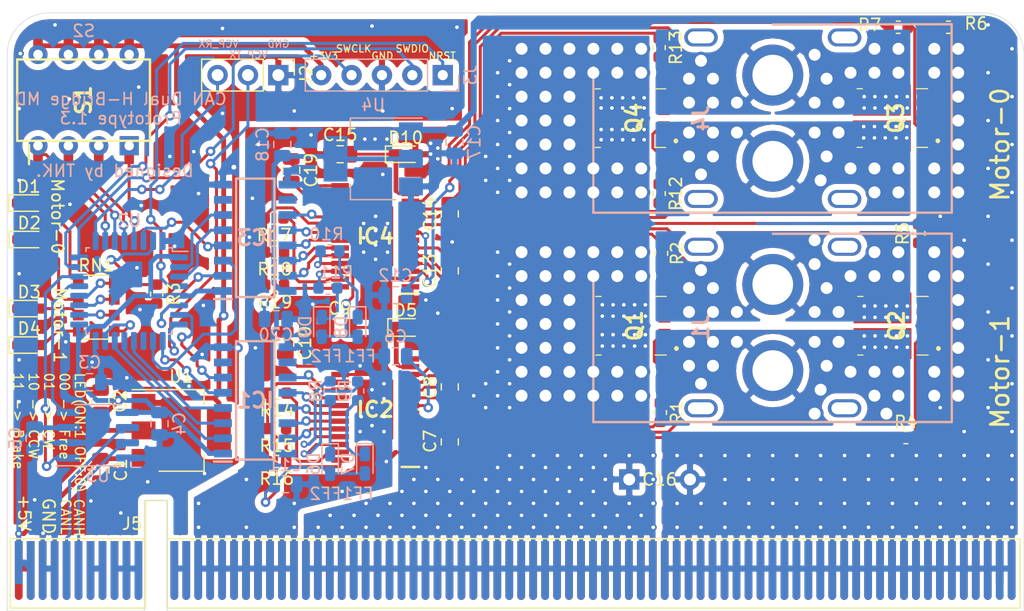
<source format=kicad_pcb>
(kicad_pcb (version 20171130) (host pcbnew "(5.1.5)-3")
  (layers (0 F.Cu signal) (31 B.Cu signal) (34 B.Paste user) (35 F.Paste user) (36 B.SilkS user) (37 F.SilkS user) (38 B.Mask user) (39 F.Mask user) (44 Edge.Cuts user))
  (net 0 "")
  (net 1 GND)
  (net 2 +5V)
  (net 3 NRST)
  (net 4 +3V3)
  (net 5 GNDPWR)
  (net 6 VREG_1)
  (net 7 "Net-(C8-Pad2)")
  (net 8 SB_1)
  (net 9 SA_1)
  (net 10 VCC)
  (net 11 SB_0)
  (net 12 VREG_0)
  (net 13 SA_0)
  (net 14 "Net-(D1-Pad2)")
  (net 15 "Net-(D2-Pad2)")
  (net 16 "Net-(D4-Pad2)")
  (net 17 MD_RESET_1)
  (net 18 MD_PWMH_1)
  (net 19 MD_PWML_1)
  (net 20 MD_SR_1)
  (net 21 MD_PHASE_1)
  (net 22 GLA_1)
  (net 23 GHA_1)
  (net 24 GHB_1)
  (net 25 GLB_1)
  (net 26 IC_RESET_1)
  (net 27 IC_PWML_1)
  (net 28 IC_PWMH_1)
  (net 29 IC_SR_1)
  (net 30 IC_PHASE_1)
  (net 31 MD_PHASE_0)
  (net 32 MD_SR_0)
  (net 33 MD_PWMH_0)
  (net 34 MD_PWML_0)
  (net 35 MD_RESET_0)
  (net 36 IC_RESET_0)
  (net 37 IC_PWML_0)
  (net 38 IC_PWMH_0)
  (net 39 IC_SR_0)
  (net 40 IC_PHASE_0)
  (net 41 "Net-(IC4-Pad28)")
  (net 42 "Net-(IC4-Pad27)")
  (net 43 GLA_0)
  (net 44 GHA_0)
  (net 45 GHB_0)
  (net 46 GLB_0)
  (net 47 /SWDIO)
  (net 48 /SWCLK)
  (net 49 VCP_RX)
  (net 50 VCP_TX)
  (net 51 "Net-(Q1-Pad4)")
  (net 52 "Net-(Q1-Pad2)")
  (net 53 "Net-(Q2-Pad4)")
  (net 54 "Net-(Q2-Pad2)")
  (net 55 "Net-(Q3-Pad4)")
  (net 56 "Net-(Q3-Pad2)")
  (net 57 "Net-(Q4-Pad4)")
  (net 58 "Net-(Q4-Pad2)")
  (net 59 "Net-(C10-Pad1)")
  (net 60 "Net-(IC2-Pad28)")
  (net 61 "Net-(IC2-Pad27)")
  (net 62 /BOOT)
  (net 63 /CAN_TD)
  (net 64 /CAN_RD)
  (net 65 "Net-(C15-Pad1)")
  (net 66 MD0_LED_L)
  (net 67 MD0_LED_H)
  (net 68 MD1_LED_L)
  (net 69 MD1_LED_H)
  (net 70 DIP_SW_1)
  (net 71 DIP_SW_2)
  (net 72 DIP_SW_3)
  (net 73 DIP_SW_4)
  (net 74 "Net-(D3-Pad2)")
  (net 75 CAN+)
  (net 76 CAN-)
  (net 77 MD_FF2_1)
  (net 78 MD_FF1_1)
  (net 79 MD_FF1_0)
  (net 80 MD_FF2_0)
  (net 81 "Net-(J5-PadB3)")
  (net 82 "Net-(J5-PadB4)")
  (net 83 "Net-(J5-PadB5)")
  (net 84 "Net-(J5-PadB6)")
  (net 85 "Net-(J5-PadB7)")
  (net 86 "Net-(J5-PadA5)")
  (net 87 "Net-(J5-PadA6)")
  (net 88 "Net-(J5-PadA7)")
  (net 89 MD_3V3)
  (net 90 "Net-(C7-Pad2)")
  (net 91 "Net-(C9-Pad1)")
  (net 92 "Net-(C10-Pad2)")
  (net 93 "Net-(C13-Pad2)")
  (net 94 "Net-(C14-Pad1)")
  (net 95 V5_1)
  (net 96 V5_0)
  (net 97 "Net-(IC1-Pad7)")
  (net 98 "Net-(IC1-Pad10)")
  (net 99 "Net-(IC2-Pad7)")
  (net 100 "Net-(IC2-Pad14)")
  (net 101 "Net-(IC2-Pad18)")
  (net 102 "Net-(IC3-Pad7)")
  (net 103 "Net-(IC3-Pad10)")
  (net 104 "Net-(IC4-Pad7)")
  (net 105 "Net-(IC4-Pad14)")
  (net 106 "Net-(IC4-Pad18)")
  (net 107 "Net-(U2-Pad11)")
  (net 108 "Net-(D6-Pad1)")
  (net 109 "Net-(D7-Pad1)")
  (net 110 "Net-(D8-Pad1)")
  (net 111 "Net-(D9-Pad1)")
  (net 112 "Net-(C19-Pad2)")
  (net 113 "Net-(C19-Pad1)")
  (module Connector_PinHeader_2.54mm:PinHeader_1x05_P2.54mm_Vertical (layer B.Cu) (at 86.4108 45.2 90)
    (fp_text reference J3 (at 0 2.33 90) (layer B.SilkS) (effects (justify mirror)))
    (fp_text value Conn_01x05)
    (pad 5 thru_hole oval (at 0 -10.16 90) (size 1.7 1.7) (drill 0.85) (layers *.Cu *.Mask) (net 4 +3V3))
    (pad 4 thru_hole oval (at 0 -7.62 90) (size 1.7 1.7) (drill 0.85) (layers *.Cu *.Mask) (net 48 /SWCLK))
    (pad 3 thru_hole oval (at 0 -5.08 90) (size 1.7 1.7) (drill 0.85) (layers *.Cu *.Mask) (net 1 GND))
    (pad 2 thru_hole oval (at 0 -2.54 90) (size 1.7 1.7) (drill 0.85) (layers *.Cu *.Mask) (net 47 /SWDIO))
    (pad 1 thru_hole rect (at 0 0 90) (size 1.7 1.7) (drill 0.85) (layers *.Cu *.Mask) (net 3 NRST))
  )
  (module Package_DIP:DIP-8_W7.62mm (layer B.Cu) (at 60.2 51.1 90)
    (fp_text reference S2 (at 9.6 -3.8) (layer B.SilkS) (effects (justify mirror)))
    (fp_text value DIPSW)
    (pad 8 thru_hole oval (at 7.62 0 90) (size 1.6 1.6) (drill 0.8) (layers *.Cu *.Mask) (net 4 +3V3))
    (pad 4 thru_hole oval (at 0 -7.62 90) (size 1.6 1.6) (drill 0.8) (layers *.Cu *.Mask) (net 70 DIP_SW_1))
    (pad 7 thru_hole oval (at 7.62 -2.54 90) (size 1.6 1.6) (drill 0.8) (layers *.Cu *.Mask) (net 4 +3V3))
    (pad 3 thru_hole oval (at 0 -5.08 90) (size 1.6 1.6) (drill 0.8) (layers *.Cu *.Mask) (net 71 DIP_SW_2))
    (pad 6 thru_hole oval (at 7.62 -5.08 90) (size 1.6 1.6) (drill 0.8) (layers *.Cu *.Mask) (net 4 +3V3))
    (pad 2 thru_hole oval (at 0 -2.54 90) (size 1.6 1.6) (drill 0.8) (layers *.Cu *.Mask) (net 72 DIP_SW_3))
    (pad 5 thru_hole oval (at 7.62 -7.62 90) (size 1.6 1.6) (drill 0.8) (layers *.Cu *.Mask) (net 4 +3V3))
    (pad 1 thru_hole rect (at 0 0 90) (size 1.6 1.6) (drill 0.8) (layers *.Cu *.Mask) (net 73 DIP_SW_4))
  )
  (module SamacSys_Parts:SOP254P980X370-8N (layer F.Cu) (at 56.388 47.294 90)
    (fp_text reference S1 (at 0 0 90) (layer F.SilkS) (effects (font (size 1.27 1.27) (thickness 0.254))))
    (fp_text value IKD0403101 hide)
    (pad 8 smd rect (at 4.55 -3.81 180) (size 0.8 1.6) (layers F.Cu F.Paste F.Mask) (net 4 +3V3))
    (pad 7 smd rect (at 4.55 -1.27 180) (size 0.8 1.6) (layers F.Cu F.Paste F.Mask) (net 4 +3V3))
    (pad 6 smd rect (at 4.55 1.27 180) (size 0.8 1.6) (layers F.Cu F.Paste F.Mask) (net 4 +3V3))
    (pad 5 smd rect (at 4.55 3.81 180) (size 0.8 1.6) (layers F.Cu F.Paste F.Mask) (net 4 +3V3))
    (pad 4 smd rect (at -4.55 3.81 180) (size 0.8 1.6) (layers F.Cu F.Paste F.Mask) (net 73 DIP_SW_4))
    (pad 3 smd rect (at -4.55 1.27 180) (size 0.8 1.6) (layers F.Cu F.Paste F.Mask) (net 72 DIP_SW_3))
    (pad 2 smd rect (at -4.55 -1.27 180) (size 0.8 1.6) (layers F.Cu F.Paste F.Mask) (net 71 DIP_SW_2))
    (pad 1 smd rect (at -4.55 -3.81 180) (size 0.8 1.6) (layers F.Cu F.Paste F.Mask) (net 70 DIP_SW_1))
  )
  (module Connector_PinSocket_2.54mm:PinSocket_1x02_P2.54mm_Vertical (layer F.Cu) (at 102 79 90)
    (fp_text reference C16 (at 0 2.54) (layer F.SilkS))
    (fp_text value 1000u)
    (pad 2 thru_hole oval (at 0 5.08 90) (size 1.7 1.7) (drill 1) (layers *.Cu *.Mask) (net 5 GNDPWR))
    (pad 1 thru_hole rect (at 0 0 90) (size 1.7 1.7) (drill 1) (layers *.Cu *.Mask) (net 10 VCC))
  )
  (module SamacSys_Parts:NVMFD5C446NLWFT1G (layer F.Cu) (at 124.297 48.79 90)
    (fp_text reference Q3 (at 0 0 90) (layer F.SilkS) (effects (font (size 1.27 1.27) (thickness 0.254))))
    (fp_text value NVMFD5C446NT1G hide)
    (pad 6 smd rect (at -1.24 -0.897 90) (size 2.08 4.28) (layers F.Cu F.Paste F.Mask) (net 11 SB_0))
    (pad 5 smd rect (at 1.24 -0.897 90) (size 2.08 4.28) (layers F.Cu F.Paste F.Mask) (net 13 SA_0))
    (pad 5 smd rect (at 2.527 -1.757 90) (size 0.495 1.4) (layers F.Cu F.Paste F.Mask) (net 13 SA_0))
    (pad 5 smd rect (at 2.527 0.543 90) (size 0.495 1.4) (layers F.Cu F.Paste F.Mask) (net 13 SA_0))
    (pad 6 smd rect (at -2.527 0.543 90) (size 0.495 1.4) (layers F.Cu F.Paste F.Mask) (net 11 SB_0))
    (pad 6 smd rect (at -2.527 -1.757 90) (size 0.495 1.4) (layers F.Cu F.Paste F.Mask) (net 11 SB_0))
    (pad 6 smd rect (at -1.905 -3.317 180) (size 0.56 0.75) (layers F.Cu F.Paste F.Mask) (net 11 SB_0))
    (pad 6 smd rect (at -0.575 -3.317 180) (size 0.56 0.75) (layers F.Cu F.Paste F.Mask) (net 11 SB_0))
    (pad 5 smd rect (at 0.575 -3.317 180) (size 0.56 0.75) (layers F.Cu F.Paste F.Mask) (net 13 SA_0))
    (pad 5 smd rect (at 1.905 -3.317 180) (size 0.56 0.75) (layers F.Cu F.Paste F.Mask) (net 13 SA_0))
    (pad 4 smd rect (at 1.905 2.492 90) (size 0.75 1) (layers F.Cu F.Paste F.Mask) (net 55 "Net-(Q3-Pad4)"))
    (pad 3 smd rect (at 0.635 2.492 90) (size 0.75 1) (layers F.Cu F.Paste F.Mask) (net 5 GNDPWR))
    (pad 2 smd rect (at -0.635 2.492 90) (size 0.75 1) (layers F.Cu F.Paste F.Mask) (net 56 "Net-(Q3-Pad2)"))
    (pad 1 smd rect (at -1.905 2.492 90) (size 0.75 1) (layers F.Cu F.Paste F.Mask) (net 5 GNDPWR))
  )
  (module LED_SMD:LED_0603_1608Metric_Castellated (layer F.Cu) (at 83.312 51.816)
    (fp_text reference D10 (at 0 -1.38) (layer F.SilkS))
    (fp_text value D)
    (pad 2 smd roundrect (at 0.8125 0) (size 1.225 0.85) (layers F.Cu F.Paste F.Mask) (net 10 VCC))
    (pad 1 smd roundrect (at -0.8125 0) (size 1.225 0.85) (layers F.Cu F.Paste F.Mask) (net 65 "Net-(C15-Pad1)"))
  )
  (module LED_SMD:LED_0603_1608Metric_Castellated (layer B.Cu) (at 76.3 66.25 270)
    (fp_text reference D9 (at 0 1.38 90) (layer B.SilkS) (effects (justify mirror)))
    (fp_text value LED)
    (pad 2 smd roundrect (at 0.8125 0 270) (size 1.225 0.85) (layers B.Cu B.Paste B.Mask) (net 96 V5_0))
    (pad 1 smd roundrect (at -0.8125 0 270) (size 1.225 0.85) (layers B.Cu B.Paste B.Mask) (net 111 "Net-(D9-Pad1)"))
  )
  (module LED_SMD:LED_0603_1608Metric_Castellated (layer B.Cu) (at 79.3 66.25 270)
    (fp_text reference D8 (at 0 1.38 90) (layer B.SilkS) (effects (justify mirror)))
    (fp_text value LED)
    (pad 2 smd roundrect (at 0.8125 0 270) (size 1.225 0.85) (layers B.Cu B.Paste B.Mask) (net 96 V5_0))
    (pad 1 smd roundrect (at -0.8125 0 270) (size 1.225 0.85) (layers B.Cu B.Paste B.Mask) (net 110 "Net-(D8-Pad1)"))
  )
  (module LED_SMD:LED_0603_1608Metric_Castellated (layer B.Cu) (at 79.9 77.6875 270)
    (fp_text reference D7 (at 0 1.4 90) (layer B.SilkS) (effects (justify mirror)))
    (fp_text value LED)
    (pad 2 smd roundrect (at 0.8125 0 270) (size 1.225 0.85) (layers B.Cu B.Paste B.Mask) (net 95 V5_1))
    (pad 1 smd roundrect (at -0.8125 0 270) (size 1.225 0.85) (layers B.Cu B.Paste B.Mask) (net 109 "Net-(D7-Pad1)"))
  )
  (module LED_SMD:LED_0603_1608Metric_Castellated (layer B.Cu) (at 77 77.7 270)
    (fp_text reference D6 (at 0 1.38 90) (layer B.SilkS) (effects (justify mirror)))
    (fp_text value LED)
    (pad 2 smd roundrect (at 0.8125 0 270) (size 1.225 0.85) (layers B.Cu B.Paste B.Mask) (net 95 V5_1))
    (pad 1 smd roundrect (at -0.8125 0 270) (size 1.225 0.85) (layers B.Cu B.Paste B.Mask) (net 108 "Net-(D6-Pad1)"))
  )
  (module LED_SMD:LED_0603_1608Metric_Castellated (layer F.Cu) (at 51.8455 67.766)
    (fp_text reference D4 (at 0 -1.38) (layer F.SilkS))
    (fp_text value LED)
    (pad 2 smd roundrect (at 0.8125 0) (size 1.225 0.85) (layers F.Cu F.Paste F.Mask) (net 16 "Net-(D4-Pad2)"))
    (pad 1 smd roundrect (at -0.8125 0) (size 1.225 0.85) (layers F.Cu F.Paste F.Mask) (net 1 GND))
  )
  (module LED_SMD:LED_0603_1608Metric_Castellated (layer F.Cu) (at 51.8455 64.718)
    (fp_text reference D3 (at 0 -1.38) (layer F.SilkS))
    (fp_text value LED)
    (pad 2 smd roundrect (at 0.8125 0) (size 1.225 0.85) (layers F.Cu F.Paste F.Mask) (net 74 "Net-(D3-Pad2)"))
    (pad 1 smd roundrect (at -0.8125 0) (size 1.225 0.85) (layers F.Cu F.Paste F.Mask) (net 1 GND))
  )
  (module LED_SMD:LED_0603_1608Metric_Castellated (layer F.Cu) (at 51.8455 58.944)
    (fp_text reference D2 (at 0 -1.38) (layer F.SilkS))
    (fp_text value LED)
    (pad 2 smd roundrect (at 0.8125 0) (size 1.225 0.85) (layers F.Cu F.Paste F.Mask) (net 15 "Net-(D2-Pad2)"))
    (pad 1 smd roundrect (at -0.8125 0) (size 1.225 0.85) (layers F.Cu F.Paste F.Mask) (net 1 GND))
  )
  (module LED_SMD:LED_0603_1608Metric_Castellated (layer F.Cu) (at 51.82 55.896)
    (fp_text reference D1 (at 0 -1.38) (layer F.SilkS))
    (fp_text value LED)
    (pad 2 smd roundrect (at 0.8125 0) (size 1.225 0.85) (layers F.Cu F.Paste F.Mask) (net 14 "Net-(D1-Pad2)"))
    (pad 1 smd roundrect (at -0.8125 0) (size 1.225 0.85) (layers F.Cu F.Paste F.Mask) (net 1 GND))
  )
  (module Resistor_SMD:R_Array_Convex_4x1206 (layer F.Cu) (at 57.45 64.6)
    (fp_text reference RN1 (at 0 -3.5) (layer F.SilkS))
    (fp_text value 2.2k)
    (pad 6 smd rect (at 1.5 0.66) (size 0.9 0.9) (layers F.Cu F.Paste F.Mask) (net 69 MD1_LED_H))
    (pad 5 smd rect (at 1.5 2) (size 0.9 0.9) (layers F.Cu F.Paste F.Mask) (net 68 MD1_LED_L))
    (pad 8 smd rect (at 1.5 -2) (size 0.9 0.9) (layers F.Cu F.Paste F.Mask) (net 67 MD0_LED_H))
    (pad 7 smd rect (at 1.5 -0.66) (size 0.9 0.9) (layers F.Cu F.Paste F.Mask) (net 66 MD0_LED_L))
    (pad 3 smd rect (at -1.5 0.66) (size 0.9 0.9) (layers F.Cu F.Paste F.Mask) (net 74 "Net-(D3-Pad2)"))
    (pad 2 smd rect (at -1.5 -0.66) (size 0.9 0.9) (layers F.Cu F.Paste F.Mask) (net 15 "Net-(D2-Pad2)"))
    (pad 4 smd rect (at -1.5 2) (size 0.9 0.9) (layers F.Cu F.Paste F.Mask) (net 16 "Net-(D4-Pad2)"))
    (pad 1 smd rect (at -1.5 -2) (size 0.9 0.9) (layers F.Cu F.Paste F.Mask) (net 14 "Net-(D1-Pad2)"))
  )
  (module Package_TO_SOT_SMD:SOT-223-3_TabPin2 (layer B.Cu) (at 80.6 52.2 180)
    (fp_text reference U4 (at 0 4.5) (layer B.SilkS) (effects (justify mirror)))
    (fp_text value LDL1117S33TR_SOT223-4)
    (pad 2 smd rect (at 3.15 0 180) (size 2 3.8) (layers B.Cu B.Paste B.Mask) (net 89 MD_3V3))
    (pad 2 smd rect (at -3.15 0 180) (size 2 1.5) (layers B.Cu B.Paste B.Mask) (net 89 MD_3V3))
    (pad 3 smd rect (at -3.15 -2.3 180) (size 2 1.5) (layers B.Cu B.Paste B.Mask) (net 10 VCC))
    (pad 1 smd rect (at -3.15 2.3 180) (size 2 1.5) (layers B.Cu B.Paste B.Mask) (net 5 GNDPWR))
  )
  (module Capacitor_SMD:C_0805_2012Metric (layer B.Cu) (at 73 51 270)
    (fp_text reference C18 (at 0 1.65 90) (layer B.SilkS) (effects (justify mirror)))
    (fp_text value 4.7uF)
    (pad 2 smd roundrect (at 0.9375 0 270) (size 0.975 1.4) (layers B.Cu B.Paste B.Mask) (net 89 MD_3V3))
    (pad 1 smd roundrect (at -0.9375 0 270) (size 0.975 1.4) (layers B.Cu B.Paste B.Mask) (net 5 GNDPWR))
  )
  (module Capacitor_SMD:C_0805_2012Metric (layer B.Cu) (at 87.4 50.8 90)
    (fp_text reference C17 (at 0 1.65 90) (layer B.SilkS) (effects (justify mirror)))
    (fp_text value 1uF)
    (pad 2 smd roundrect (at 0.9375 0 90) (size 0.975 1.4) (layers B.Cu B.Paste B.Mask) (net 5 GNDPWR))
    (pad 1 smd roundrect (at -0.9375 0 90) (size 0.975 1.4) (layers B.Cu B.Paste B.Mask) (net 10 VCC))
  )
  (module SamacSys_Parts:NVMFD5C446NLWFT1G (layer F.Cu) (at 102.4 48.8 90)
    (fp_text reference Q4 (at 0 0 90) (layer F.SilkS) (effects (font (size 1.27 1.27) (thickness 0.254))))
    (fp_text value NVMFD5C446NT1G hide)
    (pad 6 smd rect (at -1.24 -0.897 90) (size 2.08 4.28) (layers F.Cu F.Paste F.Mask) (net 10 VCC))
    (pad 5 smd rect (at 1.24 -0.897 90) (size 2.08 4.28) (layers F.Cu F.Paste F.Mask) (net 10 VCC))
    (pad 5 smd rect (at 2.527 -1.757 90) (size 0.495 1.4) (layers F.Cu F.Paste F.Mask) (net 10 VCC))
    (pad 5 smd rect (at 2.527 0.543 90) (size 0.495 1.4) (layers F.Cu F.Paste F.Mask) (net 10 VCC))
    (pad 6 smd rect (at -2.527 0.543 90) (size 0.495 1.4) (layers F.Cu F.Paste F.Mask) (net 10 VCC))
    (pad 6 smd rect (at -2.527 -1.757 90) (size 0.495 1.4) (layers F.Cu F.Paste F.Mask) (net 10 VCC))
    (pad 6 smd rect (at -1.905 -3.317 180) (size 0.56 0.75) (layers F.Cu F.Paste F.Mask) (net 10 VCC))
    (pad 6 smd rect (at -0.575 -3.317 180) (size 0.56 0.75) (layers F.Cu F.Paste F.Mask) (net 10 VCC))
    (pad 5 smd rect (at 0.575 -3.317 180) (size 0.56 0.75) (layers F.Cu F.Paste F.Mask) (net 10 VCC))
    (pad 5 smd rect (at 1.905 -3.317 180) (size 0.56 0.75) (layers F.Cu F.Paste F.Mask) (net 10 VCC))
    (pad 4 smd rect (at 1.905 2.492 90) (size 0.75 1) (layers F.Cu F.Paste F.Mask) (net 57 "Net-(Q4-Pad4)"))
    (pad 3 smd rect (at 0.635 2.492 90) (size 0.75 1) (layers F.Cu F.Paste F.Mask) (net 13 SA_0))
    (pad 2 smd rect (at -0.635 2.492 90) (size 0.75 1) (layers F.Cu F.Paste F.Mask) (net 58 "Net-(Q4-Pad2)"))
    (pad 1 smd rect (at -1.905 2.492 90) (size 0.75 1) (layers F.Cu F.Paste F.Mask) (net 11 SB_0))
  )
  (module SamacSys_Parts:NVMFD5C446NLWFT1G (layer F.Cu) (at 124.347 66.15 90)
    (fp_text reference Q2 (at 0 0 90) (layer F.SilkS) (effects (font (size 1.27 1.27) (thickness 0.254))))
    (fp_text value NVMFD5C446NT1G hide)
    (pad 6 smd rect (at -1.24 -0.897 90) (size 2.08 4.28) (layers F.Cu F.Paste F.Mask) (net 8 SB_1))
    (pad 5 smd rect (at 1.24 -0.897 90) (size 2.08 4.28) (layers F.Cu F.Paste F.Mask) (net 9 SA_1))
    (pad 5 smd rect (at 2.527 -1.757 90) (size 0.495 1.4) (layers F.Cu F.Paste F.Mask) (net 9 SA_1))
    (pad 5 smd rect (at 2.527 0.543 90) (size 0.495 1.4) (layers F.Cu F.Paste F.Mask) (net 9 SA_1))
    (pad 6 smd rect (at -2.527 0.543 90) (size 0.495 1.4) (layers F.Cu F.Paste F.Mask) (net 8 SB_1))
    (pad 6 smd rect (at -2.527 -1.757 90) (size 0.495 1.4) (layers F.Cu F.Paste F.Mask) (net 8 SB_1))
    (pad 6 smd rect (at -1.905 -3.317 180) (size 0.56 0.75) (layers F.Cu F.Paste F.Mask) (net 8 SB_1))
    (pad 6 smd rect (at -0.575 -3.317 180) (size 0.56 0.75) (layers F.Cu F.Paste F.Mask) (net 8 SB_1))
    (pad 5 smd rect (at 0.575 -3.317 180) (size 0.56 0.75) (layers F.Cu F.Paste F.Mask) (net 9 SA_1))
    (pad 5 smd rect (at 1.905 -3.317 180) (size 0.56 0.75) (layers F.Cu F.Paste F.Mask) (net 9 SA_1))
    (pad 4 smd rect (at 1.905 2.492 90) (size 0.75 1) (layers F.Cu F.Paste F.Mask) (net 53 "Net-(Q2-Pad4)"))
    (pad 3 smd rect (at 0.635 2.492 90) (size 0.75 1) (layers F.Cu F.Paste F.Mask) (net 5 GNDPWR))
    (pad 2 smd rect (at -0.635 2.492 90) (size 0.75 1) (layers F.Cu F.Paste F.Mask) (net 54 "Net-(Q2-Pad2)"))
    (pad 1 smd rect (at -1.905 2.492 90) (size 0.75 1) (layers F.Cu F.Paste F.Mask) (net 5 GNDPWR))
  )
  (module SamacSys_Parts:NVMFD5C446NLWFT1G (layer F.Cu) (at 102.45 66.15 90)
    (fp_text reference Q1 (at 0 0 90) (layer F.SilkS) (effects (font (size 1.27 1.27) (thickness 0.254))))
    (fp_text value NVMFD5C446NT1G hide)
    (pad 6 smd rect (at -1.24 -0.897 90) (size 2.08 4.28) (layers F.Cu F.Paste F.Mask) (net 10 VCC))
    (pad 5 smd rect (at 1.24 -0.897 90) (size 2.08 4.28) (layers F.Cu F.Paste F.Mask) (net 10 VCC))
    (pad 5 smd rect (at 2.527 -1.757 90) (size 0.495 1.4) (layers F.Cu F.Paste F.Mask) (net 10 VCC))
    (pad 5 smd rect (at 2.527 0.543 90) (size 0.495 1.4) (layers F.Cu F.Paste F.Mask) (net 10 VCC))
    (pad 6 smd rect (at -2.527 0.543 90) (size 0.495 1.4) (layers F.Cu F.Paste F.Mask) (net 10 VCC))
    (pad 6 smd rect (at -2.527 -1.757 90) (size 0.495 1.4) (layers F.Cu F.Paste F.Mask) (net 10 VCC))
    (pad 6 smd rect (at -1.905 -3.317 180) (size 0.56 0.75) (layers F.Cu F.Paste F.Mask) (net 10 VCC))
    (pad 6 smd rect (at -0.575 -3.317 180) (size 0.56 0.75) (layers F.Cu F.Paste F.Mask) (net 10 VCC))
    (pad 5 smd rect (at 0.575 -3.317 180) (size 0.56 0.75) (layers F.Cu F.Paste F.Mask) (net 10 VCC))
    (pad 5 smd rect (at 1.905 -3.317 180) (size 0.56 0.75) (layers F.Cu F.Paste F.Mask) (net 10 VCC))
    (pad 4 smd rect (at 1.905 2.492 90) (size 0.75 1) (layers F.Cu F.Paste F.Mask) (net 51 "Net-(Q1-Pad4)"))
    (pad 3 smd rect (at 0.635 2.492 90) (size 0.75 1) (layers F.Cu F.Paste F.Mask) (net 9 SA_1))
    (pad 2 smd rect (at -0.635 2.492 90) (size 0.75 1) (layers F.Cu F.Paste F.Mask) (net 52 "Net-(Q1-Pad2)"))
    (pad 1 smd rect (at -1.905 2.492 90) (size 0.75 1) (layers F.Cu F.Paste F.Mask) (net 8 SB_1))
  )
  (module Connector_PinHeader_2.54mm:PinHeader_1x03_P2.54mm_Vertical (layer F.Cu) (at 72.6694 45.2 270)
    (fp_text reference J2 (at 0 -2.33 90) (layer F.SilkS))
    (fp_text value Conn_01x03)
    (pad 3 thru_hole oval (at 0 5.08 270) (size 1.7 1.7) (drill 1) (layers *.Cu *.Mask) (net 49 VCP_RX))
    (pad 2 thru_hole oval (at 0 2.54 270) (size 1.7 1.7) (drill 1) (layers *.Cu *.Mask) (net 50 VCP_TX))
    (pad 1 thru_hole rect (at 0 0 270) (size 1.7 1.7) (drill 1) (layers *.Cu *.Mask) (net 1 GND))
  )
  (module PCIe:BUS_mechaken_PCIexpress_x16_164_Position (layer F.Cu) (at 50.97 85.95)
    (fp_text reference J5 (at 9.48 -3.25) (layer F.SilkS))
    (fp_text value Bus_mechaken_PCIexpress_x16_164_Position)
    (pad B10 connect rect (at 82 0) (size 0.65 3.6) (layers F.Cu F.Mask) (net 5 GNDPWR))
    (pad B10 connect circle (at 83 2.8) (size 0.65 0.65) (layers F.Cu F.Mask) (net 5 GNDPWR))
    (pad B10 connect circle (at 79 2.8) (size 0.65 0.65) (layers F.Cu F.Mask) (net 5 GNDPWR))
    (pad B10 connect rect (at 78 0.5) (size 0.65 4.6) (layers F.Cu F.Mask) (net 5 GNDPWR))
    (pad B10 connect rect (at 72 0.5) (size 0.65 4.6) (layers F.Cu F.Mask) (net 5 GNDPWR))
    (pad B10 connect circle (at 73 2.8) (size 0.65 0.65) (layers F.Cu F.Mask) (net 5 GNDPWR))
    (pad B10 connect rect (at 79 0.5) (size 0.65 4.6) (layers F.Cu F.Mask) (net 5 GNDPWR))
    (pad B10 connect rect (at 81 0.5) (size 0.65 4.6) (layers F.Cu F.Mask) (net 5 GNDPWR))
    (pad B10 connect rect (at 73 0.5) (size 0.65 4.6) (layers F.Cu F.Mask) (net 5 GNDPWR))
    (pad B10 connect rect (at 75 0.5) (size 0.65 4.6) (layers F.Cu F.Mask) (net 5 GNDPWR))
    (pad B10 connect circle (at 81 2.8) (size 0.65 0.65) (layers F.Cu F.Mask) (net 5 GNDPWR))
    (pad B10 connect circle (at 75 2.8) (size 0.65 0.65) (layers F.Cu F.Mask) (net 5 GNDPWR))
    (pad B10 connect circle (at 77 2.8) (size 0.65 0.65) (layers F.Cu F.Mask) (net 5 GNDPWR))
    (pad B10 connect circle (at 80 2.8) (size 0.65 0.65) (layers F.Cu F.Mask) (net 5 GNDPWR))
    (pad B10 connect rect (at 77 0.5) (size 0.65 4.6) (layers F.Cu F.Mask) (net 5 GNDPWR))
    (pad B10 connect circle (at 76 2.8) (size 0.65 0.65) (layers F.Cu F.Mask) (net 5 GNDPWR))
    (pad B10 connect rect (at 80 0.5) (size 0.65 4.6) (layers F.Cu F.Mask) (net 5 GNDPWR))
    (pad B10 connect circle (at 78 2.8) (size 0.65 0.65) (layers F.Cu F.Mask) (net 5 GNDPWR))
    (pad B10 connect rect (at 74 0.5) (size 0.65 4.6) (layers F.Cu F.Mask) (net 5 GNDPWR))
    (pad B10 connect rect (at 76 0.5) (size 0.65 4.6) (layers F.Cu F.Mask) (net 5 GNDPWR))
    (pad B10 connect rect (at 83 0.5) (size 0.65 4.6) (layers F.Cu F.Mask) (net 5 GNDPWR))
    (pad B10 connect circle (at 74 2.8) (size 0.65 0.65) (layers F.Cu F.Mask) (net 5 GNDPWR))
    (pad A10 connect oval (at 77 2.8 90) (size 0.65 0.65) (layers B.Cu B.Mask) (net 5 GNDPWR))
    (pad A10 connect oval (at 73 2.8 90) (size 0.65 0.65) (layers B.Cu B.Mask) (net 5 GNDPWR))
    (pad A10 connect oval (at 74 2.8 90) (size 0.65 0.65) (layers B.Cu B.Mask) (net 5 GNDPWR))
    (pad A10 connect oval (at 79 2.8 90) (size 0.65 0.65) (layers B.Cu B.Mask) (net 5 GNDPWR))
    (pad A10 connect oval (at 71 2.8 90) (size 0.65 0.65) (layers B.Cu B.Mask) (net 5 GNDPWR))
    (pad A10 connect rect (at 70 0.5) (size 0.65 4.6) (layers B.Cu B.Mask) (net 5 GNDPWR))
    (pad A10 connect rect (at 80 0.5) (size 0.65 4.6) (layers B.Cu B.Mask) (net 5 GNDPWR))
    (pad A10 connect rect (at 75 0.5) (size 0.65 4.6) (layers B.Cu B.Mask) (net 5 GNDPWR))
    (pad A10 connect rect (at 76 0.5) (size 0.65 4.6) (layers B.Cu B.Mask) (net 5 GNDPWR))
    (pad A10 connect oval (at 75 2.8 90) (size 0.65 0.65) (layers B.Cu B.Mask) (net 5 GNDPWR))
    (pad A10 connect oval (at 76 2.8 90) (size 0.65 0.65) (layers B.Cu B.Mask) (net 5 GNDPWR))
    (pad A10 connect rect (at 79 0.5) (size 0.65 4.6) (layers B.Cu B.Mask) (net 5 GNDPWR))
    (pad A10 connect oval (at 78 2.8 90) (size 0.65 0.65) (layers B.Cu B.Mask) (net 5 GNDPWR))
    (pad A10 connect rect (at 78 0.5) (size 0.65 4.6) (layers B.Cu B.Mask) (net 5 GNDPWR))
    (pad A10 connect rect (at 83 0.5) (size 0.65 4.6) (layers B.Cu B.Mask) (net 5 GNDPWR))
    (pad A10 connect rect (at 81 0.5) (size 0.65 4.6) (layers B.Cu B.Mask) (net 5 GNDPWR))
    (pad A10 connect oval (at 80 2.8 90) (size 0.65 0.65) (layers B.Cu B.Mask) (net 5 GNDPWR))
    (pad A10 connect rect (at 72 0.5) (size 0.65 4.6) (layers B.Cu B.Mask) (net 5 GNDPWR))
    (pad A10 connect oval (at 72 2.8 90) (size 0.65 0.65) (layers B.Cu B.Mask) (net 5 GNDPWR))
    (pad A10 connect oval (at 70 2.8 90) (size 0.65 0.65) (layers B.Cu B.Mask) (net 5 GNDPWR))
    (pad A10 connect rect (at 77 0.5) (size 0.65 4.6) (layers B.Cu B.Mask) (net 5 GNDPWR))
    (pad A10 connect oval (at 83 2.8 90) (size 0.65 0.65) (layers B.Cu B.Mask) (net 5 GNDPWR))
    (pad A10 connect oval (at 82 2.8 90) (size 0.65 0.65) (layers B.Cu B.Mask) (net 5 GNDPWR))
    (pad A10 connect rect (at 82 0.5) (size 0.65 4.6) (layers B.Cu B.Mask) (net 5 GNDPWR))
    (pad A10 connect oval (at 81 2.8 90) (size 0.65 0.65) (layers B.Cu B.Mask) (net 5 GNDPWR))
    (pad A10 connect rect (at 74 0.5) (size 0.65 4.6) (layers B.Cu B.Mask) (net 5 GNDPWR))
    (pad A9 connect rect (at 50 0.5) (size 0.65 4.6) (layers B.Cu B.Mask) (net 10 VCC))
    (pad A9 connect rect (at 53 0.5) (size 0.65 4.6) (layers B.Cu B.Mask) (net 10 VCC))
    (pad A9 connect rect (at 51 0.5) (size 0.65 4.6) (layers B.Cu B.Mask) (net 10 VCC))
    (pad A9 connect rect (at 52 0.5) (size 0.65 4.6) (layers B.Cu B.Mask) (net 10 VCC))
    (pad A10 connect rect (at 54 0.5) (size 0.65 4.6) (layers B.Cu B.Mask) (net 5 GNDPWR))
    (pad A10 connect rect (at 60 0.5) (size 0.65 4.6) (layers B.Cu B.Mask) (net 5 GNDPWR))
    (pad A10 connect oval (at 57 2.8 90) (size 0.65 0.65) (layers B.Cu B.Mask) (net 5 GNDPWR))
    (pad A9 connect oval (at 50 2.8 90) (size 0.65 0.65) (layers B.Cu B.Mask) (net 10 VCC))
    (pad A10 connect rect (at 61 0.5) (size 0.65 4.6) (layers B.Cu B.Mask) (net 5 GNDPWR))
    (pad A10 connect oval (at 54 2.8 90) (size 0.65 0.65) (layers B.Cu B.Mask) (net 5 GNDPWR))
    (pad A10 connect oval (at 58 2.8 90) (size 0.65 0.65) (layers B.Cu B.Mask) (net 5 GNDPWR))
    (pad A9 connect oval (at 51 2.8 90) (size 0.65 0.65) (layers B.Cu B.Mask) (net 10 VCC))
    (pad A9 connect oval (at 52 2.8 90) (size 0.65 0.65) (layers B.Cu B.Mask) (net 10 VCC))
    (pad A10 connect oval (at 61 2.8 90) (size 0.65 0.65) (layers B.Cu B.Mask) (net 5 GNDPWR))
    (pad A10 connect oval (at 55 2.8 90) (size 0.65 0.65) (layers B.Cu B.Mask) (net 5 GNDPWR))
    (pad A10 connect oval (at 60 2.8 90) (size 0.65 0.65) (layers B.Cu B.Mask) (net 5 GNDPWR))
    (pad A9 connect oval (at 53 2.8 90) (size 0.65 0.65) (layers B.Cu B.Mask) (net 10 VCC))
    (pad A10 connect rect (at 55 0.5) (size 0.65 4.6) (layers B.Cu B.Mask) (net 5 GNDPWR))
    (pad A10 connect rect (at 56 0.5) (size 0.65 4.6) (layers B.Cu B.Mask) (net 5 GNDPWR))
    (pad A10 connect oval (at 65 2.8 90) (size 0.65 0.65) (layers B.Cu B.Mask) (net 5 GNDPWR))
    (pad A10 connect rect (at 57 0.5) (size 0.65 4.6) (layers B.Cu B.Mask) (net 5 GNDPWR))
    (pad A10 connect rect (at 58 0.5) (size 0.65 4.6) (layers B.Cu B.Mask) (net 5 GNDPWR))
    (pad A10 connect oval (at 64 2.8 90) (size 0.65 0.65) (layers B.Cu B.Mask) (net 5 GNDPWR))
    (pad A10 connect oval (at 59 2.8 90) (size 0.65 0.65) (layers B.Cu B.Mask) (net 5 GNDPWR))
    (pad A10 connect oval (at 56 2.8 90) (size 0.65 0.65) (layers B.Cu B.Mask) (net 5 GNDPWR))
    (pad A10 connect rect (at 59 0.5) (size 0.65 4.6) (layers B.Cu B.Mask) (net 5 GNDPWR))
    (pad A10 connect rect (at 62 0.5) (size 0.65 4.6) (layers B.Cu B.Mask) (net 5 GNDPWR))
    (pad A10 connect oval (at 62 2.8 90) (size 0.65 0.65) (layers B.Cu B.Mask) (net 5 GNDPWR))
    (pad A10 connect oval (at 63 2.8 90) (size 0.65 0.65) (layers B.Cu B.Mask) (net 5 GNDPWR))
    (pad A10 connect rect (at 67 0.5) (size 0.65 4.6) (layers B.Cu B.Mask) (net 5 GNDPWR))
    (pad A10 connect oval (at 66 2.8 90) (size 0.65 0.65) (layers B.Cu B.Mask) (net 5 GNDPWR))
    (pad A10 connect oval (at 67 2.8 90) (size 0.65 0.65) (layers B.Cu B.Mask) (net 5 GNDPWR))
    (pad A10 connect oval (at 69 2.8 90) (size 0.65 0.65) (layers B.Cu B.Mask) (net 5 GNDPWR))
    (pad A10 connect rect (at 69 0.5) (size 0.65 4.6) (layers B.Cu B.Mask) (net 5 GNDPWR))
    (pad A10 connect rect (at 65 0.5) (size 0.65 4.6) (layers B.Cu B.Mask) (net 5 GNDPWR))
    (pad A10 connect oval (at 68 2.8 90) (size 0.65 0.65) (layers B.Cu B.Mask) (net 5 GNDPWR))
    (pad A10 connect rect (at 68 0.5) (size 0.65 4.6) (layers B.Cu B.Mask) (net 5 GNDPWR))
    (pad A10 connect rect (at 66 0.5) (size 0.65 4.6) (layers B.Cu B.Mask) (net 5 GNDPWR))
    (pad A10 connect rect (at 71 0.5) (size 0.65 4.6) (layers B.Cu B.Mask) (net 5 GNDPWR))
    (pad A10 connect rect (at 73 0.5) (size 0.65 4.6) (layers B.Cu B.Mask) (net 5 GNDPWR))
    (pad A10 connect rect (at 64 0.5) (size 0.65 4.6) (layers B.Cu B.Mask) (net 5 GNDPWR))
    (pad A10 connect rect (at 63 0.5) (size 0.65 4.6) (layers B.Cu B.Mask) (net 5 GNDPWR))
    (pad B1 connect rect (at 0 0.5) (size 0.65 4.6) (layers F.Cu F.Mask) (net 2 +5V))
    (pad B1 connect rect (at 1 0.5) (size 0.65 4.6) (layers F.Cu F.Mask) (net 2 +5V))
    (pad B2 connect rect (at 2 0.5) (size 0.65 4.6) (layers F.Cu F.Mask) (net 1 GND))
    (pad B2 connect rect (at 3 0.5) (size 0.65 4.6) (layers F.Cu F.Mask) (net 1 GND))
    (pad B3 connect rect (at 4 0.5) (size 0.65 4.6) (layers F.Cu F.Mask) (net 81 "Net-(J5-PadB3)"))
    (pad B4 connect rect (at 5 0.5) (size 0.65 4.6) (layers F.Cu F.Mask) (net 82 "Net-(J5-PadB4)"))
    (pad B5 connect rect (at 6 0.5) (size 0.65 4.6) (layers F.Cu F.Mask) (net 83 "Net-(J5-PadB5)"))
    (pad B5 connect rect (at 7 0.5) (size 0.65 4.6) (layers F.Cu F.Mask) (net 83 "Net-(J5-PadB5)"))
    (pad B6 connect rect (at 8 0.5) (size 0.65 4.6) (layers F.Cu F.Mask) (net 84 "Net-(J5-PadB6)"))
    (pad B6 connect rect (at 9 0.5) (size 0.65 4.6) (layers F.Cu F.Mask) (net 84 "Net-(J5-PadB6)"))
    (pad B6 connect rect (at 10 0.5) (size 0.65 4.6) (layers F.Cu F.Mask) (net 84 "Net-(J5-PadB6)"))
    (pad B8 connect rect (at 15 0.5) (size 0.65 4.6) (layers F.Cu F.Mask) (net 5 GNDPWR))
    (pad B8 connect rect (at 16 0.5) (size 0.65 4.6) (layers F.Cu F.Mask) (net 5 GNDPWR))
    (pad B8 connect rect (at 17 0.5) (size 0.65 4.6) (layers F.Cu F.Mask) (net 5 GNDPWR))
    (pad B8 connect rect (at 19 0.5) (size 0.65 4.6) (layers F.Cu F.Mask) (net 5 GNDPWR))
    (pad B7 connect rect (at 13 0.5) (size 0.65 4.6) (layers F.Cu F.Mask) (net 85 "Net-(J5-PadB7)"))
    (pad B7 connect rect (at 14 0.5) (size 0.65 4.6) (layers F.Cu F.Mask) (net 85 "Net-(J5-PadB7)"))
    (pad A1 connect rect (at 0 0) (size 0.65 3.6) (layers B.Cu B.Mask) (net 2 +5V))
    (pad A1 connect rect (at 1 0.5) (size 0.65 4.6) (layers B.Cu B.Mask) (net 2 +5V))
    (pad A2 connect rect (at 2 0.5) (size 0.65 4.6) (layers B.Cu B.Mask) (net 1 GND))
    (pad A2 connect rect (at 3 0.5) (size 0.65 4.6) (layers B.Cu B.Mask) (net 1 GND))
    (pad A3 connect rect (at 4 0.5) (size 0.65 4.6) (layers B.Cu B.Mask) (net 76 CAN-))
    (pad A4 connect rect (at 5 0.5) (size 0.65 4.6) (layers B.Cu B.Mask) (net 75 CAN+))
    (pad A5 connect rect (at 6 0.5) (size 0.65 4.6) (layers B.Cu B.Mask) (net 86 "Net-(J5-PadA5)"))
    (pad A5 connect rect (at 7 0.5) (size 0.65 4.6) (layers B.Cu B.Mask) (net 86 "Net-(J5-PadA5)"))
    (pad A6 connect rect (at 8 0.5) (size 0.65 4.6) (layers B.Cu B.Mask) (net 87 "Net-(J5-PadA6)"))
    (pad A6 connect rect (at 9 0.5) (size 0.65 4.6) (layers B.Cu B.Mask) (net 87 "Net-(J5-PadA6)"))
    (pad A6 connect rect (at 10 0.5) (size 0.65 4.6) (layers B.Cu B.Mask) (net 87 "Net-(J5-PadA6)"))
    (pad A8 connect rect (at 15 0.5) (size 0.65 4.6) (layers B.Cu B.Mask) (net 5 GNDPWR))
    (pad A8 connect rect (at 16 0.5) (size 0.65 4.6) (layers B.Cu B.Mask) (net 5 GNDPWR))
    (pad A8 connect rect (at 17 0.5) (size 0.65 4.6) (layers B.Cu B.Mask) (net 5 GNDPWR))
    (pad A8 connect rect (at 18 0.5) (size 0.65 4.6) (layers B.Cu B.Mask) (net 5 GNDPWR))
    (pad A8 connect rect (at 19 0.5) (size 0.65 4.6) (layers B.Cu B.Mask) (net 5 GNDPWR))
    (pad A7 connect rect (at 13 0.5) (size 0.65 4.6) (layers B.Cu B.Mask) (net 88 "Net-(J5-PadA7)"))
    (pad A7 connect rect (at 14 0.5) (size 0.65 4.6) (layers B.Cu B.Mask) (net 88 "Net-(J5-PadA7)"))
    (pad B2 connect circle (at 2 2.8) (size 0.65 0.65) (layers F.Cu F.Mask) (net 1 GND))
    (pad B2 connect circle (at 3 2.8) (size 0.65 0.65) (layers F.Cu F.Mask) (net 1 GND))
    (pad B3 connect circle (at 4 2.8) (size 0.65 0.65) (layers F.Cu F.Mask) (net 81 "Net-(J5-PadB3)"))
    (pad B4 connect circle (at 5 2.8) (size 0.65 0.65) (layers F.Cu F.Mask) (net 82 "Net-(J5-PadB4)"))
    (pad B5 connect circle (at 6 2.8) (size 0.65 0.65) (layers F.Cu F.Mask) (net 83 "Net-(J5-PadB5)"))
    (pad B5 connect circle (at 7 2.8) (size 0.65 0.65) (layers F.Cu F.Mask) (net 83 "Net-(J5-PadB5)"))
    (pad B6 connect circle (at 8 2.8) (size 0.65 0.65) (layers F.Cu F.Mask) (net 84 "Net-(J5-PadB6)"))
    (pad B6 connect circle (at 9 2.8) (size 0.65 0.65) (layers F.Cu F.Mask) (net 84 "Net-(J5-PadB6)"))
    (pad B6 connect circle (at 10 2.8) (size 0.65 0.65) (layers F.Cu F.Mask) (net 84 "Net-(J5-PadB6)"))
    (pad B1 connect circle (at 0 2.8) (size 0.65 0.65) (layers F.Cu F.Mask) (net 2 +5V))
    (pad B7 connect circle (at 13 2.8) (size 0.65 0.65) (layers F.Cu F.Mask) (net 85 "Net-(J5-PadB7)"))
    (pad B7 connect circle (at 14 2.8) (size 0.65 0.65) (layers F.Cu F.Mask) (net 85 "Net-(J5-PadB7)"))
    (pad B8 connect circle (at 15 2.8) (size 0.65 0.65) (layers F.Cu F.Mask) (net 5 GNDPWR))
    (pad B8 connect circle (at 16 2.8) (size 0.65 0.65) (layers F.Cu F.Mask) (net 5 GNDPWR))
    (pad B8 connect circle (at 17 2.8) (size 0.65 0.65) (layers F.Cu F.Mask) (net 5 GNDPWR))
    (pad B1 connect circle (at 1 2.8) (size 0.65 0.65) (layers F.Cu F.Mask) (net 2 +5V))
    (pad A2 connect oval (at 3 2.8 90) (size 0.65 0.65) (layers B.Cu B.Mask) (net 1 GND))
    (pad A3 connect oval (at 4 2.8 90) (size 0.65 0.65) (layers B.Cu B.Mask) (net 76 CAN-))
    (pad A4 connect oval (at 5 2.8 90) (size 0.65 0.65) (layers B.Cu B.Mask) (net 75 CAN+))
    (pad A5 connect oval (at 6 2.8 90) (size 0.65 0.65) (layers B.Cu B.Mask) (net 86 "Net-(J5-PadA5)"))
    (pad A5 connect oval (at 7 2.8 90) (size 0.65 0.65) (layers B.Cu B.Mask) (net 86 "Net-(J5-PadA5)"))
    (pad A6 connect oval (at 8 2.8 90) (size 0.65 0.65) (layers B.Cu B.Mask) (net 87 "Net-(J5-PadA6)"))
    (pad A6 connect oval (at 9 2.8 90) (size 0.65 0.65) (layers B.Cu B.Mask) (net 87 "Net-(J5-PadA6)"))
    (pad A8 connect oval (at 15 2.8 90) (size 0.65 0.65) (layers B.Cu B.Mask) (net 5 GNDPWR))
    (pad A8 connect oval (at 16 2.8 90) (size 0.65 0.65) (layers B.Cu B.Mask) (net 5 GNDPWR))
    (pad A2 connect oval (at 2 2.8 90) (size 0.65 0.65) (layers B.Cu B.Mask) (net 1 GND))
    (pad A7 connect oval (at 14 2.8 90) (size 0.65 0.65) (layers B.Cu B.Mask) (net 88 "Net-(J5-PadA7)"))
    (pad A8 connect oval (at 17 2.8 90) (size 0.65 0.65) (layers B.Cu B.Mask) (net 5 GNDPWR))
    (pad A6 connect oval (at 10 2.8 90) (size 0.65 0.65) (layers B.Cu B.Mask) (net 87 "Net-(J5-PadA6)"))
    (pad A7 connect oval (at 13 2.8 90) (size 0.65 0.65) (layers B.Cu B.Mask) (net 88 "Net-(J5-PadA7)"))
    (pad A8 connect oval (at 18 2.8 90) (size 0.65 0.65) (layers B.Cu B.Mask) (net 5 GNDPWR))
    (pad A8 connect oval (at 19 2.8 90) (size 0.65 0.65) (layers B.Cu B.Mask) (net 5 GNDPWR))
    (pad A1 connect oval (at 1 2.8 90) (size 0.65 0.65) (layers B.Cu B.Mask) (net 2 +5V))
    (pad B8 connect rect (at 18 0.5) (size 0.65 4.6) (layers F.Cu F.Mask) (net 5 GNDPWR))
    (pad B8 connect circle (at 18 2.8) (size 0.65 0.65) (layers F.Cu F.Mask) (net 5 GNDPWR))
    (pad A8 connect rect (at 22 0.5) (size 0.65 4.6) (layers B.Cu B.Mask) (net 5 GNDPWR))
    (pad A8 connect rect (at 21 0.5) (size 0.65 4.6) (layers B.Cu B.Mask) (net 5 GNDPWR))
    (pad B8 connect rect (at 23 0.5) (size 0.65 4.6) (layers F.Cu F.Mask) (net 5 GNDPWR))
    (pad B9 connect rect (at 25 0.5) (size 0.65 4.6) (layers F.Cu F.Mask) (net 10 VCC))
    (pad B9 connect circle (at 25 2.8) (size 0.65 0.65) (layers F.Cu F.Mask) (net 10 VCC))
    (pad B8 connect rect (at 22 0.5) (size 0.65 4.6) (layers F.Cu F.Mask) (net 5 GNDPWR))
    (pad B8 connect rect (at 20 0.5) (size 0.65 4.6) (layers F.Cu F.Mask) (net 5 GNDPWR))
    (pad A8 connect rect (at 23 0.5) (size 0.65 4.6) (layers B.Cu B.Mask) (net 5 GNDPWR))
    (pad A9 connect rect (at 24 0.5) (size 0.65 4.6) (layers B.Cu B.Mask) (net 10 VCC))
    (pad B8 connect rect (at 21 0.5) (size 0.65 4.6) (layers F.Cu F.Mask) (net 5 GNDPWR))
    (pad A8 connect rect (at 20 0.5) (size 0.65 4.6) (layers B.Cu B.Mask) (net 5 GNDPWR))
    (pad A8 connect oval (at 21 2.8 90) (size 0.65 0.65) (layers B.Cu B.Mask) (net 5 GNDPWR))
    (pad A8 connect oval (at 23 2.8 90) (size 0.65 0.65) (layers B.Cu B.Mask) (net 5 GNDPWR))
    (pad A8 connect oval (at 19 2.8 90) (size 0.65 0.65) (layers B.Cu B.Mask) (net 5 GNDPWR))
    (pad B8 connect circle (at 21 2.8) (size 0.65 0.65) (layers F.Cu F.Mask) (net 5 GNDPWR))
    (pad B8 connect circle (at 23 2.8) (size 0.65 0.65) (layers F.Cu F.Mask) (net 5 GNDPWR))
    (pad A9 connect oval (at 24 2.8 90) (size 0.65 0.65) (layers B.Cu B.Mask) (net 10 VCC))
    (pad B8 connect circle (at 20 2.8) (size 0.65 0.65) (layers F.Cu F.Mask) (net 5 GNDPWR))
    (pad A9 connect oval (at 25 2.8 90) (size 0.65 0.65) (layers B.Cu B.Mask) (net 10 VCC))
    (pad A8 connect oval (at 22 2.8 90) (size 0.65 0.65) (layers B.Cu B.Mask) (net 5 GNDPWR))
    (pad B8 connect circle (at 22 2.8) (size 0.65 0.65) (layers F.Cu F.Mask) (net 5 GNDPWR))
    (pad A8 connect oval (at 20 2.8 90) (size 0.65 0.65) (layers B.Cu B.Mask) (net 5 GNDPWR))
    (pad B8 connect circle (at 19 2.8) (size 0.65 0.65) (layers F.Cu F.Mask) (net 5 GNDPWR))
    (pad B9 connect circle (at 24 2.8) (size 0.65 0.65) (layers F.Cu F.Mask) (net 10 VCC))
    (pad B9 connect rect (at 24 0.5) (size 0.65 4.6) (layers F.Cu F.Mask) (net 10 VCC))
    (pad B9 connect rect (at 28 0.5) (size 0.65 4.6) (layers F.Cu F.Mask) (net 10 VCC))
    (pad B9 connect rect (at 29 0.5) (size 0.65 4.6) (layers F.Cu F.Mask) (net 10 VCC))
    (pad B9 connect rect (at 27 0.5) (size 0.65 4.6) (layers F.Cu F.Mask) (net 10 VCC))
    (pad B9 connect rect (at 26 0.5) (size 0.65 4.6) (layers F.Cu F.Mask) (net 10 VCC))
    (pad B9 connect circle (at 28 2.8) (size 0.65 0.65) (layers F.Cu F.Mask) (net 10 VCC))
    (pad A9 connect oval (at 29 2.8 90) (size 0.65 0.65) (layers B.Cu B.Mask) (net 10 VCC))
    (pad A9 connect oval (at 28 2.8 90) (size 0.65 0.65) (layers B.Cu B.Mask) (net 10 VCC))
    (pad A9 connect rect (at 25 0.5) (size 0.65 4.6) (layers B.Cu B.Mask) (net 10 VCC))
    (pad A9 connect rect (at 28 0.5) (size 0.65 4.6) (layers B.Cu B.Mask) (net 10 VCC))
    (pad A9 connect rect (at 26 0.5) (size 0.65 4.6) (layers B.Cu B.Mask) (net 10 VCC))
    (pad B9 connect circle (at 26 2.8) (size 0.65 0.65) (layers F.Cu F.Mask) (net 10 VCC))
    (pad A9 connect rect (at 27 0.5) (size 0.65 4.6) (layers B.Cu B.Mask) (net 10 VCC))
    (pad A9 connect oval (at 27 2.8 90) (size 0.65 0.65) (layers B.Cu B.Mask) (net 10 VCC))
    (pad B9 connect circle (at 27 2.8) (size 0.65 0.65) (layers F.Cu F.Mask) (net 10 VCC))
    (pad A9 connect oval (at 26 2.8 90) (size 0.65 0.65) (layers B.Cu B.Mask) (net 10 VCC))
    (pad B9 connect rect (at 31 0.5) (size 0.65 4.6) (layers F.Cu F.Mask) (net 10 VCC))
    (pad B9 connect rect (at 32 0.5) (size 0.65 4.6) (layers F.Cu F.Mask) (net 10 VCC))
    (pad B9 connect rect (at 30 0.5) (size 0.65 4.6) (layers F.Cu F.Mask) (net 10 VCC))
    (pad A9 connect rect (at 31 0.5) (size 0.65 4.6) (layers B.Cu B.Mask) (net 10 VCC))
    (pad A9 connect rect (at 33 0.5) (size 0.65 4.6) (layers B.Cu B.Mask) (net 10 VCC))
    (pad B9 connect rect (at 33 0.5) (size 0.65 4.6) (layers F.Cu F.Mask) (net 10 VCC))
    (pad A9 connect rect (at 29 0.5) (size 0.65 4.6) (layers B.Cu B.Mask) (net 10 VCC))
    (pad A9 connect rect (at 32 0.5) (size 0.65 4.6) (layers B.Cu B.Mask) (net 10 VCC))
    (pad A9 connect oval (at 32 2.8 90) (size 0.65 0.65) (layers B.Cu B.Mask) (net 10 VCC))
    (pad B9 connect circle (at 29 2.8) (size 0.65 0.65) (layers F.Cu F.Mask) (net 10 VCC))
    (pad B9 connect circle (at 30 2.8) (size 0.65 0.65) (layers F.Cu F.Mask) (net 10 VCC))
    (pad A9 connect oval (at 30 2.8 90) (size 0.65 0.65) (layers B.Cu B.Mask) (net 10 VCC))
    (pad A9 connect oval (at 33 2.8 90) (size 0.65 0.65) (layers B.Cu B.Mask) (net 10 VCC))
    (pad B9 connect circle (at 31 2.8) (size 0.65 0.65) (layers F.Cu F.Mask) (net 10 VCC))
    (pad A9 connect oval (at 31 2.8 90) (size 0.65 0.65) (layers B.Cu B.Mask) (net 10 VCC))
    (pad B9 connect circle (at 32 2.8) (size 0.65 0.65) (layers F.Cu F.Mask) (net 10 VCC))
    (pad A9 connect rect (at 30 0.5) (size 0.65 4.6) (layers B.Cu B.Mask) (net 10 VCC))
    (pad B9 connect rect (at 35 0.5) (size 0.65 4.6) (layers F.Cu F.Mask) (net 10 VCC))
    (pad B9 connect rect (at 36 0.5) (size 0.65 4.6) (layers F.Cu F.Mask) (net 10 VCC))
    (pad B9 connect rect (at 34 0.5) (size 0.65 4.6) (layers F.Cu F.Mask) (net 10 VCC))
    (pad A9 connect rect (at 35 0.5) (size 0.65 4.6) (layers B.Cu B.Mask) (net 10 VCC))
    (pad A9 connect rect (at 37 0.5) (size 0.65 4.6) (layers B.Cu B.Mask) (net 10 VCC))
    (pad A9 connect rect (at 36 0.5) (size 0.65 4.6) (layers B.Cu B.Mask) (net 10 VCC))
    (pad A9 connect oval (at 36 2.8 90) (size 0.65 0.65) (layers B.Cu B.Mask) (net 10 VCC))
    (pad B9 connect circle (at 33 2.8) (size 0.65 0.65) (layers F.Cu F.Mask) (net 10 VCC))
    (pad B9 connect circle (at 37 2.8) (size 0.65 0.65) (layers F.Cu F.Mask) (net 10 VCC))
    (pad B9 connect circle (at 34 2.8) (size 0.65 0.65) (layers F.Cu F.Mask) (net 10 VCC))
    (pad A9 connect oval (at 34 2.8 90) (size 0.65 0.65) (layers B.Cu B.Mask) (net 10 VCC))
    (pad A9 connect oval (at 37 2.8 90) (size 0.65 0.65) (layers B.Cu B.Mask) (net 10 VCC))
    (pad B9 connect circle (at 35 2.8) (size 0.65 0.65) (layers F.Cu F.Mask) (net 10 VCC))
    (pad A9 connect oval (at 35 2.8 90) (size 0.65 0.65) (layers B.Cu B.Mask) (net 10 VCC))
    (pad B9 connect circle (at 36 2.8) (size 0.65 0.65) (layers F.Cu F.Mask) (net 10 VCC))
    (pad A9 connect rect (at 34 0.5) (size 0.65 4.6) (layers B.Cu B.Mask) (net 10 VCC))
    (pad B9 connect rect (at 39 0.5) (size 0.65 4.6) (layers F.Cu F.Mask) (net 10 VCC))
    (pad B9 connect rect (at 40 0.5) (size 0.65 4.6) (layers F.Cu F.Mask) (net 10 VCC))
    (pad B9 connect rect (at 38 0.5) (size 0.65 4.6) (layers F.Cu F.Mask) (net 10 VCC))
    (pad A9 connect rect (at 39 0.5) (size 0.65 4.6) (layers B.Cu B.Mask) (net 10 VCC))
    (pad B9 connect rect (at 37 0.5) (size 0.65 4.6) (layers F.Cu F.Mask) (net 10 VCC))
    (pad A9 connect rect (at 40 0.5) (size 0.65 4.6) (layers B.Cu B.Mask) (net 10 VCC))
    (pad A9 connect oval (at 40 2.8 90) (size 0.65 0.65) (layers B.Cu B.Mask) (net 10 VCC))
    (pad B9 connect circle (at 41 2.8) (size 0.65 0.65) (layers F.Cu F.Mask) (net 10 VCC))
    (pad B9 connect circle (at 38 2.8) (size 0.65 0.65) (layers F.Cu F.Mask) (net 10 VCC))
    (pad A9 connect oval (at 38 2.8 90) (size 0.65 0.65) (layers B.Cu B.Mask) (net 10 VCC))
    (pad A9 connect oval (at 41 2.8 90) (size 0.65 0.65) (layers B.Cu B.Mask) (net 10 VCC))
    (pad B9 connect circle (at 39 2.8 90) (size 0.65 0.65) (layers F.Cu F.Mask) (net 10 VCC))
    (pad A9 connect oval (at 39 2.8 90) (size 0.65 0.65) (layers B.Cu B.Mask) (net 10 VCC))
    (pad B9 connect circle (at 40 2.8) (size 0.65 0.65) (layers F.Cu F.Mask) (net 10 VCC))
    (pad A9 connect rect (at 38 0.5) (size 0.65 4.6) (layers B.Cu B.Mask) (net 10 VCC))
    (pad B9 connect rect (at 42 0.5) (size 0.65 4.6) (layers F.Cu F.Mask) (net 10 VCC))
    (pad A9 connect rect (at 43 0.5) (size 0.65 4.6) (layers B.Cu B.Mask) (net 10 VCC))
    (pad A9 connect rect (at 45 0.5) (size 0.65 4.6) (layers B.Cu B.Mask) (net 10 VCC))
    (pad B9 connect rect (at 41 0.5) (size 0.65 4.6) (layers F.Cu F.Mask) (net 10 VCC))
    (pad A9 connect rect (at 41 0.5) (size 0.65 4.6) (layers B.Cu B.Mask) (net 10 VCC))
    (pad A9 connect rect (at 44 0.5) (size 0.65 4.6) (layers B.Cu B.Mask) (net 10 VCC))
    (pad A9 connect oval (at 44 2.8 90) (size 0.65 0.65) (layers B.Cu B.Mask) (net 10 VCC))
    (pad B9 connect circle (at 42 2.8) (size 0.65 0.65) (layers F.Cu F.Mask) (net 10 VCC))
    (pad A9 connect oval (at 42 2.8 90) (size 0.65 0.65) (layers B.Cu B.Mask) (net 10 VCC))
    (pad A9 connect oval (at 45 2.8 90) (size 0.65 0.65) (layers B.Cu B.Mask) (net 10 VCC))
    (pad A9 connect oval (at 43 2.8 90) (size 0.65 0.65) (layers B.Cu B.Mask) (net 10 VCC))
    (pad A9 connect rect (at 42 0.5) (size 0.65 4.6) (layers B.Cu B.Mask) (net 10 VCC))
    (pad A9 connect rect (at 47 0.5) (size 0.65 4.6) (layers B.Cu B.Mask) (net 10 VCC))
    (pad A9 connect rect (at 49 0.5) (size 0.65 4.6) (layers B.Cu B.Mask) (net 10 VCC))
    (pad A9 connect rect (at 48 0.5) (size 0.65 4.6) (layers B.Cu B.Mask) (net 10 VCC))
    (pad A9 connect oval (at 48 2.8 90) (size 0.65 0.65) (layers B.Cu B.Mask) (net 10 VCC))
    (pad A9 connect oval (at 46 2.8 90) (size 0.65 0.65) (layers B.Cu B.Mask) (net 10 VCC))
    (pad A9 connect oval (at 49 2.8 90) (size 0.65 0.65) (layers B.Cu B.Mask) (net 10 VCC))
    (pad A9 connect oval (at 47 2.8 90) (size 0.65 0.65) (layers B.Cu B.Mask) (net 10 VCC))
    (pad A9 connect rect (at 46 0.5) (size 0.65 4.6) (layers B.Cu B.Mask) (net 10 VCC))
    (pad B9 connect rect (at 44 0.5) (size 0.65 4.6) (layers F.Cu F.Mask) (net 10 VCC))
    (pad B9 connect rect (at 48 0.5) (size 0.65 4.6) (layers F.Cu F.Mask) (net 10 VCC))
    (pad B9 connect rect (at 45 0.5) (size 0.65 4.6) (layers F.Cu F.Mask) (net 10 VCC))
    (pad B9 connect rect (at 43 0.5) (size 0.65 4.6) (layers F.Cu F.Mask) (net 10 VCC))
    (pad B9 connect rect (at 46 0.5) (size 0.65 4.6) (layers F.Cu F.Mask) (net 10 VCC))
    (pad B9 connect rect (at 50 0.5) (size 0.65 4.6) (layers F.Cu F.Mask) (net 10 VCC))
    (pad B9 connect circle (at 53 2.8) (size 0.65 0.65) (layers F.Cu F.Mask) (net 10 VCC))
    (pad B9 connect rect (at 53 0.5) (size 0.65 4.6) (layers F.Cu F.Mask) (net 10 VCC))
    (pad B9 connect rect (at 47 0.5) (size 0.65 4.6) (layers F.Cu F.Mask) (net 10 VCC))
    (pad B10 connect rect (at 57 0.5) (size 0.65 4.6) (layers F.Cu F.Mask) (net 5 GNDPWR))
    (pad B9 connect circle (at 47 2.8) (size 0.65 0.65) (layers F.Cu F.Mask) (net 10 VCC))
    (pad B9 connect circle (at 46 2.8) (size 0.65 0.65) (layers F.Cu F.Mask) (net 10 VCC))
    (pad B10 connect rect (at 54 0.5) (size 0.65 4.6) (layers F.Cu F.Mask) (net 5 GNDPWR))
    (pad B10 connect circle (at 54 2.8) (size 0.65 0.65) (layers F.Cu F.Mask) (net 5 GNDPWR))
    (pad B9 connect rect (at 49 0.5) (size 0.65 4.6) (layers F.Cu F.Mask) (net 10 VCC))
    (pad B9 connect circle (at 50 2.8) (size 0.65 0.65) (layers F.Cu F.Mask) (net 10 VCC))
    (pad B9 connect circle (at 52 2.8) (size 0.65 0.65) (layers F.Cu F.Mask) (net 10 VCC))
    (pad B10 connect rect (at 56 0.5) (size 0.65 4.6) (layers F.Cu F.Mask) (net 5 GNDPWR))
    (pad B9 connect circle (at 48 2.8) (size 0.65 0.65) (layers F.Cu F.Mask) (net 10 VCC))
    (pad B9 connect circle (at 44 2.8) (size 0.65 0.65) (layers F.Cu F.Mask) (net 10 VCC))
    (pad B10 connect rect (at 55 0.5) (size 0.65 4.6) (layers F.Cu F.Mask) (net 5 GNDPWR))
    (pad B9 connect rect (at 52 0.5) (size 0.65 4.6) (layers F.Cu F.Mask) (net 10 VCC))
    (pad B9 connect circle (at 45 2.8) (size 0.65 0.65) (layers F.Cu F.Mask) (net 10 VCC))
    (pad B9 connect circle (at 42 2.8) (size 0.65 0.65) (layers F.Cu F.Mask) (net 10 VCC))
    (pad B9 connect circle (at 43 2.8) (size 0.65 0.65) (layers F.Cu F.Mask) (net 10 VCC))
    (pad B9 connect circle (at 49 2.8) (size 0.65 0.65) (layers F.Cu F.Mask) (net 10 VCC))
    (pad B10 connect rect (at 58 0.5) (size 0.65 4.6) (layers F.Cu F.Mask) (net 5 GNDPWR))
    (pad B10 connect circle (at 58 2.8) (size 0.65 0.65) (layers F.Cu F.Mask) (net 5 GNDPWR))
    (pad B9 connect rect (at 51 0.5) (size 0.65 4.6) (layers F.Cu F.Mask) (net 10 VCC))
    (pad B9 connect circle (at 51 2.8) (size 0.65 0.65) (layers F.Cu F.Mask) (net 10 VCC))
    (pad B10 connect rect (at 65 0.5) (size 0.65 4.6) (layers F.Cu F.Mask) (net 5 GNDPWR))
    (pad B10 connect circle (at 65 2.8) (size 0.65 0.65) (layers F.Cu F.Mask) (net 5 GNDPWR))
    (pad B10 connect rect (at 66 0.5) (size 0.65 4.6) (layers F.Cu F.Mask) (net 5 GNDPWR))
    (pad B10 connect circle (at 61 2.8) (size 0.65 0.65) (layers F.Cu F.Mask) (net 5 GNDPWR))
    (pad B10 connect circle (at 56 2.8) (size 0.65 0.65) (layers F.Cu F.Mask) (net 5 GNDPWR))
    (pad B10 connect rect (at 59 0.5) (size 0.65 4.6) (layers F.Cu F.Mask) (net 5 GNDPWR))
    (pad B10 connect rect (at 63 0.5) (size 0.65 4.6) (layers F.Cu F.Mask) (net 5 GNDPWR))
    (pad B10 connect circle (at 63 2.8) (size 0.65 0.65) (layers F.Cu F.Mask) (net 5 GNDPWR))
    (pad B10 connect circle (at 68 2.8) (size 0.65 0.65) (layers F.Cu F.Mask) (net 5 GNDPWR))
    (pad B10 connect circle (at 57 2.8) (size 0.65 0.65) (layers F.Cu F.Mask) (net 5 GNDPWR))
    (pad B10 connect circle (at 55 2.8) (size 0.65 0.65) (layers F.Cu F.Mask) (net 5 GNDPWR))
    (pad B10 connect circle (at 58 2.8) (size 0.65 0.65) (layers F.Cu F.Mask) (net 5 GNDPWR))
    (pad B10 connect rect (at 67 0.5) (size 0.65 4.6) (layers F.Cu F.Mask) (net 5 GNDPWR))
    (pad B10 connect circle (at 67 2.8) (size 0.65 0.65) (layers F.Cu F.Mask) (net 5 GNDPWR))
    (pad B10 connect rect (at 61 0.5) (size 0.65 4.6) (layers F.Cu F.Mask) (net 5 GNDPWR))
    (pad B10 connect rect (at 62 0.5) (size 0.65 4.6) (layers F.Cu F.Mask) (net 5 GNDPWR))
    (pad B10 connect rect (at 60 0.5) (size 0.65 4.6) (layers F.Cu F.Mask) (net 5 GNDPWR))
    (pad B10 connect circle (at 60 2.8) (size 0.65 0.65) (layers F.Cu F.Mask) (net 5 GNDPWR))
    (pad B10 connect circle (at 64 2.8) (size 0.65 0.65) (layers F.Cu F.Mask) (net 5 GNDPWR))
    (pad B10 connect rect (at 68 0.5) (size 0.65 4.6) (layers F.Cu F.Mask) (net 5 GNDPWR))
    (pad B10 connect circle (at 59 2.8) (size 0.65 0.65) (layers F.Cu F.Mask) (net 5 GNDPWR))
    (pad B10 connect rect (at 69 0.5) (size 0.65 4.6) (layers F.Cu F.Mask) (net 5 GNDPWR))
    (pad B10 connect circle (at 70 2.8) (size 0.65 0.65) (layers F.Cu F.Mask) (net 5 GNDPWR))
    (pad B10 connect circle (at 69 2.8) (size 0.65 0.65) (layers F.Cu F.Mask) (net 5 GNDPWR))
    (pad B10 connect circle (at 66 2.8) (size 0.65 0.65) (layers F.Cu F.Mask) (net 5 GNDPWR))
    (pad B10 connect rect (at 64 0.5) (size 0.65 4.6) (layers F.Cu F.Mask) (net 5 GNDPWR))
    (pad B10 connect circle (at 62 2.8) (size 0.65 0.65) (layers F.Cu F.Mask) (net 5 GNDPWR))
    (pad B10 connect rect (at 71 0.5) (size 0.65 4.6) (layers F.Cu F.Mask) (net 5 GNDPWR))
    (pad B10 connect rect (at 70 0.5) (size 0.65 4.6) (layers F.Cu F.Mask) (net 5 GNDPWR))
    (pad B10 connect circle (at 71 2.8) (size 0.65 0.65) (layers F.Cu F.Mask) (net 5 GNDPWR))
    (pad B10 connect circle (at 72 2.8) (size 0.65 0.65) (layers F.Cu F.Mask) (net 5 GNDPWR))
  )
  (module XT60:XT60PW_Reversible (layer B.Cu) (at 114 48.8 270)
    (fp_text reference J4 (at 0 6 90) (layer B.SilkS) (effects (font (size 1.27 1.27) (thickness 0.254)) (justify mirror)))
    (fp_text value Conn_01x02 hide)
    (pad 1 thru_hole circle (at -3.6 0 270) (size 5.1 5.1) (drill 3.4) (layers *.Cu *.Mask) (net 13 SA_0))
    (pad 2 thru_hole circle (at 3.6 0 270) (size 5.1 5.1) (drill 3.4) (layers *.Cu *.Mask) (net 11 SB_0))
    (pad 4 thru_hole oval (at -6.75 6 270) (size 1.5 2.8) (drill oval 1 2.2) (layers *.Cu *.Mask))
    (pad 4 thru_hole oval (at 6.75 6 270) (size 1.5 2.8) (drill oval 1 2.2) (layers *.Cu *.Mask))
    (pad 4 thru_hole oval (at -6.75 -6 270) (size 1.5 2.8) (drill oval 1 2.2) (layers *.Cu *.Mask))
    (pad 4 thru_hole oval (at 6.75 -6 270) (size 1.5 2.8) (drill oval 1 2.2) (layers *.Cu *.Mask))
  )
  (module XT60:XT60PW_Reversible (layer B.Cu) (at 114 66.3 270)
    (fp_text reference J1 (at 0 6 90) (layer B.SilkS) (effects (font (size 1.27 1.27) (thickness 0.254)) (justify mirror)))
    (fp_text value Conn_01x02 hide)
    (pad 1 thru_hole circle (at -3.6 0 270) (size 5.1 5.1) (drill 3.4) (layers *.Cu *.Mask) (net 9 SA_1))
    (pad 2 thru_hole circle (at 3.6 0 270) (size 5.1 5.1) (drill 3.4) (layers *.Cu *.Mask) (net 8 SB_1))
    (pad 4 thru_hole oval (at -6.75 6 270) (size 1.5 2.8) (drill oval 1 2.2) (layers *.Cu *.Mask))
    (pad 4 thru_hole oval (at 6.75 6 270) (size 1.5 2.8) (drill oval 1 2.2) (layers *.Cu *.Mask))
    (pad 4 thru_hole oval (at -6.75 -6 270) (size 1.5 2.8) (drill oval 1 2.2) (layers *.Cu *.Mask))
    (pad 4 thru_hole oval (at 6.75 -6 270) (size 1.5 2.8) (drill oval 1 2.2) (layers *.Cu *.Mask))
  )
  (module Capacitor_SMD:C_0805_2012Metric (layer F.Cu) (at 73.75 53.15 270)
    (fp_text reference C19 (at 0 -1.65 90) (layer F.SilkS))
    (fp_text value 0.47u)
    (pad 2 smd roundrect (at 0.9375 0 270) (size 0.975 1.4) (layers F.Cu F.Paste F.Mask) (net 112 "Net-(C19-Pad2)"))
    (pad 1 smd roundrect (at -0.9375 0 270) (size 0.975 1.4) (layers F.Cu F.Paste F.Mask) (net 113 "Net-(C19-Pad1)"))
  )
  (module Capacitor_SMD:C_0805_2012Metric (layer F.Cu) (at 73.25 67.6 270)
    (fp_text reference C10 (at 0 -1.65 90) (layer F.SilkS))
    (fp_text value 0.47u)
    (pad 2 smd roundrect (at 0.9375 0 270) (size 0.975 1.4) (layers F.Cu F.Paste F.Mask) (net 92 "Net-(C10-Pad2)"))
    (pad 1 smd roundrect (at -0.9375 0 270) (size 0.975 1.4) (layers F.Cu F.Paste F.Mask) (net 59 "Net-(C10-Pad1)"))
  )
  (module Package_TO_SOT_SMD:SOT-223-3_TabPin2 (layer F.Cu) (at 64.55 74.9)
    (fp_text reference U1 (at 0 -4.5) (layer F.SilkS))
    (fp_text value LDL1117S33R_SOT223-4)
    (pad 1 smd rect (at -3.15 -2.3) (size 2 1.5) (layers F.Cu F.Paste F.Mask) (net 1 GND))
    (pad 3 smd rect (at -3.15 2.3) (size 2 1.5) (layers F.Cu F.Paste F.Mask) (net 2 +5V))
    (pad 2 smd rect (at -3.15 0) (size 2 1.5) (layers F.Cu F.Paste F.Mask) (net 4 +3V3))
    (pad 2 smd rect (at 3.15 0) (size 2 3.8) (layers F.Cu F.Paste F.Mask) (net 4 +3V3))
  )
  (module Diode_SMD:D_0603_1608Metric (layer F.Cu) (at 83.312 66.294)
    (fp_text reference D5 (at 0 -1.43) (layer F.SilkS))
    (fp_text value D)
    (pad 2 smd roundrect (at 0.7875 0) (size 0.875 0.95) (layers F.Cu F.Paste F.Mask) (net 10 VCC))
    (pad 1 smd roundrect (at -0.7875 0) (size 0.875 0.95) (layers F.Cu F.Paste F.Mask) (net 91 "Net-(C9-Pad1)"))
  )
  (module Resistor_SMD:R_0603_1608Metric (layer B.Cu) (at 76.8125 63)
    (fp_text reference R11 (at 0.6875 -1.3) (layer B.SilkS) (effects (justify mirror)))
    (fp_text value 2.2k)
    (pad 2 smd roundrect (at 0.7875 0) (size 0.875 0.95) (layers B.Cu B.Paste B.Mask) (net 111 "Net-(D9-Pad1)"))
    (pad 1 smd roundrect (at -0.7875 0) (size 0.875 0.95) (layers B.Cu B.Paste B.Mask) (net 80 MD_FF2_0))
  )
  (module Resistor_SMD:R_0603_1608Metric (layer B.Cu) (at 76.9875 59.9)
    (fp_text reference R10 (at -0.2875 -1.4) (layer B.SilkS) (effects (justify mirror)))
    (fp_text value 2.2k)
    (pad 2 smd roundrect (at 0.7875 0) (size 0.875 0.95) (layers B.Cu B.Paste B.Mask) (net 110 "Net-(D8-Pad1)"))
    (pad 1 smd roundrect (at -0.7875 0) (size 0.875 0.95) (layers B.Cu B.Paste B.Mask) (net 79 MD_FF1_0))
  )
  (module Resistor_SMD:R_0603_1608Metric (layer B.Cu) (at 79.3 71.6 270)
    (fp_text reference R9 (at 0 1.05 90) (layer B.SilkS) (effects (justify mirror)))
    (fp_text value 2.2k)
    (pad 1 smd roundrect (at -0.7875 0 270) (size 0.875 0.95) (layers B.Cu B.Paste B.Mask) (net 78 MD_FF1_1))
    (pad 2 smd roundrect (at 0.7875 0 270) (size 0.875 0.95) (layers B.Cu B.Paste B.Mask) (net 109 "Net-(D7-Pad1)"))
  )
  (module Resistor_SMD:R_0603_1608Metric (layer B.Cu) (at 77 71.5875 270)
    (fp_text reference R8 (at 0 1.2 90) (layer B.SilkS) (effects (justify mirror)))
    (fp_text value 2.2k)
    (pad 1 smd roundrect (at -0.7875 0 270) (size 0.875 0.95) (layers B.Cu B.Paste B.Mask) (net 77 MD_FF2_1))
    (pad 2 smd roundrect (at 0.7875 0 270) (size 0.875 0.95) (layers B.Cu B.Paste B.Mask) (net 108 "Net-(D6-Pad1)"))
  )
  (module Capacitor_SMD:C_0805_2012Metric (layer B.Cu) (at 52.3 75.5625 90)
    (fp_text reference C5 (at 0 -1.6 270) (layer B.SilkS) (effects (justify mirror)))
    (fp_text value 0.1u)
    (pad 2 smd roundrect (at 0.9375 0 90) (size 0.975 1.4) (layers B.Cu B.Paste B.Mask) (net 2 +5V))
    (pad 1 smd roundrect (at -0.9375 0 90) (size 0.975 1.4) (layers B.Cu B.Paste B.Mask) (net 1 GND))
  )
  (module Package_SO:SOIC-8_3.9x4.9mm_P1.27mm (layer B.Cu) (at 57.575 75.3)
    (fp_text reference U3 (at 0 3.4) (layer B.SilkS) (effects (justify mirror)))
    (fp_text value MCP2562-E-SN)
    (pad 8 smd roundrect (at 2.475 1.905) (size 1.95 0.6) (layers B.Cu B.Paste B.Mask) (net 1 GND))
    (pad 7 smd roundrect (at 2.475 0.635) (size 1.95 0.6) (layers B.Cu B.Paste B.Mask) (net 75 CAN+))
    (pad 6 smd roundrect (at 2.475 -0.635) (size 1.95 0.6) (layers B.Cu B.Paste B.Mask) (net 76 CAN-))
    (pad 5 smd roundrect (at 2.475 -1.905) (size 1.95 0.6) (layers B.Cu B.Paste B.Mask) (net 4 +3V3))
    (pad 4 smd roundrect (at -2.475 -1.905) (size 1.95 0.6) (layers B.Cu B.Paste B.Mask) (net 64 /CAN_RD))
    (pad 3 smd roundrect (at -2.475 -0.635) (size 1.95 0.6) (layers B.Cu B.Paste B.Mask) (net 2 +5V))
    (pad 2 smd roundrect (at -2.475 0.635) (size 1.95 0.6) (layers B.Cu B.Paste B.Mask) (net 1 GND))
    (pad 1 smd roundrect (at -2.475 1.905) (size 1.95 0.6) (layers B.Cu B.Paste B.Mask) (net 63 /CAN_TD))
  )
  (module Package_QFP:LQFP-32_7x7mm_P0.8mm (layer B.Cu) (at 60.198 63.246 180)
    (fp_text reference U2 (at 0 5.88) (layer B.SilkS) (effects (justify mirror)))
    (fp_text value STM32F042K6Tx)
    (pad 32 smd roundrect (at -2.8 4.175 180) (size 0.5 1.5) (layers B.Cu B.Paste B.Mask) (net 1 GND))
    (pad 31 smd roundrect (at -2 4.175 180) (size 0.5 1.5) (layers B.Cu B.Paste B.Mask) (net 62 /BOOT))
    (pad 30 smd roundrect (at -1.2 4.175 180) (size 0.5 1.5) (layers B.Cu B.Paste B.Mask) (net 37 IC_PWML_0))
    (pad 29 smd roundrect (at -0.4 4.175 180) (size 0.5 1.5) (layers B.Cu B.Paste B.Mask) (net 73 DIP_SW_4))
    (pad 28 smd roundrect (at 0.4 4.175 180) (size 0.5 1.5) (layers B.Cu B.Paste B.Mask) (net 72 DIP_SW_3))
    (pad 27 smd roundrect (at 1.2 4.175 180) (size 0.5 1.5) (layers B.Cu B.Paste B.Mask) (net 71 DIP_SW_2))
    (pad 26 smd roundrect (at 2 4.175 180) (size 0.5 1.5) (layers B.Cu B.Paste B.Mask) (net 70 DIP_SW_1))
    (pad 25 smd roundrect (at 2.8 4.175 180) (size 0.5 1.5) (layers B.Cu B.Paste B.Mask) (net 49 VCP_RX))
    (pad 24 smd roundrect (at 4.175 2.8 180) (size 1.5 0.5) (layers B.Cu B.Paste B.Mask) (net 48 /SWCLK))
    (pad 23 smd roundrect (at 4.175 2 180) (size 1.5 0.5) (layers B.Cu B.Paste B.Mask) (net 47 /SWDIO))
    (pad 22 smd roundrect (at 4.175 1.2 180) (size 1.5 0.5) (layers B.Cu B.Paste B.Mask) (net 63 /CAN_TD))
    (pad 21 smd roundrect (at 4.175 0.4 180) (size 1.5 0.5) (layers B.Cu B.Paste B.Mask) (net 64 /CAN_RD))
    (pad 20 smd roundrect (at 4.175 -0.4 180) (size 1.5 0.5) (layers B.Cu B.Paste B.Mask) (net 67 MD0_LED_H))
    (pad 19 smd roundrect (at 4.175 -1.2 180) (size 1.5 0.5) (layers B.Cu B.Paste B.Mask) (net 66 MD0_LED_L))
    (pad 18 smd roundrect (at 4.175 -2 180) (size 1.5 0.5) (layers B.Cu B.Paste B.Mask) (net 69 MD1_LED_H))
    (pad 17 smd roundrect (at 4.175 -2.8 180) (size 1.5 0.5) (layers B.Cu B.Paste B.Mask) (net 4 +3V3))
    (pad 16 smd roundrect (at 2.8 -4.175 180) (size 0.5 1.5) (layers B.Cu B.Paste B.Mask) (net 1 GND))
    (pad 15 smd roundrect (at 2 -4.175 180) (size 0.5 1.5) (layers B.Cu B.Paste B.Mask) (net 68 MD1_LED_L))
    (pad 14 smd roundrect (at 1.2 -4.175 180) (size 0.5 1.5) (layers B.Cu B.Paste B.Mask) (net 26 IC_RESET_1))
    (pad 13 smd roundrect (at 0.4 -4.175 180) (size 0.5 1.5) (layers B.Cu B.Paste B.Mask) (net 28 IC_PWMH_1))
    (pad 12 smd roundrect (at -0.4 -4.175 180) (size 0.5 1.5) (layers B.Cu B.Paste B.Mask) (net 27 IC_PWML_1))
    (pad 11 smd roundrect (at -1.2 -4.175 180) (size 0.5 1.5) (layers B.Cu B.Paste B.Mask) (net 107 "Net-(U2-Pad11)"))
    (pad 10 smd roundrect (at -2 -4.175 180) (size 0.5 1.5) (layers B.Cu B.Paste B.Mask) (net 38 IC_PWMH_0))
    (pad 9 smd roundrect (at -2.8 -4.175 180) (size 0.5 1.5) (layers B.Cu B.Paste B.Mask) (net 29 IC_SR_1))
    (pad 8 smd roundrect (at -4.175 -2.8 180) (size 1.5 0.5) (layers B.Cu B.Paste B.Mask) (net 50 VCP_TX))
    (pad 7 smd roundrect (at -4.175 -2 180) (size 1.5 0.5) (layers B.Cu B.Paste B.Mask) (net 30 IC_PHASE_1))
    (pad 6 smd roundrect (at -4.175 -1.2 180) (size 1.5 0.5) (layers B.Cu B.Paste B.Mask) (net 36 IC_RESET_0))
    (pad 5 smd roundrect (at -4.175 -0.4 180) (size 1.5 0.5) (layers B.Cu B.Paste B.Mask) (net 4 +3V3))
    (pad 4 smd roundrect (at -4.175 0.4 180) (size 1.5 0.5) (layers B.Cu B.Paste B.Mask) (net 3 NRST))
    (pad 3 smd roundrect (at -4.175 1.2 180) (size 1.5 0.5) (layers B.Cu B.Paste B.Mask) (net 39 IC_SR_0))
    (pad 2 smd roundrect (at -4.175 2 180) (size 1.5 0.5) (layers B.Cu B.Paste B.Mask) (net 40 IC_PHASE_0))
    (pad 1 smd roundrect (at -4.175 2.8 180) (size 1.5 0.5) (layers B.Cu B.Paste B.Mask) (net 4 +3V3))
  )
  (module SamacSys_Parts:SOIC127P600X175-16N (layer B.Cu) (at 70.739 58.801)
    (fp_text reference IC3 (at 0 0) (layer B.SilkS) (effects (font (size 1.27 1.27) (thickness 0.254)) (justify mirror)))
    (fp_text value SI8650AB-B-IS1 hide)
    (pad 1 smd rect (at -2.7 4.445 270) (size 0.65 1.5) (layers B.Cu B.Paste B.Mask) (net 4 +3V3))
    (pad 2 smd rect (at -2.7 3.175 270) (size 0.65 1.5) (layers B.Cu B.Paste B.Mask) (net 36 IC_RESET_0))
    (pad 3 smd rect (at -2.7 1.905 270) (size 0.65 1.5) (layers B.Cu B.Paste B.Mask) (net 38 IC_PWMH_0))
    (pad 4 smd rect (at -2.7 0.635 270) (size 0.65 1.5) (layers B.Cu B.Paste B.Mask) (net 37 IC_PWML_0))
    (pad 5 smd rect (at -2.7 -0.635 270) (size 0.65 1.5) (layers B.Cu B.Paste B.Mask) (net 39 IC_SR_0))
    (pad 6 smd rect (at -2.7 -1.905 270) (size 0.65 1.5) (layers B.Cu B.Paste B.Mask) (net 40 IC_PHASE_0))
    (pad 7 smd rect (at -2.7 -3.175 270) (size 0.65 1.5) (layers B.Cu B.Paste B.Mask) (net 102 "Net-(IC3-Pad7)"))
    (pad 8 smd rect (at -2.7 -4.445 270) (size 0.65 1.5) (layers B.Cu B.Paste B.Mask) (net 1 GND))
    (pad 9 smd rect (at 2.7 -4.445 270) (size 0.65 1.5) (layers B.Cu B.Paste B.Mask) (net 5 GNDPWR))
    (pad 10 smd rect (at 2.7 -3.175 270) (size 0.65 1.5) (layers B.Cu B.Paste B.Mask) (net 103 "Net-(IC3-Pad10)"))
    (pad 11 smd rect (at 2.7 -1.905 270) (size 0.65 1.5) (layers B.Cu B.Paste B.Mask) (net 31 MD_PHASE_0))
    (pad 12 smd rect (at 2.7 -0.635 270) (size 0.65 1.5) (layers B.Cu B.Paste B.Mask) (net 32 MD_SR_0))
    (pad 13 smd rect (at 2.7 0.635 270) (size 0.65 1.5) (layers B.Cu B.Paste B.Mask) (net 34 MD_PWML_0))
    (pad 14 smd rect (at 2.7 1.905 270) (size 0.65 1.5) (layers B.Cu B.Paste B.Mask) (net 33 MD_PWMH_0))
    (pad 15 smd rect (at 2.7 3.175 270) (size 0.65 1.5) (layers B.Cu B.Paste B.Mask) (net 35 MD_RESET_0))
    (pad 16 smd rect (at 2.7 4.445 270) (size 0.65 1.5) (layers B.Cu B.Paste B.Mask) (net 89 MD_3V3))
  )
  (module Resistor_SMD:R_0603_1608Metric (layer F.Cu) (at 72.3615 62.75 180)
    (fp_text reference R19 (at -0.0385 -1.43) (layer F.SilkS))
    (fp_text value 2.2k)
    (pad 1 smd roundrect (at -0.7875 0 180) (size 0.875 0.95) (layers F.Cu F.Paste F.Mask) (net 41 "Net-(IC4-Pad28)"))
    (pad 2 smd roundrect (at 0.7875 0 180) (size 0.875 0.95) (layers F.Cu F.Paste F.Mask) (net 5 GNDPWR))
  )
  (module Resistor_SMD:R_0603_1608Metric (layer F.Cu) (at 72.3615 60 180)
    (fp_text reference R18 (at 0 -1.43) (layer F.SilkS))
    (fp_text value 10k)
    (pad 1 smd roundrect (at -0.7875 0 180) (size 0.875 0.95) (layers F.Cu F.Paste F.Mask) (net 41 "Net-(IC4-Pad28)"))
    (pad 2 smd roundrect (at 0.7875 0 180) (size 0.875 0.95) (layers F.Cu F.Paste F.Mask) (net 96 V5_0))
  )
  (module Resistor_SMD:R_0603_1608Metric (layer F.Cu) (at 72.3125 57.146 180)
    (fp_text reference R17 (at 0 -1.43) (layer F.SilkS))
    (fp_text value 3k)
    (pad 1 smd roundrect (at -0.7875 0 180) (size 0.875 0.95) (layers F.Cu F.Paste F.Mask) (net 42 "Net-(IC4-Pad27)"))
    (pad 2 smd roundrect (at 0.7875 0 180) (size 0.875 0.95) (layers F.Cu F.Paste F.Mask) (net 96 V5_0))
  )
  (module Resistor_SMD:R_0603_1608Metric (layer F.Cu) (at 124.4875 41.2 180)
    (fp_text reference R7 (at 2.3875 0.2) (layer F.SilkS))
    (fp_text value 21)
    (pad 1 smd roundrect (at -0.7875 0 180) (size 0.875 0.95) (layers F.Cu F.Paste F.Mask) (net 56 "Net-(Q3-Pad2)"))
    (pad 2 smd roundrect (at 0.7875 0 180) (size 0.875 0.95) (layers F.Cu F.Paste F.Mask) (net 46 GLB_0))
  )
  (module Resistor_SMD:R_0603_1608Metric (layer F.Cu) (at 128.6875 41.2 180)
    (fp_text reference R6 (at -2.3125 0.3) (layer F.SilkS))
    (fp_text value 21)
    (pad 1 smd roundrect (at -0.7875 0 180) (size 0.875 0.95) (layers F.Cu F.Paste F.Mask) (net 43 GLA_0))
    (pad 2 smd roundrect (at 0.7875 0 180) (size 0.875 0.95) (layers F.Cu F.Paste F.Mask) (net 55 "Net-(Q3-Pad4)"))
  )
  (module Resistor_SMD:R_0603_1608Metric (layer F.Cu) (at 72.536 77.5 180)
    (fp_text reference R16 (at 0 -1.43) (layer F.SilkS))
    (fp_text value 2.2k)
    (pad 1 smd roundrect (at -0.7875 0 180) (size 0.875 0.95) (layers F.Cu F.Paste F.Mask) (net 60 "Net-(IC2-Pad28)"))
    (pad 2 smd roundrect (at 0.7875 0 180) (size 0.875 0.95) (layers F.Cu F.Paste F.Mask) (net 5 GNDPWR))
  )
  (module Resistor_SMD:R_0603_1608Metric (layer F.Cu) (at 72.536 74.75 180)
    (fp_text reference R15 (at 0 -1.43) (layer F.SilkS))
    (fp_text value 10k)
    (pad 1 smd roundrect (at -0.7875 0 180) (size 0.875 0.95) (layers F.Cu F.Paste F.Mask) (net 60 "Net-(IC2-Pad28)"))
    (pad 2 smd roundrect (at 0.7875 0 180) (size 0.875 0.95) (layers F.Cu F.Paste F.Mask) (net 95 V5_1))
  )
  (module Resistor_SMD:R_0603_1608Metric (layer F.Cu) (at 72.5615 71.785 180)
    (fp_text reference R14 (at 0 -1.43 180) (layer F.SilkS))
    (fp_text value 3k)
    (pad 1 smd roundrect (at -0.7875 0 180) (size 0.875 0.95) (layers F.Cu F.Paste F.Mask) (net 61 "Net-(IC2-Pad27)"))
    (pad 2 smd roundrect (at 0.7875 0 180) (size 0.875 0.95) (layers F.Cu F.Paste F.Mask) (net 95 V5_1))
  )
  (module Resistor_SMD:R_0603_1608Metric (layer F.Cu) (at 126.2 58.4375 90)
    (fp_text reference R5 (at 0 -1.35 90) (layer F.SilkS))
    (fp_text value 21)
    (pad 1 smd roundrect (at -0.7875 0 90) (size 0.875 0.95) (layers F.Cu F.Paste F.Mask) (net 53 "Net-(Q2-Pad4)"))
    (pad 2 smd roundrect (at 0.7875 0 90) (size 0.875 0.95) (layers F.Cu F.Paste F.Mask) (net 22 GLA_1))
  )
  (module Resistor_SMD:R_0603_1608Metric (layer F.Cu) (at 125.1263 75.5)
    (fp_text reference R4 (at 0 -1.3) (layer F.SilkS))
    (fp_text value 21)
    (pad 2 smd roundrect (at 0.7875 0) (size 0.875 0.95) (layers F.Cu F.Paste F.Mask) (net 54 "Net-(Q2-Pad2)"))
    (pad 1 smd roundrect (at -0.7875 0) (size 0.875 0.95) (layers F.Cu F.Paste F.Mask) (net 25 GLB_1))
  )
  (module Resistor_SMD:R_0603_1608Metric (layer F.Cu) (at 104.5 42.9 90)
    (fp_text reference R13 (at 0 1.4 270) (layer F.SilkS))
    (fp_text value 21)
    (pad 1 smd roundrect (at -0.7875 0 90) (size 0.875 0.95) (layers F.Cu F.Paste F.Mask) (net 57 "Net-(Q4-Pad4)"))
    (pad 2 smd roundrect (at 0.7875 0 90) (size 0.875 0.95) (layers F.Cu F.Paste F.Mask) (net 44 GHA_0))
  )
  (module Resistor_SMD:R_0603_1608Metric (layer F.Cu) (at 104.5 55.1 90)
    (fp_text reference R12 (at 0 1.4 90) (layer F.SilkS))
    (fp_text value 21)
    (pad 1 smd roundrect (at -0.7875 0 90) (size 0.875 0.95) (layers F.Cu F.Paste F.Mask) (net 45 GHB_0))
    (pad 2 smd roundrect (at 0.7875 0 90) (size 0.875 0.95) (layers F.Cu F.Paste F.Mask) (net 58 "Net-(Q4-Pad2)"))
  )
  (module Resistor_SMD:R_0603_1608Metric (layer F.Cu) (at 104.7 60.1 90)
    (fp_text reference R2 (at 0 1.3 90) (layer F.SilkS))
    (fp_text value 21)
    (pad 1 smd roundrect (at -0.7875 0 90) (size 0.875 0.95) (layers F.Cu F.Paste F.Mask) (net 51 "Net-(Q1-Pad4)"))
    (pad 2 smd roundrect (at 0.7875 0 90) (size 0.875 0.95) (layers F.Cu F.Paste F.Mask) (net 23 GHA_1))
  )
  (module Resistor_SMD:R_0603_1608Metric (layer F.Cu) (at 104.6 73.4 90)
    (fp_text reference R1 (at 0 1.4 90) (layer F.SilkS))
    (fp_text value 21)
    (pad 1 smd roundrect (at -0.7875 0 90) (size 0.875 0.95) (layers F.Cu F.Paste F.Mask) (net 24 GHB_1))
    (pad 2 smd roundrect (at 0.7875 0 90) (size 0.875 0.95) (layers F.Cu F.Paste F.Mask) (net 52 "Net-(Q1-Pad2)"))
  )
  (module Resistor_SMD:R_0603_1608Metric (layer F.Cu) (at 62.5 63.5 270)
    (fp_text reference R3 (at 0 -1.43 90) (layer F.SilkS))
    (fp_text value 10k)
    (pad 1 smd roundrect (at -0.7875 0 270) (size 0.875 0.95) (layers F.Cu F.Paste F.Mask) (net 62 /BOOT))
    (pad 2 smd roundrect (at 0.7875 0 270) (size 0.875 0.95) (layers F.Cu F.Paste F.Mask) (net 1 GND))
  )
  (module SamacSys_Parts:SOP65P640X120-29N (layer F.Cu) (at 80.772 58.674 180)
    (fp_text reference IC4 (at 0 0) (layer F.SilkS) (effects (font (size 1.27 1.27) (thickness 0.254))))
    (fp_text value A3921KLPTR-T hide)
    (pad 1 smd rect (at -2.938 -4.225 270) (size 0.45 1.475) (layers F.Cu F.Paste F.Mask) (net 10 VCC))
    (pad 2 smd rect (at -2.938 -3.575 270) (size 0.45 1.475) (layers F.Cu F.Paste F.Mask) (net 5 GNDPWR))
    (pad 3 smd rect (at -2.938 -2.925 270) (size 0.45 1.475) (layers F.Cu F.Paste F.Mask) (net 46 GLB_0))
    (pad 4 smd rect (at -2.938 -2.275 270) (size 0.45 1.475) (layers F.Cu F.Paste F.Mask) (net 11 SB_0))
    (pad 5 smd rect (at -2.938 -1.625 270) (size 0.45 1.475) (layers F.Cu F.Paste F.Mask) (net 45 GHB_0))
    (pad 6 smd rect (at -2.938 -0.975 270) (size 0.45 1.475) (layers F.Cu F.Paste F.Mask) (net 93 "Net-(C13-Pad2)"))
    (pad 7 smd rect (at -2.938 -0.325 270) (size 0.45 1.475) (layers F.Cu F.Paste F.Mask) (net 104 "Net-(IC4-Pad7)"))
    (pad 8 smd rect (at -2.938 0.325 270) (size 0.45 1.475) (layers F.Cu F.Paste F.Mask) (net 12 VREG_0))
    (pad 9 smd rect (at -2.938 0.975 270) (size 0.45 1.475) (layers F.Cu F.Paste F.Mask) (net 94 "Net-(C14-Pad1)"))
    (pad 10 smd rect (at -2.938 1.625 270) (size 0.45 1.475) (layers F.Cu F.Paste F.Mask) (net 44 GHA_0))
    (pad 11 smd rect (at -2.938 2.275 270) (size 0.45 1.475) (layers F.Cu F.Paste F.Mask) (net 13 SA_0))
    (pad 12 smd rect (at -2.938 2.925 270) (size 0.45 1.475) (layers F.Cu F.Paste F.Mask) (net 43 GLA_0))
    (pad 13 smd rect (at -2.938 3.575 270) (size 0.45 1.475) (layers F.Cu F.Paste F.Mask) (net 65 "Net-(C15-Pad1)"))
    (pad 14 smd rect (at -2.938 4.225 270) (size 0.45 1.475) (layers F.Cu F.Paste F.Mask) (net 105 "Net-(IC4-Pad14)"))
    (pad 15 smd rect (at 2.938 4.225 270) (size 0.45 1.475) (layers F.Cu F.Paste F.Mask) (net 113 "Net-(C19-Pad1)"))
    (pad 16 smd rect (at 2.938 3.575 270) (size 0.45 1.475) (layers F.Cu F.Paste F.Mask) (net 112 "Net-(C19-Pad2)"))
    (pad 17 smd rect (at 2.938 2.925 270) (size 0.45 1.475) (layers F.Cu F.Paste F.Mask) (net 5 GNDPWR))
    (pad 18 smd rect (at 2.938 2.275 270) (size 0.45 1.475) (layers F.Cu F.Paste F.Mask) (net 106 "Net-(IC4-Pad18)"))
    (pad 19 smd rect (at 2.938 1.625 270) (size 0.45 1.475) (layers F.Cu F.Paste F.Mask) (net 31 MD_PHASE_0))
    (pad 20 smd rect (at 2.938 0.975 270) (size 0.45 1.475) (layers F.Cu F.Paste F.Mask) (net 96 V5_0))
    (pad 21 smd rect (at 2.938 0.325 270) (size 0.45 1.475) (layers F.Cu F.Paste F.Mask) (net 32 MD_SR_0))
    (pad 22 smd rect (at 2.938 -0.325 270) (size 0.45 1.475) (layers F.Cu F.Paste F.Mask) (net 34 MD_PWML_0))
    (pad 23 smd rect (at 2.938 -0.975 270) (size 0.45 1.475) (layers F.Cu F.Paste F.Mask) (net 33 MD_PWMH_0))
    (pad 24 smd rect (at 2.938 -1.625 270) (size 0.45 1.475) (layers F.Cu F.Paste F.Mask) (net 35 MD_RESET_0))
    (pad 25 smd rect (at 2.938 -2.275 270) (size 0.45 1.475) (layers F.Cu F.Paste F.Mask) (net 79 MD_FF1_0))
    (pad 26 smd rect (at 2.938 -2.925 270) (size 0.45 1.475) (layers F.Cu F.Paste F.Mask) (net 80 MD_FF2_0))
    (pad 27 smd rect (at 2.938 -3.575 270) (size 0.45 1.475) (layers F.Cu F.Paste F.Mask) (net 42 "Net-(IC4-Pad27)"))
    (pad 28 smd rect (at 2.938 -4.225 270) (size 0.45 1.475) (layers F.Cu F.Paste F.Mask) (net 41 "Net-(IC4-Pad28)"))
    (pad 29 smd rect (at 0 0 180) (size 3 5) (layers F.Cu F.Paste F.Mask) (net 5 GNDPWR))
  )
  (module SamacSys_Parts:SOIC127P600X175-16N (layer B.Cu) (at 70.739 72.39)
    (fp_text reference IC1 (at 0 0) (layer B.SilkS) (effects (font (size 1.27 1.27) (thickness 0.254)) (justify mirror)))
    (fp_text value SI8650AB-B-IS1 hide)
    (pad 1 smd rect (at -2.7 4.445 270) (size 0.65 1.5) (layers B.Cu B.Paste B.Mask) (net 4 +3V3))
    (pad 2 smd rect (at -2.7 3.175 270) (size 0.65 1.5) (layers B.Cu B.Paste B.Mask) (net 26 IC_RESET_1))
    (pad 3 smd rect (at -2.7 1.905 270) (size 0.65 1.5) (layers B.Cu B.Paste B.Mask) (net 28 IC_PWMH_1))
    (pad 4 smd rect (at -2.7 0.635 270) (size 0.65 1.5) (layers B.Cu B.Paste B.Mask) (net 27 IC_PWML_1))
    (pad 5 smd rect (at -2.7 -0.635 270) (size 0.65 1.5) (layers B.Cu B.Paste B.Mask) (net 29 IC_SR_1))
    (pad 6 smd rect (at -2.7 -1.905 270) (size 0.65 1.5) (layers B.Cu B.Paste B.Mask) (net 30 IC_PHASE_1))
    (pad 7 smd rect (at -2.7 -3.175 270) (size 0.65 1.5) (layers B.Cu B.Paste B.Mask) (net 97 "Net-(IC1-Pad7)"))
    (pad 8 smd rect (at -2.7 -4.445 270) (size 0.65 1.5) (layers B.Cu B.Paste B.Mask) (net 1 GND))
    (pad 9 smd rect (at 2.7 -4.445 270) (size 0.65 1.5) (layers B.Cu B.Paste B.Mask) (net 5 GNDPWR))
    (pad 10 smd rect (at 2.7 -3.175 270) (size 0.65 1.5) (layers B.Cu B.Paste B.Mask) (net 98 "Net-(IC1-Pad10)"))
    (pad 11 smd rect (at 2.7 -1.905 270) (size 0.65 1.5) (layers B.Cu B.Paste B.Mask) (net 21 MD_PHASE_1))
    (pad 12 smd rect (at 2.7 -0.635 270) (size 0.65 1.5) (layers B.Cu B.Paste B.Mask) (net 20 MD_SR_1))
    (pad 13 smd rect (at 2.7 0.635 270) (size 0.65 1.5) (layers B.Cu B.Paste B.Mask) (net 19 MD_PWML_1))
    (pad 14 smd rect (at 2.7 1.905 270) (size 0.65 1.5) (layers B.Cu B.Paste B.Mask) (net 18 MD_PWMH_1))
    (pad 15 smd rect (at 2.7 3.175 270) (size 0.65 1.5) (layers B.Cu B.Paste B.Mask) (net 17 MD_RESET_1))
    (pad 16 smd rect (at 2.7 4.445 270) (size 0.65 1.5) (layers B.Cu B.Paste B.Mask) (net 89 MD_3V3))
  )
  (module SamacSys_Parts:SOP65P640X120-29N (layer F.Cu) (at 80.772 73.152 180)
    (fp_text reference IC2 (at 0 0) (layer F.SilkS) (effects (font (size 1.27 1.27) (thickness 0.254))))
    (fp_text value A3921KLPTR-T hide)
    (pad 1 smd rect (at -2.938 -4.225 270) (size 0.45 1.475) (layers F.Cu F.Paste F.Mask) (net 10 VCC))
    (pad 2 smd rect (at -2.938 -3.575 270) (size 0.45 1.475) (layers F.Cu F.Paste F.Mask) (net 5 GNDPWR))
    (pad 3 smd rect (at -2.938 -2.925 270) (size 0.45 1.475) (layers F.Cu F.Paste F.Mask) (net 25 GLB_1))
    (pad 4 smd rect (at -2.938 -2.275 270) (size 0.45 1.475) (layers F.Cu F.Paste F.Mask) (net 8 SB_1))
    (pad 5 smd rect (at -2.938 -1.625 270) (size 0.45 1.475) (layers F.Cu F.Paste F.Mask) (net 24 GHB_1))
    (pad 6 smd rect (at -2.938 -0.975 270) (size 0.45 1.475) (layers F.Cu F.Paste F.Mask) (net 90 "Net-(C7-Pad2)"))
    (pad 7 smd rect (at -2.938 -0.325 270) (size 0.45 1.475) (layers F.Cu F.Paste F.Mask) (net 99 "Net-(IC2-Pad7)"))
    (pad 8 smd rect (at -2.938 0.325 270) (size 0.45 1.475) (layers F.Cu F.Paste F.Mask) (net 6 VREG_1))
    (pad 9 smd rect (at -2.938 0.975 270) (size 0.45 1.475) (layers F.Cu F.Paste F.Mask) (net 7 "Net-(C8-Pad2)"))
    (pad 10 smd rect (at -2.938 1.625 270) (size 0.45 1.475) (layers F.Cu F.Paste F.Mask) (net 23 GHA_1))
    (pad 11 smd rect (at -2.938 2.275 270) (size 0.45 1.475) (layers F.Cu F.Paste F.Mask) (net 9 SA_1))
    (pad 12 smd rect (at -2.938 2.925 270) (size 0.45 1.475) (layers F.Cu F.Paste F.Mask) (net 22 GLA_1))
    (pad 13 smd rect (at -2.938 3.575 270) (size 0.45 1.475) (layers F.Cu F.Paste F.Mask) (net 91 "Net-(C9-Pad1)"))
    (pad 14 smd rect (at -2.938 4.225 270) (size 0.45 1.475) (layers F.Cu F.Paste F.Mask) (net 100 "Net-(IC2-Pad14)"))
    (pad 15 smd rect (at 2.938 4.225 270) (size 0.45 1.475) (layers F.Cu F.Paste F.Mask) (net 59 "Net-(C10-Pad1)"))
    (pad 16 smd rect (at 2.938 3.575 270) (size 0.45 1.475) (layers F.Cu F.Paste F.Mask) (net 92 "Net-(C10-Pad2)"))
    (pad 17 smd rect (at 2.938 2.925 270) (size 0.45 1.475) (layers F.Cu F.Paste F.Mask) (net 5 GNDPWR))
    (pad 18 smd rect (at 2.938 2.275 270) (size 0.45 1.475) (layers F.Cu F.Paste F.Mask) (net 101 "Net-(IC2-Pad18)"))
    (pad 19 smd rect (at 2.938 1.625 270) (size 0.45 1.475) (layers F.Cu F.Paste F.Mask) (net 21 MD_PHASE_1))
    (pad 20 smd rect (at 2.938 0.975 270) (size 0.45 1.475) (layers F.Cu F.Paste F.Mask) (net 95 V5_1))
    (pad 21 smd rect (at 2.938 0.325 270) (size 0.45 1.475) (layers F.Cu F.Paste F.Mask) (net 20 MD_SR_1))
    (pad 22 smd rect (at 2.938 -0.325 270) (size 0.45 1.475) (layers F.Cu F.Paste F.Mask) (net 19 MD_PWML_1))
    (pad 23 smd rect (at 2.938 -0.975 270) (size 0.45 1.475) (layers F.Cu F.Paste F.Mask) (net 18 MD_PWMH_1))
    (pad 24 smd rect (at 2.938 -1.625 270) (size 0.45 1.475) (layers F.Cu F.Paste F.Mask) (net 17 MD_RESET_1))
    (pad 25 smd rect (at 2.938 -2.275 270) (size 0.45 1.475) (layers F.Cu F.Paste F.Mask) (net 77 MD_FF2_1))
    (pad 26 smd rect (at 2.938 -2.925 270) (size 0.45 1.475) (layers F.Cu F.Paste F.Mask) (net 78 MD_FF1_1))
    (pad 27 smd rect (at 2.938 -3.575 270) (size 0.45 1.475) (layers F.Cu F.Paste F.Mask) (net 61 "Net-(IC2-Pad27)"))
    (pad 28 smd rect (at 2.938 -4.225 270) (size 0.45 1.475) (layers F.Cu F.Paste F.Mask) (net 60 "Net-(IC2-Pad28)"))
    (pad 29 smd rect (at 0 0 180) (size 3 5) (layers F.Cu F.Paste F.Mask) (net 5 GNDPWR))
  )
  (module Capacitor_SMD:C_0805_2012Metric (layer B.Cu) (at 72.4625 65.6)
    (fp_text reference C20 (at 0 1.3) (layer B.SilkS) (effects (justify mirror)))
    (fp_text value 0.1uF)
    (pad 1 smd roundrect (at -0.9375 0) (size 0.975 1.4) (layers B.Cu B.Paste B.Mask) (net 96 V5_0))
    (pad 2 smd roundrect (at 0.9375 0) (size 0.975 1.4) (layers B.Cu B.Paste B.Mask) (net 5 GNDPWR))
  )
  (module Capacitor_SMD:C_0805_2012Metric (layer B.Cu) (at 73.2625 79.4)
    (fp_text reference C11 (at 0 -1.606 180) (layer B.SilkS) (effects (justify mirror)))
    (fp_text value 0.1u)
    (pad 1 smd roundrect (at -0.9375 0) (size 0.975 1.4) (layers B.Cu B.Paste B.Mask) (net 95 V5_1))
    (pad 2 smd roundrect (at 0.9375 0) (size 0.975 1.4) (layers B.Cu B.Paste B.Mask) (net 5 GNDPWR))
  )
  (module Capacitor_SMD:C_0805_2012Metric (layer F.Cu) (at 77.8375 51.816 180)
    (fp_text reference C15 (at 0 1.616) (layer F.SilkS))
    (fp_text value 0.1u)
    (pad 1 smd roundrect (at -0.9375 0 180) (size 0.975 1.4) (layers F.Cu F.Paste F.Mask) (net 65 "Net-(C15-Pad1)"))
    (pad 2 smd roundrect (at 0.9375 0 180) (size 0.975 1.4) (layers F.Cu F.Paste F.Mask) (net 5 GNDPWR))
  )
  (module Capacitor_SMD:C_0805_2012Metric (layer F.Cu) (at 87 56.8 90)
    (fp_text reference C14 (at 0 -1.65 90) (layer F.SilkS))
    (fp_text value 4.7u)
    (pad 1 smd roundrect (at -0.9375 0 90) (size 0.975 1.4) (layers F.Cu F.Paste F.Mask) (net 94 "Net-(C14-Pad1)"))
    (pad 2 smd roundrect (at 0.9375 0 90) (size 0.975 1.4) (layers F.Cu F.Paste F.Mask) (net 13 SA_0))
  )
  (module Capacitor_SMD:C_0805_2012Metric (layer B.Cu) (at 82.4625 63.6 180)
    (fp_text reference C12 (at 0 1.65) (layer B.SilkS) (effects (justify mirror)))
    (fp_text value 4.7uF)
    (pad 1 smd roundrect (at -0.9375 0 180) (size 0.975 1.4) (layers B.Cu B.Paste B.Mask) (net 12 VREG_0))
    (pad 2 smd roundrect (at 0.9375 0 180) (size 0.975 1.4) (layers B.Cu B.Paste B.Mask) (net 5 GNDPWR))
  )
  (module Capacitor_SMD:C_0805_2012Metric (layer F.Cu) (at 87 61.5625 90)
    (fp_text reference C13 (at 0 -1.65 90) (layer F.SilkS))
    (fp_text value 4.7u)
    (pad 1 smd roundrect (at -0.9375 0 90) (size 0.975 1.4) (layers F.Cu F.Paste F.Mask) (net 11 SB_0))
    (pad 2 smd roundrect (at 0.9375 0 90) (size 0.975 1.4) (layers F.Cu F.Paste F.Mask) (net 93 "Net-(C13-Pad2)"))
  )
  (module Capacitor_SMD:C_0805_2012Metric (layer F.Cu) (at 77.8 66.294 180)
    (fp_text reference C9 (at 0 1.594) (layer F.SilkS))
    (fp_text value 0.1u)
    (pad 2 smd roundrect (at 0.9375 0 180) (size 0.975 1.4) (layers F.Cu F.Paste F.Mask) (net 5 GNDPWR))
    (pad 1 smd roundrect (at -0.9375 0 180) (size 0.975 1.4) (layers F.Cu F.Paste F.Mask) (net 91 "Net-(C9-Pad1)"))
  )
  (module Capacitor_SMD:C_0805_2012Metric (layer F.Cu) (at 87 71.2625 270)
    (fp_text reference C8 (at 0.0375 1.6 270) (layer F.SilkS))
    (fp_text value 4.7u)
    (pad 1 smd roundrect (at -0.9375 0 270) (size 0.975 1.4) (layers F.Cu F.Paste F.Mask) (net 9 SA_1))
    (pad 2 smd roundrect (at 0.9375 0 270) (size 0.975 1.4) (layers F.Cu F.Paste F.Mask) (net 7 "Net-(C8-Pad2)"))
  )
  (module Capacitor_SMD:C_0805_2012Metric (layer F.Cu) (at 87 75.8625 90)
    (fp_text reference C7 (at 0.0625 -1.65 90) (layer F.SilkS))
    (fp_text value 4.7u)
    (pad 1 smd roundrect (at -0.9375 0 90) (size 0.975 1.4) (layers F.Cu F.Paste F.Mask) (net 8 SB_1))
    (pad 2 smd roundrect (at 0.9375 0 90) (size 0.975 1.4) (layers F.Cu F.Paste F.Mask) (net 90 "Net-(C7-Pad2)"))
  )
  (module Capacitor_SMD:C_0805_2012Metric (layer B.Cu) (at 82.4625 68.7 180)
    (fp_text reference C6 (at 0 1.65) (layer B.SilkS) (effects (justify mirror)))
    (fp_text value 4.7u)
    (pad 1 smd roundrect (at -0.9375 0 180) (size 0.975 1.4) (layers B.Cu B.Paste B.Mask) (net 6 VREG_1))
    (pad 2 smd roundrect (at 0.9375 0 180) (size 0.975 1.4) (layers B.Cu B.Paste B.Mask) (net 5 GNDPWR))
  )
  (module Capacitor_SMD:C_0805_2012Metric (layer B.Cu) (at 62.738 74.3375 90)
    (fp_text reference C4 (at 0 1.65 90) (layer B.SilkS) (effects (justify mirror)))
    (fp_text value 0.1u)
    (pad 2 smd roundrect (at 0.9375 0 90) (size 0.975 1.4) (layers B.Cu B.Paste B.Mask) (net 4 +3V3))
    (pad 1 smd roundrect (at -0.9375 0 90) (size 0.975 1.4) (layers B.Cu B.Paste B.Mask) (net 1 GND))
  )
  (module Capacitor_SMD:C_0805_2012Metric (layer B.Cu) (at 56.896 70.866 180)
    (fp_text reference C3 (at 0 1.65) (layer B.SilkS) (effects (justify mirror)))
    (fp_text value 0.1u)
    (pad 1 smd roundrect (at -0.9375 0 180) (size 0.975 1.4) (layers B.Cu B.Paste B.Mask) (net 1 GND))
    (pad 2 smd roundrect (at 0.9375 0 180) (size 0.975 1.4) (layers B.Cu B.Paste B.Mask) (net 4 +3V3))
  )
  (module Capacitor_SMD:C_0805_2012Metric (layer F.Cu) (at 57.8 72.4625 270)
    (fp_text reference C2 (at 0 -1.65 270) (layer F.SilkS))
    (fp_text value 4.7u)
    (pad 2 smd roundrect (at 0.9375 0 270) (size 0.975 1.4) (layers F.Cu F.Paste F.Mask) (net 4 +3V3))
    (pad 1 smd roundrect (at -0.9375 0 270) (size 0.975 1.4) (layers F.Cu F.Paste F.Mask) (net 1 GND))
  )
  (module Capacitor_SMD:C_0805_2012Metric (layer F.Cu) (at 57.8 78.2 270)
    (fp_text reference C1 (at 0 -1.7 270) (layer F.SilkS))
    (fp_text value 1u)
    (pad 2 smd roundrect (at 0.9375 0 270) (size 0.975 1.4) (layers F.Cu F.Paste F.Mask) (net 1 GND))
    (pad 1 smd roundrect (at -0.9375 0 270) (size 0.975 1.4) (layers F.Cu F.Paste F.Mask) (net 2 +5V))
  )
  (gr_text "Designed by TNK." (at 59 53.2) (layer B.SilkS) (effects (font (size 1 1)) (justify mirror)))
  (gr_line (start 50 90) (end 61.468 90) (layer Edge.Cuts) (width 0.05))
  (gr_line (start 63.373 90) (end 135 90) (layer Edge.Cuts) (width 0.05))
  (gr_text GND (at 72.6762 42.5984) (layer B.SilkS) (effects (font (size 0.6 0.6) (thickness 0.1)) (justify mirror)))
  (gr_line (start 63.373 80.772) (end 61.468 80.772) (layer Edge.Cuts) (width 0.05))
  (gr_text Motor-1 (at 54.4 66.1 270) (layer F.SilkS) (effects (font (size 1 1))))
  (gr_text CANH (at 56 82.2 270) (layer F.SilkS) (effects (font (size 0.8 0.8) (thickness 0.12))))
  (gr_text CANL (at 54.9 82.1 270) (layer F.SilkS) (effects (font (size 0.8 0.8) (thickness 0.12))))
  (gr_text Motor-1 (at 133 70 90) (layer F.SilkS) (effects (font (size 1.5 1.5) (thickness 0.225))))
  (gr_text Motor-0 (at 133 51 90) (layer F.SilkS) (effects (font (size 1.5 1.5) (thickness 0.225))))
  (gr_text "LED(ON:1 OFF:0)\n00 -> Free\n01 -> CW\n10 -> CCW\n11 -> Brake" (at 53.5 70 270) (layer F.SilkS) (effects (font (size 0.8 0.8) (thickness 0.12)) (justify left)))
  (gr_text Motor-0 (at 54.2 57 270) (layer F.SilkS) (effects (font (size 1 1))))
  (gr_arc (start 53.5 43.5) (end 53.5 40) (angle -90) (layer Edge.Cuts) (width 0.05))
  (gr_arc (start 131.5 43.5) (end 135 43.5) (angle -90) (layer Edge.Cuts) (width 0.05))
  (gr_text VCP_RX (at 67.6762 42.5984) (layer B.SilkS) (effects (font (size 0.6 0.6) (thickness 0.1)) (justify mirror)))
  (gr_text VCP_TX (at 70.1762 43.4984) (layer B.SilkS) (effects (font (size 0.6 0.6) (thickness 0.1)) (justify mirror)))
  (gr_text NRST (at 86.3648 43.5952) (layer F.SilkS) (effects (font (size 0.6 0.6) (thickness 0.1))))
  (gr_text SWDIO (at 83.8648 42.9952) (layer F.SilkS) (effects (font (size 0.6 0.6) (thickness 0.1))))
  (gr_text SWCLK (at 78.9648 42.9952) (layer F.SilkS) (effects (font (size 0.6 0.6) (thickness 0.1))))
  (gr_text GND (at 81.3648 43.5952) (layer F.SilkS) (effects (font (size 0.6 0.6) (thickness 0.1))))
  (gr_text +3V3 (at 76.4648 43.5952) (layer F.SilkS) (effects (font (size 0.6 0.6) (thickness 0.1))))
  (gr_text FF1 (at 79.5 68.698) (layer B.SilkS) (effects (font (size 1 1)) (justify mirror)))
  (gr_text FF2 (at 76.678 68.698) (layer B.SilkS) (effects (font (size 1 1)) (justify mirror)))
  (gr_text FF2 (at 76.6 80.2) (layer B.SilkS) (effects (font (size 1 1)) (justify mirror)))
  (gr_text FF1 (at 79.3 80.2) (layer B.SilkS) (effects (font (size 1 1)) (justify mirror)))
  (gr_line (start 63.373 80.772) (end 63.373 90) (layer Edge.Cuts) (width 0.05))
  (gr_line (start 61.468 90) (end 61.468 80.772) (layer Edge.Cuts) (width 0.05))
  (gr_text "CAN Dual H-Bridge MD\nPrototype 1.3" (at 59.5 48) (layer B.SilkS) (effects (font (size 1 1)) (justify mirror)))
  (gr_text GND (at 53.467 82.0674 270) (layer F.SilkS) (effects (font (size 1 1))))
  (gr_text +5V (at 51.435 81.788 270) (layer F.SilkS) (effects (font (size 1 1))))
  (gr_line (start 131.5 40) (end 53.5 40) (layer Edge.Cuts) (width 0.05))
  (gr_line (start 50 43.5) (end 50 90) (layer Edge.Cuts) (width 0.05))
  (gr_line (start 135 43.5) (end 135 90) (layer Edge.Cuts) (width 0.05))
  (via (at 57.1 69.2) (size 0.6) (drill 0.3) (layers F.Cu B.Cu) (net 1))
  (via (at 66 55.1) (size 0.6) (drill 0.3) (layers F.Cu B.Cu) (net 1))
  (via (at 68.95 52.9) (size 0.8) (drill 0.4) (layers F.Cu B.Cu) (net 1))
  (via (at 61.75 79.2) (size 0.6) (drill 0.3) (layers F.Cu B.Cu) (net 1))
  (via (at 51 69) (size 0.6) (drill 0.3) (layers F.Cu B.Cu) (net 1))
  (via (at 51 61.8) (size 0.6) (drill 0.3) (layers F.Cu B.Cu) (net 1))
  (via (at 68 41.3) (size 0.6) (drill 0.3) (layers F.Cu B.Cu) (net 1))
  (via (at 80.5 41.1) (size 0.6) (drill 0.3) (layers F.Cu B.Cu) (net 1))
  (via (at 53 83.5) (size 0.6) (drill 0.3) (layers F.Cu B.Cu) (net 1))
  (via (at 51 72.5) (size 0.6) (drill 0.3) (layers F.Cu B.Cu) (net 1))
  (via (at 51.1 43.4) (size 0.6) (drill 0.3) (layers F.Cu B.Cu) (net 1))
  (via (at 51 54) (size 0.6) (drill 0.3) (layers F.Cu B.Cu) (net 1))
  (via (at 55.2 47.2) (size 0.6) (drill 0.3) (layers F.Cu B.Cu) (net 1))
  (via (at 63.6 52) (size 0.6) (drill 0.3) (layers F.Cu B.Cu) (net 1))
  (via (at 59.5 81.8) (size 0.6) (drill 0.3) (layers F.Cu B.Cu) (net 1))
  (via (at 57 80.8) (size 0.6) (drill 0.3) (layers F.Cu B.Cu) (net 1))
  (via (at 54.9 67.5) (size 0.6) (drill 0.3) (layers F.Cu B.Cu) (net 1))
  (via (at 65.6 51.6) (size 0.6) (drill 0.3) (layers F.Cu B.Cu) (net 1))
  (via (at 60.85 61.3) (size 0.6) (drill 0.3) (layers F.Cu B.Cu) (net 1))
  (via (at 55.25 56) (size 0.6) (drill 0.3) (layers F.Cu B.Cu) (net 1))
  (via (at 66.4 64.45) (size 0.6) (drill 0.3) (layers F.Cu B.Cu) (net 1))
  (via (at 66.3 68.55) (size 0.6) (drill 0.3) (layers F.Cu B.Cu) (net 1))
  (via (at 68 48.4) (size 0.6) (drill 0.3) (layers F.Cu B.Cu) (net 1))
  (via (at 81.4 48.2) (size 0.6) (drill 0.3) (layers F.Cu B.Cu) (net 1))
  (via (at 64 59.5) (size 0.6) (drill 0.3) (layers F.Cu B.Cu) (net 1))
  (via (at 61.2 56.1) (size 0.6) (drill 0.3) (layers F.Cu B.Cu) (net 1))
  (segment (start 52.865 75.935) (end 52.3 76.5) (width 0.4) (layer B.Cu) (net 1))
  (segment (start 55.1 75.935) (end 52.865 75.935) (width 0.4) (layer B.Cu) (net 1))
  (segment (start 52.3 82.8) (end 52.3 80.7) (width 0.4) (layer B.Cu) (net 1))
  (segment (start 53 83.5) (end 52.3 82.8) (width 0.4) (layer B.Cu) (net 1))
  (via (at 87.6 41.2) (size 0.6) (drill 0.3) (layers F.Cu B.Cu) (net 1))
  (via (at 87.2 48) (size 0.6) (drill 0.3) (layers F.Cu B.Cu) (net 1))
  (via (at 74 48.2) (size 0.6) (drill 0.3) (layers F.Cu B.Cu) (net 1))
  (via (at 65.2 71.2) (size 0.6) (drill 0.3) (layers F.Cu B.Cu) (net 1))
  (segment (start 52.3 80.7) (end 52.3 76.5) (width 0.4) (layer B.Cu) (net 1))
  (via (at 52.3 80.7) (size 0.6) (drill 0.3) (layers F.Cu B.Cu) (net 1))
  (via (at 60 70.5) (size 0.6) (drill 0.3) (layers F.Cu B.Cu) (net 1))
  (via (at 54 41) (size 0.6) (drill 0.3) (layers F.Cu B.Cu) (net 1))
  (via (at 51 48) (size 0.6) (drill 0.3) (layers F.Cu B.Cu) (net 1))
  (via (at 66.5 78.5) (size 0.6) (drill 0.3) (layers F.Cu B.Cu) (net 1))
  (via (at 61.1 64.8) (size 0.6) (drill 0.3) (layers F.Cu B.Cu) (net 1))
  (segment (start 68.039 67.945) (end 69.244998 67.945) (width 0.25) (layer B.Cu) (net 1))
  (via (at 69.299998 68) (size 0.8) (drill 0.4) (layers F.Cu B.Cu) (net 1))
  (segment (start 69.244998 67.945) (end 69.299998 68) (width 0.25) (layer B.Cu) (net 1))
  (via (at 61 46.2) (size 0.6) (drill 0.3) (layers F.Cu B.Cu) (net 1))
  (segment (start 52.824 74.676) (end 52.8 74.7) (width 0.4) (layer B.Cu) (net 2))
  (segment (start 54.802 74.676) (end 52.824 74.676) (width 0.4) (layer B.Cu) (net 2))
  (segment (start 50.97 85.95) (end 50.97 83.53) (width 0.4) (layer B.Cu) (net 2))
  (via (at 50.97 83.53) (size 0.6) (drill 0.3) (layers F.Cu B.Cu) (net 2))
  (segment (start 50.97 86.45) (end 50.97 83.53) (width 0.4) (layer F.Cu) (net 2))
  (segment (start 50.97 75.955) (end 52.3 74.625) (width 0.4) (layer B.Cu) (net 2))
  (segment (start 50.97 83.53) (end 50.97 75.955) (width 0.4) (layer B.Cu) (net 2))
  (segment (start 51.47 85.95) (end 51.97 86.45) (width 0.5) (layer B.Cu) (net 2))
  (segment (start 50.97 85.95) (end 51.47 85.95) (width 0.5) (layer B.Cu) (net 2))
  (segment (start 51.97 86.45) (end 50.97 86.45) (width 0.5) (layer F.Cu) (net 2))
  (segment (start 61.3375 77.2625) (end 61.4 77.2) (width 0.4) (layer F.Cu) (net 2))
  (segment (start 57.617157 77.245343) (end 57.6 77.2625) (width 0.4) (layer F.Cu) (net 2))
  (segment (start 57.6 77.2625) (end 61.3375 77.2625) (width 0.4) (layer F.Cu) (net 2))
  (segment (start 57.6 77.2625) (end 57.6 77.324264) (width 0.4) (layer F.Cu) (net 2))
  (segment (start 51.394264 83.53) (end 50.97 83.53) (width 0.4) (layer F.Cu) (net 2))
  (segment (start 57.6 77.324264) (end 51.394264 83.53) (width 0.4) (layer F.Cu) (net 2))
  (via (at 62.004845 57.27098) (size 0.8) (drill 0.4) (layers F.Cu B.Cu) (net 3))
  (segment (start 62.85 62.173) (end 62.85 61.715685) (width 0.25) (layer B.Cu) (net 3))
  (segment (start 64.373 62.846) (end 63.523 62.846) (width 0.25) (layer B.Cu) (net 3))
  (segment (start 62.85 61.715685) (end 62.85 61.15) (width 0.25) (layer B.Cu) (net 3))
  (segment (start 63.523 62.846) (end 62.85 62.173) (width 0.25) (layer B.Cu) (net 3))
  (segment (start 62.004845 57.27098) (end 62.85 58.116135) (width 0.25) (layer F.Cu) (net 3))
  (segment (start 62.85 58.116135) (end 62.85 61.15) (width 0.25) (layer F.Cu) (net 3))
  (via (at 62.85 61.15) (size 0.8) (drill 0.4) (layers F.Cu B.Cu) (net 3))
  (segment (start 64.7136 42.549989) (end 84.860789 42.549989) (width 0.25) (layer B.Cu) (net 3))
  (segment (start 62.004845 57.27098) (end 62.004845 54.442149) (width 0.25) (layer B.Cu) (net 3))
  (segment (start 62.499998 53.946996) (end 62.499998 44.763591) (width 0.25) (layer B.Cu) (net 3))
  (segment (start 62.499998 44.763591) (end 64.7136 42.549989) (width 0.25) (layer B.Cu) (net 3))
  (segment (start 62.004845 54.442149) (end 62.499998 53.946996) (width 0.25) (layer B.Cu) (net 3))
  (segment (start 84.860789 42.549989) (end 86.4108 44.1) (width 0.25) (layer B.Cu) (net 3))
  (segment (start 86.4108 44.1) (end 86.4108 45.2) (width 0.25) (layer B.Cu) (net 3))
  (segment (start 55.9585 70.866) (end 55.9585 66.1105) (width 0.4) (layer B.Cu) (net 4))
  (segment (start 60.198 42.744) (end 52.578 42.744) (width 0.4) (layer F.Cu) (net 4))
  (segment (start 64.327 63.6) (end 64.373 63.646) (width 0.4) (layer B.Cu) (net 4))
  (segment (start 64.377 63.65) (end 64.373 63.646) (width 0.4) (layer B.Cu) (net 4))
  (segment (start 65.45 63.65) (end 64.377 63.65) (width 0.4) (layer B.Cu) (net 4))
  (segment (start 65.85 63.25) (end 65.45 63.65) (width 0.4) (layer B.Cu) (net 4))
  (segment (start 68.039 63.246) (end 68.035 63.25) (width 0.4) (layer B.Cu) (net 4))
  (segment (start 68.035 63.25) (end 65.85 63.25) (width 0.4) (layer B.Cu) (net 4))
  (via (at 68.100003 65.300003) (size 0.8) (drill 0.4) (layers F.Cu B.Cu) (net 4))
  (segment (start 68.100001 65.300003) (end 68.100003 65.300003) (width 0.4) (layer F.Cu) (net 4))
  (segment (start 67.700002 65.700002) (end 68.100001 65.300003) (width 0.4) (layer F.Cu) (net 4))
  (segment (start 67.7 65.700002) (end 67.700002 65.700002) (width 0.4) (layer F.Cu) (net 4))
  (segment (start 68.039 65.239) (end 68.100003 65.300003) (width 0.4) (layer B.Cu) (net 4))
  (segment (start 68.039 63.246) (end 68.039 65.239) (width 0.4) (layer B.Cu) (net 4))
  (segment (start 64.156372 46.656372) (end 68.100003 50.600003) (width 0.4) (layer F.Cu) (net 4))
  (segment (start 68.100003 58.969599) (end 68.100003 65.300003) (width 0.4) (layer F.Cu) (net 4))
  (segment (start 68.100003 50.600003) (end 68.100003 58.969599) (width 0.4) (layer F.Cu) (net 4))
  (segment (start 64.256 42.744) (end 64.156372 42.843628) (width 0.4) (layer F.Cu) (net 4))
  (segment (start 64.156372 42.843628) (end 64.156372 46.656372) (width 0.4) (layer F.Cu) (net 4))
  (segment (start 61.4 74.9) (end 58.1 74.9) (width 0.4) (layer F.Cu) (net 4))
  (segment (start 57.6 74.4) (end 57.6 73.4) (width 0.4) (layer F.Cu) (net 4))
  (segment (start 58.1 74.9) (end 57.6 74.4) (width 0.4) (layer F.Cu) (net 4))
  (via (at 59.3 72.4) (size 0.8) (drill 0.4) (layers F.Cu B.Cu) (net 4))
  (segment (start 61.6 72.4) (end 59.3 72.4) (width 0.4) (layer B.Cu) (net 4))
  (segment (start 62.738 73.4) (end 62.6 73.4) (width 0.4) (layer B.Cu) (net 4))
  (segment (start 62.6 73.4) (end 61.6 72.4) (width 0.4) (layer B.Cu) (net 4))
  (segment (start 57.6 73.4) (end 58.3 73.4) (width 0.4) (layer F.Cu) (net 4))
  (segment (start 58.3 73.4) (end 59.3 72.4) (width 0.4) (layer F.Cu) (net 4))
  (segment (start 62.788 73.4) (end 62.794 73.406) (width 0.4) (layer B.Cu) (net 4))
  (segment (start 60 73.4) (end 62.788 73.4) (width 0.4) (layer B.Cu) (net 4))
  (segment (start 57.4925 72.4) (end 55.9585 70.866) (width 0.4) (layer B.Cu) (net 4))
  (segment (start 59.3 72.4) (end 57.4925 72.4) (width 0.4) (layer B.Cu) (net 4))
  (segment (start 67.7 65.7) (end 67.7 71.8) (width 0.4) (layer F.Cu) (net 4))
  (segment (start 67.7 71.8) (end 67.5 72) (width 0.4) (layer F.Cu) (net 4))
  (segment (start 64.663999 72.200001) (end 67.299999 72.200001) (width 0.4) (layer F.Cu) (net 4))
  (segment (start 59.684316 71.449999) (end 63.913997 71.449999) (width 0.4) (layer F.Cu) (net 4))
  (segment (start 67.299999 72.200001) (end 67.7 71.8) (width 0.4) (layer F.Cu) (net 4))
  (segment (start 63.913997 71.449999) (end 64.663999 72.200001) (width 0.4) (layer F.Cu) (net 4))
  (segment (start 59.3 71.834315) (end 59.684316 71.449999) (width 0.4) (layer F.Cu) (net 4))
  (segment (start 59.3 72.4) (end 59.3 71.834315) (width 0.4) (layer F.Cu) (net 4))
  (segment (start 67.300001 72.200001) (end 67.7 72.6) (width 0.4) (layer F.Cu) (net 4))
  (segment (start 67.7 72.6) (end 67.7 74.9) (width 0.4) (layer F.Cu) (net 4))
  (segment (start 67.299999 72.200001) (end 67.300001 72.200001) (width 0.4) (layer F.Cu) (net 4))
  (segment (start 76.2508 44.317319) (end 76.2508 45.2) (width 0.4) (layer F.Cu) (net 4))
  (segment (start 60.198 42.744) (end 74.677481 42.744) (width 0.4) (layer F.Cu) (net 4))
  (segment (start 74.677481 42.744) (end 76.2508 44.317319) (width 0.4) (layer F.Cu) (net 4))
  (segment (start 66.889 76.835) (end 68.039 76.835) (width 0.4) (layer B.Cu) (net 4))
  (segment (start 66.889 76.789) (end 66.889 76.835) (width 0.4) (layer B.Cu) (net 4))
  (segment (start 62.738 73.4) (end 63.5 73.4) (width 0.4) (layer B.Cu) (net 4))
  (segment (start 63.5 73.4) (end 66.889 76.789) (width 0.4) (layer B.Cu) (net 4))
  (segment (start 62 60.865998) (end 62 63.646) (width 0.4) (layer B.Cu) (net 4))
  (segment (start 64.373 60.446) (end 64.276999 60.349999) (width 0.4) (layer B.Cu) (net 4))
  (segment (start 64.276999 60.349999) (end 62.515999 60.349999) (width 0.4) (layer B.Cu) (net 4))
  (segment (start 62 63.646) (end 64.373 63.646) (width 0.4) (layer B.Cu) (net 4))
  (segment (start 62.515999 60.349999) (end 62 60.865998) (width 0.4) (layer B.Cu) (net 4))
  (segment (start 57.069998 66.200002) (end 58.090109 66.200002) (width 0.4) (layer B.Cu) (net 4))
  (segment (start 58.090109 66.200002) (end 60.640111 63.65) (width 0.4) (layer B.Cu) (net 4))
  (segment (start 60.640111 63.65) (end 62.05 63.65) (width 0.4) (layer B.Cu) (net 4))
  (segment (start 55.97 67.3) (end 57.069998 66.200002) (width 0.4) (layer B.Cu) (net 4))
  (segment (start 52.578 43.478) (end 52.58 43.48) (width 0.4) (layer F.Cu) (net 4))
  (segment (start 52.578 42.744) (end 52.578 43.478) (width 0.4) (layer F.Cu) (net 4))
  (segment (start 55.118 43.478) (end 55.12 43.48) (width 0.4) (layer F.Cu) (net 4))
  (segment (start 55.118 42.744) (end 55.118 43.478) (width 0.4) (layer F.Cu) (net 4))
  (segment (start 57.658 43.478) (end 57.66 43.48) (width 0.4) (layer F.Cu) (net 4))
  (segment (start 57.658 42.744) (end 57.658 43.478) (width 0.4) (layer F.Cu) (net 4))
  (segment (start 60.198 43.478) (end 60.2 43.48) (width 0.4) (layer F.Cu) (net 4))
  (segment (start 60.198 42.744) (end 60.198 43.478) (width 0.4) (layer F.Cu) (net 4))
  (via (at 80.5 71.5) (size 0.6) (drill 0.3) (layers F.Cu B.Cu) (net 5))
  (via (at 80.5 73) (size 0.6) (drill 0.3) (layers F.Cu B.Cu) (net 5))
  (via (at 80.5 74.5) (size 0.6) (drill 0.3) (layers F.Cu B.Cu) (net 5))
  (via (at 79.5 75) (size 0.6) (drill 0.3) (layers F.Cu B.Cu) (net 5))
  (via (at 80.8 57) (size 0.6) (drill 0.3) (layers F.Cu B.Cu) (net 5))
  (via (at 80.8 58.2) (size 0.6) (drill 0.3) (layers F.Cu B.Cu) (net 5))
  (via (at 81.8 58.8) (size 0.6) (drill 0.3) (layers F.Cu B.Cu) (net 5))
  (via (at 81.8 57.6) (size 0.6) (drill 0.3) (layers F.Cu B.Cu) (net 5))
  (via (at 79.8 58.8) (size 0.6) (drill 0.3) (layers F.Cu B.Cu) (net 5))
  (via (at 79.8 60) (size 0.6) (drill 0.3) (layers F.Cu B.Cu) (net 5))
  (via (at 81.8 60) (size 0.6) (drill 0.3) (layers F.Cu B.Cu) (net 5))
  (via (at 80.8 60.6) (size 0.6) (drill 0.3) (layers F.Cu B.Cu) (net 5))
  (via (at 80.8 59.4) (size 0.6) (drill 0.3) (layers F.Cu B.Cu) (net 5))
  (via (at 81.5 75) (size 0.6) (drill 0.3) (layers F.Cu B.Cu) (net 5))
  (via (at 81.5 73.75) (size 0.6) (drill 0.3) (layers F.Cu B.Cu) (net 5))
  (via (at 79.6 73.75) (size 0.6) (drill 0.3) (layers F.Cu B.Cu) (net 5))
  (via (at 81.5 72.25) (size 0.6) (drill 0.3) (layers F.Cu B.Cu) (net 5))
  (via (at 81.5 71) (size 0.6) (drill 0.3) (layers F.Cu B.Cu) (net 5))
  (segment (start 80.597 70.227) (end 77.834 70.227) (width 0.25) (layer F.Cu) (net 5))
  (via (at 70.75 68) (size 0.6) (drill 0.3) (layers F.Cu B.Cu) (net 5))
  (via (at 71 51) (size 0.6) (drill 0.3) (layers F.Cu B.Cu) (net 5))
  (via (at 75.55 64.35) (size 0.6) (drill 0.3) (layers F.Cu B.Cu) (net 5))
  (via (at 75.4 50.2) (size 0.6) (drill 0.3) (layers F.Cu B.Cu) (net 5))
  (via (at 70 83) (size 0.6) (drill 0.3) (layers F.Cu B.Cu) (net 5))
  (via (at 66 83) (size 0.6) (drill 0.3) (layers F.Cu B.Cu) (net 5))
  (via (at 70.25 58.75) (size 0.6) (drill 0.3) (layers F.Cu B.Cu) (net 5))
  (via (at 81.7 77.5) (size 0.6) (drill 0.3) (layers F.Cu B.Cu) (net 5))
  (segment (start 83.71 76.727) (end 82.473 76.727) (width 0.25) (layer F.Cu) (net 5))
  (segment (start 81.949 62.249) (end 82.551 62.249) (width 0.4) (layer F.Cu) (net 5))
  (segment (start 83.71 62.249) (end 82.551 62.249) (width 0.25) (layer F.Cu) (net 5))
  (segment (start 81.7 77.5) (end 82.473 76.727) (width 0.4) (layer F.Cu) (net 5))
  (segment (start 78.8215 55.749) (end 79.5705 55) (width 0.25) (layer F.Cu) (net 5))
  (segment (start 77.834 55.749) (end 78.8215 55.749) (width 0.25) (layer F.Cu) (net 5))
  (via (at 134 83) (size 0.6) (drill 0.3) (layers F.Cu B.Cu) (net 5))
  (segment (start 74.155 67.945) (end 75.1 67) (width 0.4) (layer B.Cu) (net 5))
  (segment (start 73.439 67.945) (end 74.155 67.945) (width 0.4) (layer B.Cu) (net 5))
  (segment (start 81.9625 50.0375) (end 82.2 49.8) (width 0.5) (layer B.Cu) (net 5))
  (via (at 79.8 57.6) (size 0.6) (drill 0.3) (layers F.Cu B.Cu) (net 5))
  (segment (start 82.2 49.8) (end 87.4 49.8) (width 0.5) (layer B.Cu) (net 5))
  (via (at 80.75 50.55) (size 0.6) (drill 0.3) (layers F.Cu B.Cu) (net 5))
  (via (at 79.9 50.55) (size 0.6) (drill 0.3) (layers F.Cu B.Cu) (net 5))
  (via (at 81.75 50.55) (size 0.6) (drill 0.3) (layers F.Cu B.Cu) (net 5))
  (via (at 79.5 69.5) (size 0.6) (drill 0.3) (layers F.Cu B.Cu) (net 5))
  (via (at 74 83) (size 0.6) (drill 0.3) (layers F.Cu B.Cu) (net 5))
  (via (at 70 79) (size 0.6) (drill 0.3) (layers F.Cu B.Cu) (net 5))
  (via (at 78 80) (size 0.6) (drill 0.3) (layers F.Cu B.Cu) (net 5))
  (via (at 74 81) (size 0.6) (drill 0.3) (layers F.Cu B.Cu) (net 5))
  (via (at 66 81) (size 0.6) (drill 0.3) (layers F.Cu B.Cu) (net 5))
  (via (at 120 81) (size 0.6) (drill 0.3) (layers F.Cu B.Cu) (net 5))
  (via (at 112 81) (size 0.6) (drill 0.3) (layers F.Cu B.Cu) (net 5))
  (via (at 116 81) (size 0.6) (drill 0.3) (layers F.Cu B.Cu) (net 5))
  (via (at 130 83) (size 0.6) (drill 0.3) (layers F.Cu B.Cu) (net 5))
  (via (at 126 83) (size 0.6) (drill 0.3) (layers F.Cu B.Cu) (net 5))
  (via (at 122 83) (size 0.6) (drill 0.3) (layers F.Cu B.Cu) (net 5))
  (via (at 118 83) (size 0.6) (drill 0.3) (layers F.Cu B.Cu) (net 5))
  (via (at 114 83) (size 0.6) (drill 0.3) (layers F.Cu B.Cu) (net 5))
  (via (at 110 83) (size 0.6) (drill 0.3) (layers F.Cu B.Cu) (net 5))
  (via (at 106 83) (size 0.6) (drill 0.3) (layers F.Cu B.Cu) (net 5))
  (via (at 108 81) (size 0.6) (drill 0.3) (layers F.Cu B.Cu) (net 5))
  (via (at 124 81) (size 0.6) (drill 0.3) (layers F.Cu B.Cu) (net 5))
  (via (at 128 81) (size 0.6) (drill 0.3) (layers F.Cu B.Cu) (net 5))
  (via (at 132 81) (size 0.6) (drill 0.3) (layers F.Cu B.Cu) (net 5))
  (via (at 130 79) (size 0.6) (drill 0.3) (layers F.Cu B.Cu) (net 5))
  (via (at 126 79) (size 0.6) (drill 0.3) (layers F.Cu B.Cu) (net 5))
  (via (at 122 79) (size 0.6) (drill 0.3) (layers F.Cu B.Cu) (net 5))
  (via (at 118 79) (size 0.6) (drill 0.3) (layers F.Cu B.Cu) (net 5))
  (via (at 114 79) (size 0.6) (drill 0.3) (layers F.Cu B.Cu) (net 5))
  (via (at 110 79) (size 0.6) (drill 0.3) (layers F.Cu B.Cu) (net 5))
  (via (at 112 77) (size 0.6) (drill 0.3) (layers F.Cu B.Cu) (net 5))
  (via (at 108 77) (size 0.6) (drill 0.3) (layers F.Cu B.Cu) (net 5))
  (via (at 116 77) (size 0.6) (drill 0.3) (layers F.Cu B.Cu) (net 5))
  (via (at 128 77) (size 0.6) (drill 0.3) (layers F.Cu B.Cu) (net 5))
  (via (at 132 77) (size 0.6) (drill 0.3) (layers F.Cu B.Cu) (net 5))
  (via (at 134 79) (size 0.6) (drill 0.3) (layers F.Cu B.Cu) (net 5))
  (via (at 130 75) (size 0.6) (drill 0.3) (layers F.Cu B.Cu) (net 5))
  (via (at 134 75) (size 0.6) (drill 0.3) (layers F.Cu B.Cu) (net 5))
  (via (at 132 73) (size 0.6) (drill 0.3) (layers F.Cu B.Cu) (net 5))
  (via (at 134 71) (size 0.6) (drill 0.3) (layers F.Cu B.Cu) (net 5))
  (via (at 132 69) (size 0.6) (drill 0.3) (layers F.Cu B.Cu) (net 5))
  (via (at 134 67) (size 0.6) (drill 0.3) (layers F.Cu B.Cu) (net 5))
  (via (at 132 65) (size 0.6) (drill 0.3) (layers F.Cu B.Cu) (net 5))
  (via (at 134 63) (size 0.6) (drill 0.3) (layers F.Cu B.Cu) (net 5))
  (via (at 132 61) (size 0.6) (drill 0.3) (layers F.Cu B.Cu) (net 5))
  (via (at 134 59) (size 0.6) (drill 0.3) (layers F.Cu B.Cu) (net 5))
  (via (at 132 57) (size 0.6) (drill 0.3) (layers F.Cu B.Cu) (net 5))
  (via (at 134 55) (size 0.6) (drill 0.3) (layers F.Cu B.Cu) (net 5))
  (via (at 132 53) (size 0.6) (drill 0.3) (layers F.Cu B.Cu) (net 5))
  (via (at 134 51) (size 0.6) (drill 0.3) (layers F.Cu B.Cu) (net 5))
  (via (at 70.5 55.5) (size 0.6) (drill 0.3) (layers F.Cu B.Cu) (net 5))
  (via (at 81.4 53.5) (size 0.6) (drill 0.3) (layers F.Cu B.Cu) (net 5))
  (via (at 127.5 43) (size 1.5) (drill 1) (layers F.Cu B.Cu) (net 5))
  (via (at 127.5 45) (size 1.5) (drill 1) (layers F.Cu B.Cu) (net 5))
  (via (at 129.5 43) (size 1.5) (drill 1) (layers F.Cu B.Cu) (net 5))
  (via (at 129.5 45) (size 1.5) (drill 1) (layers F.Cu B.Cu) (net 5))
  (via (at 129.5 47) (size 1.5) (drill 1) (layers F.Cu B.Cu) (net 5))
  (via (at 129.5 51) (size 1.5) (drill 1) (layers F.Cu B.Cu) (net 5))
  (via (at 129.5 53) (size 1.5) (drill 1) (layers F.Cu B.Cu) (net 5))
  (via (at 127.5 53) (size 1.5) (drill 1) (layers F.Cu B.Cu) (net 5))
  (via (at 127.5 55) (size 1.5) (drill 1) (layers F.Cu B.Cu) (net 5))
  (via (at 129.5 55) (size 1.5) (drill 1) (layers F.Cu B.Cu) (net 5))
  (via (at 127.5 70) (size 1.5) (drill 1) (layers F.Cu B.Cu) (net 5))
  (via (at 127.5 72) (size 1.5) (drill 1) (layers F.Cu B.Cu) (net 5))
  (via (at 129.5 70) (size 1.5) (drill 1) (layers F.Cu B.Cu) (net 5))
  (via (at 129.5 72) (size 1.5) (drill 1) (layers F.Cu B.Cu) (net 5))
  (via (at 129.5 68) (size 1.5) (drill 1) (layers F.Cu B.Cu) (net 5))
  (via (at 129.5 66) (size 1.5) (drill 1) (layers F.Cu B.Cu) (net 5))
  (via (at 129.5 64) (size 1.5) (drill 1) (layers F.Cu B.Cu) (net 5))
  (via (at 129.5 62) (size 1.5) (drill 1) (layers F.Cu B.Cu) (net 5))
  (via (at 127.5 62) (size 1.5) (drill 1) (layers F.Cu B.Cu) (net 5))
  (via (at 129.5 60) (size 1.5) (drill 1) (layers F.Cu B.Cu) (net 5))
  (segment (start 89 40.9) (end 89.42499 40.47501) (width 0.5) (layer B.Cu) (net 5))
  (segment (start 89.42499 40.47501) (end 131.495986 40.47501) (width 0.5) (layer B.Cu) (net 5))
  (segment (start 89 48.2) (end 89 40.9) (width 0.5) (layer B.Cu) (net 5))
  (segment (start 87.4 49.8) (end 89 48.2) (width 0.5) (layer B.Cu) (net 5))
  (segment (start 87.4 49.8) (end 87.5 49.9) (width 0.4) (layer B.Cu) (net 5))
  (segment (start 130.309364 40.49094) (end 130.411885 40.503252) (width 0.5) (layer B.Cu) (net 5))
  (segment (start 130.206416 40.48213) (end 130.309364 40.49094) (width 0.5) (layer B.Cu) (net 5))
  (segment (start 129.995986 40.47501) (end 130.103273 40.476842) (width 0.5) (layer B.Cu) (net 5))
  (segment (start 130.411885 40.503252) (end 130.513988 40.519066) (width 0.5) (layer B.Cu) (net 5))
  (segment (start 130.103273 40.476842) (end 130.206416 40.48213) (width 0.5) (layer B.Cu) (net 5))
  (segment (start 130.513988 40.519066) (end 130.615428 40.538345) (width 0.5) (layer B.Cu) (net 5))
  (segment (start 130.615428 40.538345) (end 130.716215 40.561091) (width 0.5) (layer B.Cu) (net 5))
  (segment (start 133.9 43.2) (end 133.9 42.3) (width 0.5) (layer B.Cu) (net 5))
  (segment (start 134.2 43.5) (end 133.9 43.2) (width 0.5) (layer B.Cu) (net 5))
  (segment (start 134.2 42.136962) (end 134.2 43.5) (width 0.5) (layer B.Cu) (net 5))
  (segment (start 134.1858 42.108372) (end 134.2 42.136962) (width 0.5) (layer B.Cu) (net 5))
  (segment (start 134.136696 42.017441) (end 134.1858 42.108372) (width 0.5) (layer B.Cu) (net 5))
  (segment (start 134.029389 41.840982) (end 134.084549 41.928296) (width 0.5) (layer B.Cu) (net 5))
  (segment (start 133.971256 41.755568) (end 134.029389 41.840982) (width 0.5) (layer B.Cu) (net 5))
  (segment (start 133.91028 41.672242) (end 133.971256 41.755568) (width 0.5) (layer B.Cu) (net 5))
  (segment (start 133.846453 41.590993) (end 133.91028 41.672242) (width 0.5) (layer B.Cu) (net 5))
  (segment (start 133.638939 41.361055) (end 133.710714 41.435323) (width 0.5) (layer B.Cu) (net 5))
  (segment (start 133.564667 41.289276) (end 133.638939 41.361055) (width 0.5) (layer B.Cu) (net 5))
  (segment (start 132.316099 40.587247) (end 132.4151 40.616818) (width 0.5) (layer B.Cu) (net 5))
  (segment (start 133.779934 41.512024) (end 133.846453 41.590993) (width 0.5) (layer B.Cu) (net 5))
  (segment (start 132.216223 40.561093) (end 132.316099 40.587247) (width 0.5) (layer B.Cu) (net 5))
  (segment (start 132.115435 40.538347) (end 132.216223 40.561093) (width 0.5) (layer B.Cu) (net 5))
  (segment (start 132.982566 40.863308) (end 133.071701 40.915449) (width 0.5) (layer B.Cu) (net 5))
  (segment (start 134.084549 41.928296) (end 134.136696 42.017441) (width 0.5) (layer B.Cu) (net 5))
  (segment (start 132.013986 40.519066) (end 132.115435 40.538347) (width 0.5) (layer B.Cu) (net 5))
  (segment (start 133.159018 40.970612) (end 133.24444 41.02875) (width 0.5) (layer B.Cu) (net 5))
  (segment (start 133.710714 41.435323) (end 133.779934 41.512024) (width 0.5) (layer B.Cu) (net 5))
  (segment (start 131.524504 40.475497) (end 131.603277 40.476842) (width 0.5) (layer B.Cu) (net 5))
  (segment (start 132.705127 40.725506) (end 132.799178 40.768281) (width 0.5) (layer B.Cu) (net 5))
  (segment (start 133.071701 40.915449) (end 133.159018 40.970612) (width 0.5) (layer B.Cu) (net 5))
  (segment (start 131.5 40.5) (end 131.524504 40.475497) (width 0.5) (layer B.Cu) (net 5))
  (segment (start 133.327759 41.089721) (end 133.409003 41.153544) (width 0.5) (layer B.Cu) (net 5))
  (segment (start 132.4151 40.616818) (end 132.512996 40.649738) (width 0.5) (layer B.Cu) (net 5))
  (segment (start 131.706407 40.482129) (end 131.80935 40.490939) (width 0.5) (layer B.Cu) (net 5))
  (segment (start 133.487979 41.220068) (end 133.564667 41.289276) (width 0.5) (layer B.Cu) (net 5))
  (segment (start 131.603277 40.476842) (end 131.706407 40.482129) (width 0.5) (layer B.Cu) (net 5))
  (segment (start 131.80935 40.490939) (end 131.911898 40.503254) (width 0.5) (layer B.Cu) (net 5))
  (segment (start 131.911898 40.503254) (end 132.013986 40.519066) (width 0.5) (layer B.Cu) (net 5))
  (segment (start 132.799178 40.768281) (end 132.89164 40.814206) (width 0.5) (layer B.Cu) (net 5))
  (segment (start 132.512996 40.649738) (end 132.609699 40.685978) (width 0.5) (layer B.Cu) (net 5))
  (segment (start 132.609699 40.685978) (end 132.705127 40.725506) (width 0.5) (layer B.Cu) (net 5))
  (segment (start 132.89164 40.814206) (end 132.982566 40.863308) (width 0.5) (layer B.Cu) (net 5))
  (segment (start 133.24444 41.02875) (end 133.327759 41.089721) (width 0.5) (layer B.Cu) (net 5))
  (segment (start 133.409003 41.153544) (end 133.487979 41.220068) (width 0.5) (layer B.Cu) (net 5))
  (via (at 132 49) (size 0.6) (drill 0.3) (layers F.Cu B.Cu) (net 5))
  (via (at 132 45) (size 0.6) (drill 0.3) (layers F.Cu B.Cu) (net 5))
  (via (at 134 47) (size 0.6) (drill 0.3) (layers F.Cu B.Cu) (net 5))
  (via (at 134 43) (size 0.6) (drill 0.3) (layers F.Cu B.Cu) (net 5))
  (via (at 132 41) (size 0.6) (drill 0.3) (layers F.Cu B.Cu) (net 5))
  (via (at 120 77) (size 0.6) (drill 0.3) (layers F.Cu B.Cu) (net 5))
  (via (at 124 77) (size 0.6) (drill 0.3) (layers F.Cu B.Cu) (net 5))
  (via (at 128 73) (size 0.6) (drill 0.3) (layers F.Cu B.Cu) (net 5))
  (via (at 129.5 49) (size 1.5) (drill 1) (layers F.Cu B.Cu) (net 5))
  (via (at 130 59) (size 0.6) (drill 0.3) (layers F.Cu B.Cu) (net 5))
  (via (at 128 57) (size 0.6) (drill 0.3) (layers F.Cu B.Cu) (net 5))
  (via (at 127.5 60) (size 1.5) (drill 1) (layers F.Cu B.Cu) (net 5))
  (via (at 106 81) (size 0.6) (drill 0.3) (layers F.Cu B.Cu) (net 5))
  (via (at 108 83) (size 0.6) (drill 0.3) (layers F.Cu B.Cu) (net 5))
  (via (at 110 81) (size 0.6) (drill 0.3) (layers F.Cu B.Cu) (net 5))
  (via (at 112 83) (size 0.6) (drill 0.3) (layers F.Cu B.Cu) (net 5))
  (via (at 114 81) (size 0.6) (drill 0.3) (layers F.Cu B.Cu) (net 5))
  (via (at 116 83) (size 0.6) (drill 0.3) (layers F.Cu B.Cu) (net 5))
  (via (at 118 81) (size 0.6) (drill 0.3) (layers F.Cu B.Cu) (net 5))
  (via (at 120 83) (size 0.6) (drill 0.3) (layers F.Cu B.Cu) (net 5))
  (via (at 122 81) (size 0.6) (drill 0.3) (layers F.Cu B.Cu) (net 5))
  (via (at 124 83) (size 0.6) (drill 0.3) (layers F.Cu B.Cu) (net 5))
  (via (at 126 81) (size 0.6) (drill 0.3) (layers F.Cu B.Cu) (net 5))
  (via (at 128 83) (size 0.6) (drill 0.3) (layers F.Cu B.Cu) (net 5))
  (via (at 130 81) (size 0.6) (drill 0.3) (layers F.Cu B.Cu) (net 5))
  (via (at 132 83) (size 0.6) (drill 0.3) (layers F.Cu B.Cu) (net 5))
  (via (at 134 81) (size 0.6) (drill 0.3) (layers F.Cu B.Cu) (net 5))
  (via (at 132 79) (size 0.6) (drill 0.3) (layers F.Cu B.Cu) (net 5))
  (via (at 128 79) (size 0.6) (drill 0.3) (layers F.Cu B.Cu) (net 5))
  (via (at 124 79) (size 0.6) (drill 0.3) (layers F.Cu B.Cu) (net 5))
  (via (at 120 79) (size 0.6) (drill 0.3) (layers F.Cu B.Cu) (net 5))
  (via (at 116 79) (size 0.6) (drill 0.3) (layers F.Cu B.Cu) (net 5))
  (via (at 112 79) (size 0.6) (drill 0.3) (layers F.Cu B.Cu) (net 5))
  (via (at 106 77) (size 0.6) (drill 0.3) (layers F.Cu B.Cu) (net 5))
  (via (at 110 77) (size 0.6) (drill 0.3) (layers F.Cu B.Cu) (net 5))
  (via (at 114 77) (size 0.6) (drill 0.3) (layers F.Cu B.Cu) (net 5))
  (via (at 118 77) (size 0.6) (drill 0.3) (layers F.Cu B.Cu) (net 5))
  (via (at 122 77) (size 0.6) (drill 0.3) (layers F.Cu B.Cu) (net 5))
  (via (at 126 77) (size 0.6) (drill 0.3) (layers F.Cu B.Cu) (net 5))
  (via (at 130 77) (size 0.6) (drill 0.3) (layers F.Cu B.Cu) (net 5))
  (via (at 134 77) (size 0.6) (drill 0.3) (layers F.Cu B.Cu) (net 5))
  (via (at 85.2 73) (size 0.8) (drill 0.4) (layers F.Cu B.Cu) (net 6))
  (segment (start 85.2 70.6) (end 85.2 72.434315) (width 0.25) (layer B.Cu) (net 6))
  (segment (start 85.2 72.434315) (end 85.2 73) (width 0.25) (layer B.Cu) (net 6))
  (segment (start 85.027 72.827) (end 85.2 73) (width 0.25) (layer F.Cu) (net 6))
  (segment (start 83.3 68.7) (end 85.2 70.6) (width 0.25) (layer B.Cu) (net 6))
  (segment (start 83.71 72.827) (end 85.027 72.827) (width 0.25) (layer F.Cu) (net 6))
  (segment (start 83.71 72.177) (end 86.977 72.177) (width 0.25) (layer F.Cu) (net 7))
  (via (at 125.25 67.95) (size 0.6) (drill 0.3) (layers F.Cu B.Cu) (net 8))
  (via (at 124.35 67) (size 0.6) (drill 0.3) (layers F.Cu B.Cu) (net 8))
  (via (at 124.35 67.95) (size 0.6) (drill 0.3) (layers F.Cu B.Cu) (net 8))
  (via (at 122.55 67.95) (size 0.6) (drill 0.3) (layers F.Cu B.Cu) (net 8))
  (via (at 123.45 67) (size 0.6) (drill 0.3) (layers F.Cu B.Cu) (net 8))
  (via (at 122.55 67) (size 0.6) (drill 0.3) (layers F.Cu B.Cu) (net 8))
  (via (at 121.65 67.95) (size 0.6) (drill 0.3) (layers F.Cu B.Cu) (net 8))
  (via (at 121.65 67) (size 0.6) (drill 0.3) (layers F.Cu B.Cu) (net 8))
  (via (at 125.25 67) (size 0.6) (drill 0.3) (layers F.Cu B.Cu) (net 8))
  (via (at 123.45 67.95) (size 0.6) (drill 0.3) (layers F.Cu B.Cu) (net 8))
  (segment (start 124.89 68.727) (end 124.89 69.81) (width 0.5) (layer F.Cu) (net 8))
  (segment (start 122.785 66.785) (end 123.45 67.45) (width 0.25) (layer F.Cu) (net 8))
  (segment (start 121.03 66.785) (end 122.785 66.785) (width 0.25) (layer F.Cu) (net 8))
  (segment (start 122.785 68.115) (end 123.45 67.45) (width 0.25) (layer F.Cu) (net 8))
  (segment (start 121.03 68.115) (end 122.785 68.115) (width 0.25) (layer F.Cu) (net 8))
  (segment (start 121.03 68.115) (end 120.685 68.115) (width 0.5) (layer F.Cu) (net 8))
  (segment (start 122.59 68.727) (end 122.59 69.25) (width 0.5) (layer F.Cu) (net 8))
  (via (at 124.5 70) (size 1.5) (drill 1) (layers F.Cu B.Cu) (net 8))
  (via (at 122.5 70) (size 1.5) (drill 1) (layers F.Cu B.Cu) (net 8))
  (via (at 124.5 72) (size 1.5) (drill 1) (layers F.Cu B.Cu) (net 8))
  (via (at 122.5 72) (size 1.5) (drill 1) (layers F.Cu B.Cu) (net 8))
  (via (at 120.5 70) (size 1.5) (drill 1) (layers F.Cu B.Cu) (net 8))
  (via (at 118.5 69.5) (size 1.5) (drill 1) (layers F.Cu B.Cu) (net 8))
  (via (at 117.5 67.5) (size 1.5) (drill 1) (layers F.Cu B.Cu) (net 8))
  (via (at 119.5 67.5) (size 1.5) (drill 1) (layers F.Cu B.Cu) (net 8))
  (via (at 118 71.5) (size 1.5) (drill 1) (layers F.Cu B.Cu) (net 8))
  (via (at 107 67.5) (size 1.5) (drill 1) (layers F.Cu B.Cu) (net 8))
  (via (at 107 69.5) (size 1.5) (drill 1) (layers F.Cu B.Cu) (net 8))
  (via (at 109 67.5) (size 1.5) (drill 1) (layers F.Cu B.Cu) (net 8))
  (via (at 109 69.5) (size 1.5) (drill 1) (layers F.Cu B.Cu) (net 8))
  (segment (start 107 71) (end 106.250001 71.749999) (width 0.25) (layer B.Cu) (net 8))
  (segment (start 86 76.8) (end 87 76.8) (width 0.25) (layer F.Cu) (net 8))
  (segment (start 83.71 75.427) (end 84.627 75.427) (width 0.25) (layer F.Cu) (net 8))
  (segment (start 84.627 75.427) (end 86 76.8) (width 0.25) (layer F.Cu) (net 8))
  (segment (start 87.7 76.8) (end 87 76.8) (width 0.25) (layer F.Cu) (net 8))
  (segment (start 87.91359 76.8) (end 87.7 76.8) (width 0.25) (layer F.Cu) (net 8))
  (segment (start 106 72) (end 106 74.3) (width 0.25) (layer F.Cu) (net 8))
  (segment (start 107 71) (end 106 72) (width 0.25) (layer F.Cu) (net 8))
  (segment (start 105.249989 75.050011) (end 89.663579 75.050011) (width 0.25) (layer F.Cu) (net 8))
  (segment (start 106 74.3) (end 105.249989 75.050011) (width 0.25) (layer F.Cu) (net 8))
  (segment (start 89.663579 75.050011) (end 87.91359 76.8) (width 0.25) (layer F.Cu) (net 8))
  (via (at 108 71) (size 1.5) (drill 1) (layers F.Cu B.Cu) (net 8))
  (via (at 111 67.5) (size 1.5) (drill 1) (layers F.Cu B.Cu) (net 8))
  (via (at 117.5 73.5) (size 1.5) (drill 1) (layers F.Cu B.Cu) (net 8))
  (via (at 123.5 73.5) (size 1.5) (drill 1) (layers F.Cu B.Cu) (net 8))
  (via (at 125.25 65.45) (size 0.6) (drill 0.3) (layers F.Cu B.Cu) (net 9))
  (via (at 124.35 64.5) (size 0.6) (drill 0.3) (layers F.Cu B.Cu) (net 9))
  (via (at 124.35 65.45) (size 0.6) (drill 0.3) (layers F.Cu B.Cu) (net 9))
  (via (at 122.55 65.45) (size 0.6) (drill 0.3) (layers F.Cu B.Cu) (net 9))
  (via (at 123.45 64.5) (size 0.6) (drill 0.3) (layers F.Cu B.Cu) (net 9))
  (via (at 122.55 64.5) (size 0.6) (drill 0.3) (layers F.Cu B.Cu) (net 9))
  (via (at 121.65 65.45) (size 0.6) (drill 0.3) (layers F.Cu B.Cu) (net 9))
  (via (at 121.65 64.5) (size 0.6) (drill 0.3) (layers F.Cu B.Cu) (net 9))
  (via (at 125.25 64.5) (size 0.6) (drill 0.3) (layers F.Cu B.Cu) (net 9))
  (via (at 123.45 65.45) (size 0.6) (drill 0.3) (layers F.Cu B.Cu) (net 9))
  (segment (start 122.59 62.94) (end 122.3 62.65) (width 0.5) (layer F.Cu) (net 9))
  (segment (start 122.59 63.673) (end 122.59 62.94) (width 0.5) (layer F.Cu) (net 9))
  (segment (start 124.89 63.673) (end 124.89 62.49) (width 0.5) (layer F.Cu) (net 9))
  (segment (start 122.785 64.305) (end 123.45 64.97) (width 0.25) (layer F.Cu) (net 9))
  (segment (start 121.03 64.305) (end 122.785 64.305) (width 0.25) (layer F.Cu) (net 9))
  (segment (start 122.785 65.635) (end 123.45 64.97) (width 0.25) (layer F.Cu) (net 9))
  (segment (start 121.03 65.635) (end 122.785 65.635) (width 0.25) (layer F.Cu) (net 9))
  (segment (start 121.03 64.305) (end 120.655 64.305) (width 0.5) (layer F.Cu) (net 9))
  (via (at 107 65) (size 1.5) (drill 1) (layers F.Cu B.Cu) (net 9))
  (via (at 107 63) (size 1.5) (drill 1) (layers F.Cu B.Cu) (net 9))
  (via (at 109 65) (size 1.5) (drill 1) (layers F.Cu B.Cu) (net 9))
  (via (at 109 63) (size 1.5) (drill 1) (layers F.Cu B.Cu) (net 9))
  (via (at 119.5 65) (size 1.5) (drill 1) (layers F.Cu B.Cu) (net 9))
  (via (at 117.5 65) (size 1.5) (drill 1) (layers F.Cu B.Cu) (net 9))
  (via (at 124.5 62) (size 1.5) (drill 1) (layers F.Cu B.Cu) (net 9))
  (via (at 122.5 62) (size 1.5) (drill 1) (layers F.Cu B.Cu) (net 9))
  (via (at 124.5 60) (size 1.5) (drill 1) (layers F.Cu B.Cu) (net 9))
  (via (at 122.5 60) (size 1.5) (drill 1) (layers F.Cu B.Cu) (net 9))
  (via (at 120.5 62) (size 1.5) (drill 1) (layers F.Cu B.Cu) (net 9))
  (via (at 118.5 63) (size 1.5) (drill 1) (layers F.Cu B.Cu) (net 9))
  (via (at 117.5 61) (size 1.5) (drill 1) (layers F.Cu B.Cu) (net 9))
  (segment (start 84.6975 70.877) (end 83.71 70.877) (width 0.25) (layer F.Cu) (net 9))
  (segment (start 104.049989 58.049989) (end 90.9136 58.049989) (width 0.25) (layer F.Cu) (net 9))
  (segment (start 104.049991 58.049991) (end 104.049989 58.049989) (width 0.25) (layer F.Cu) (net 9))
  (segment (start 105.9 58.784253) (end 105.165738 58.049991) (width 0.25) (layer F.Cu) (net 9))
  (segment (start 85.2495 70.325) (end 84.6975 70.877) (width 0.25) (layer F.Cu) (net 9))
  (segment (start 105.165738 58.049991) (end 104.049991 58.049991) (width 0.25) (layer F.Cu) (net 9))
  (segment (start 107 61) (end 105.9 59.9) (width 0.25) (layer F.Cu) (net 9))
  (segment (start 105.9 59.9) (end 105.9 58.784253) (width 0.25) (layer F.Cu) (net 9))
  (segment (start 90.9136 58.049989) (end 89.449989 59.5136) (width 0.25) (layer F.Cu) (net 9))
  (segment (start 89.449989 59.5136) (end 89.449989 68.950011) (width 0.25) (layer F.Cu) (net 9))
  (segment (start 88.075 70.325) (end 85.2495 70.325) (width 0.25) (layer F.Cu) (net 9))
  (segment (start 89.449989 68.950011) (end 88.075 70.325) (width 0.25) (layer F.Cu) (net 9))
  (via (at 111 65) (size 1.5) (drill 1) (layers F.Cu B.Cu) (net 9))
  (via (at 108 61.5) (size 1.5) (drill 1) (layers F.Cu B.Cu) (net 9))
  (via (at 117.5 59) (size 1.5) (drill 1) (layers F.Cu B.Cu) (net 9))
  (via (at 103 53) (size 1.5) (drill 1) (layers F.Cu B.Cu) (net 10))
  (via (at 101 55) (size 1.5) (drill 1) (layers F.Cu B.Cu) (net 10))
  (via (at 97 49) (size 1.5) (drill 1) (layers F.Cu B.Cu) (net 10))
  (via (at 95 47) (size 1.5) (drill 1) (layers F.Cu B.Cu) (net 10))
  (via (at 95 55) (size 1.5) (drill 1) (layers F.Cu B.Cu) (net 10))
  (via (at 101 45) (size 1.5) (drill 1) (layers F.Cu B.Cu) (net 10))
  (via (at 95 45) (size 1.5) (drill 1) (layers F.Cu B.Cu) (net 10))
  (via (at 95 53) (size 1.5) (drill 1) (layers F.Cu B.Cu) (net 10))
  (via (at 99 55) (size 1.5) (drill 1) (layers F.Cu B.Cu) (net 10))
  (via (at 95 51) (size 1.5) (drill 1) (layers F.Cu B.Cu) (net 10))
  (via (at 97 55) (size 1.5) (drill 1) (layers F.Cu B.Cu) (net 10))
  (via (at 99 45) (size 1.5) (drill 1) (layers F.Cu B.Cu) (net 10))
  (via (at 101 43) (size 1.5) (drill 1) (layers F.Cu B.Cu) (net 10))
  (via (at 95 49) (size 1.5) (drill 1) (layers F.Cu B.Cu) (net 10))
  (via (at 103 45) (size 1.5) (drill 1) (layers F.Cu B.Cu) (net 10))
  (via (at 97 53) (size 1.5) (drill 1) (layers F.Cu B.Cu) (net 10))
  (via (at 101 53) (size 1.5) (drill 1) (layers F.Cu B.Cu) (net 10))
  (via (at 97 43) (size 1.5) (drill 1) (layers F.Cu B.Cu) (net 10))
  (via (at 97 45) (size 1.5) (drill 1) (layers F.Cu B.Cu) (net 10))
  (via (at 97 47) (size 1.5) (drill 1) (layers F.Cu B.Cu) (net 10))
  (via (at 97 51) (size 1.5) (drill 1) (layers F.Cu B.Cu) (net 10))
  (via (at 95 43) (size 1.5) (drill 1) (layers F.Cu B.Cu) (net 10))
  (via (at 99 43) (size 1.5) (drill 1) (layers F.Cu B.Cu) (net 10))
  (via (at 99 53) (size 1.5) (drill 1) (layers F.Cu B.Cu) (net 10))
  (via (at 99.75 67.85) (size 0.6) (drill 0.3) (layers F.Cu B.Cu) (net 10))
  (via (at 99.75 66.9) (size 0.6) (drill 0.3) (layers F.Cu B.Cu) (net 10))
  (via (at 102.45 66.9) (size 0.6) (drill 0.3) (layers F.Cu B.Cu) (net 10))
  (via (at 101.55 67.85) (size 0.6) (drill 0.3) (layers F.Cu B.Cu) (net 10))
  (via (at 102.45 67.85) (size 0.6) (drill 0.3) (layers F.Cu B.Cu) (net 10))
  (via (at 100.65 67.85) (size 0.6) (drill 0.3) (layers F.Cu B.Cu) (net 10))
  (via (at 103.35 67.85) (size 0.6) (drill 0.3) (layers F.Cu B.Cu) (net 10))
  (via (at 101.55 66.9) (size 0.6) (drill 0.3) (layers F.Cu B.Cu) (net 10))
  (via (at 103.35 66.9) (size 0.6) (drill 0.3) (layers F.Cu B.Cu) (net 10))
  (via (at 100.65 66.9) (size 0.6) (drill 0.3) (layers F.Cu B.Cu) (net 10))
  (via (at 99.75 65.35) (size 0.6) (drill 0.3) (layers F.Cu B.Cu) (net 10))
  (via (at 99.75 64.4) (size 0.6) (drill 0.3) (layers F.Cu B.Cu) (net 10))
  (via (at 102.45 64.4) (size 0.6) (drill 0.3) (layers F.Cu B.Cu) (net 10))
  (via (at 101.55 65.35) (size 0.6) (drill 0.3) (layers F.Cu B.Cu) (net 10))
  (via (at 102.45 65.35) (size 0.6) (drill 0.3) (layers F.Cu B.Cu) (net 10))
  (via (at 100.65 65.35) (size 0.6) (drill 0.3) (layers F.Cu B.Cu) (net 10))
  (via (at 103.35 65.35) (size 0.6) (drill 0.3) (layers F.Cu B.Cu) (net 10))
  (via (at 101.55 64.4) (size 0.6) (drill 0.3) (layers F.Cu B.Cu) (net 10))
  (via (at 103.35 64.4) (size 0.6) (drill 0.3) (layers F.Cu B.Cu) (net 10))
  (via (at 100.65 64.4) (size 0.6) (drill 0.3) (layers F.Cu B.Cu) (net 10))
  (via (at 99.65 47.95) (size 0.6) (drill 0.3) (layers F.Cu B.Cu) (net 10))
  (via (at 99.65 47.1) (size 0.6) (drill 0.3) (layers F.Cu B.Cu) (net 10))
  (via (at 102.35 47.1) (size 0.6) (drill 0.3) (layers F.Cu B.Cu) (net 10))
  (via (at 101.45 47.95) (size 0.6) (drill 0.3) (layers F.Cu B.Cu) (net 10))
  (via (at 102.35 47.95) (size 0.6) (drill 0.3) (layers F.Cu B.Cu) (net 10))
  (via (at 100.55 47.95) (size 0.6) (drill 0.3) (layers F.Cu B.Cu) (net 10))
  (via (at 103.25 47.95) (size 0.6) (drill 0.3) (layers F.Cu B.Cu) (net 10))
  (via (at 101.45 47.1) (size 0.6) (drill 0.3) (layers F.Cu B.Cu) (net 10))
  (via (at 103.25 47.1) (size 0.6) (drill 0.3) (layers F.Cu B.Cu) (net 10))
  (via (at 100.55 47.1) (size 0.6) (drill 0.3) (layers F.Cu B.Cu) (net 10))
  (via (at 99.65 50.6) (size 0.6) (drill 0.3) (layers F.Cu B.Cu) (net 10))
  (via (at 100.55 50.6) (size 0.6) (drill 0.3) (layers F.Cu B.Cu) (net 10))
  (via (at 101.45 50.6) (size 0.6) (drill 0.3) (layers F.Cu B.Cu) (net 10))
  (via (at 102.35 50.6) (size 0.6) (drill 0.3) (layers F.Cu B.Cu) (net 10))
  (via (at 103.25 50.6) (size 0.6) (drill 0.3) (layers F.Cu B.Cu) (net 10))
  (via (at 99.65 49.75) (size 0.6) (drill 0.3) (layers F.Cu B.Cu) (net 10))
  (via (at 101.45 49.75) (size 0.6) (drill 0.3) (layers F.Cu B.Cu) (net 10))
  (via (at 102.35 49.75) (size 0.6) (drill 0.3) (layers F.Cu B.Cu) (net 10))
  (via (at 103.25 49.75) (size 0.6) (drill 0.3) (layers F.Cu B.Cu) (net 10))
  (via (at 100.55 49.75) (size 0.6) (drill 0.3) (layers F.Cu B.Cu) (net 10))
  (via (at 86 65.1) (size 0.6) (drill 0.3) (layers F.Cu B.Cu) (net 10))
  (via (at 85 64) (size 0.6) (drill 0.3) (layers F.Cu B.Cu) (net 10))
  (segment (start 99.13 64.485) (end 100.885 64.485) (width 0.25) (layer F.Cu) (net 10))
  (via (at 85.4 50.9) (size 0.6) (drill 0.3) (layers F.Cu B.Cu) (net 10))
  (via (at 85.4 51.8) (size 0.6) (drill 0.3) (layers F.Cu B.Cu) (net 10))
  (via (at 86 51.3) (size 0.6) (drill 0.3) (layers F.Cu B.Cu) (net 10))
  (segment (start 83.71 77.377) (end 83.71 77.995) (width 0.25) (layer F.Cu) (net 10))
  (segment (start 83.71 62.899) (end 83.71 63.39) (width 0.25) (layer F.Cu) (net 10))
  (segment (start 100.885 64.485) (end 101.55 65.15) (width 0.25) (layer F.Cu) (net 10))
  (segment (start 100.888 66.725) (end 101.553 67.39) (width 0.25) (layer F.Cu) (net 10))
  (segment (start 99.133 66.725) (end 100.888 66.725) (width 0.25) (layer F.Cu) (net 10))
  (segment (start 100.888 65.575) (end 101.553 64.91) (width 0.25) (layer F.Cu) (net 10))
  (segment (start 99.133 65.575) (end 100.888 65.575) (width 0.25) (layer F.Cu) (net 10))
  (segment (start 100.888 68.055) (end 101.553 67.39) (width 0.25) (layer F.Cu) (net 10))
  (segment (start 99.133 68.055) (end 100.888 68.055) (width 0.25) (layer F.Cu) (net 10))
  (via (at 86 52.2) (size 0.6) (drill 0.3) (layers F.Cu B.Cu) (net 10))
  (segment (start 99.133 68.055) (end 98.755 68.055) (width 0.5) (layer F.Cu) (net 10))
  (segment (start 99.133 66.725) (end 99.133 66.683) (width 0.5) (layer F.Cu) (net 10))
  (segment (start 99.133 66.725) (end 98.775 66.725) (width 0.5) (layer F.Cu) (net 10))
  (via (at 76 83) (size 0.6) (drill 0.3) (layers F.Cu B.Cu) (net 10))
  (via (at 77 82) (size 0.6) (drill 0.3) (layers F.Cu B.Cu) (net 10))
  (via (at 78 83) (size 0.6) (drill 0.3) (layers F.Cu B.Cu) (net 10))
  (via (at 79 82) (size 0.6) (drill 0.3) (layers F.Cu B.Cu) (net 10))
  (via (at 80 83) (size 0.6) (drill 0.3) (layers F.Cu B.Cu) (net 10))
  (via (at 81 82) (size 0.6) (drill 0.3) (layers F.Cu B.Cu) (net 10))
  (via (at 82 83) (size 0.6) (drill 0.3) (layers F.Cu B.Cu) (net 10))
  (via (at 84 83) (size 0.6) (drill 0.3) (layers F.Cu B.Cu) (net 10))
  (via (at 86 83) (size 0.6) (drill 0.3) (layers F.Cu B.Cu) (net 10))
  (via (at 88 83) (size 0.6) (drill 0.3) (layers F.Cu B.Cu) (net 10))
  (via (at 90 83) (size 0.6) (drill 0.3) (layers F.Cu B.Cu) (net 10))
  (via (at 92 83) (size 0.6) (drill 0.3) (layers F.Cu B.Cu) (net 10))
  (via (at 94 83) (size 0.6) (drill 0.3) (layers F.Cu B.Cu) (net 10))
  (via (at 96 83) (size 0.6) (drill 0.3) (layers F.Cu B.Cu) (net 10))
  (via (at 98 83) (size 0.6) (drill 0.3) (layers F.Cu B.Cu) (net 10))
  (via (at 100 83) (size 0.6) (drill 0.3) (layers F.Cu B.Cu) (net 10))
  (via (at 102 83) (size 0.6) (drill 0.3) (layers F.Cu B.Cu) (net 10))
  (via (at 104 83) (size 0.6) (drill 0.3) (layers F.Cu B.Cu) (net 10))
  (via (at 101 82) (size 0.6) (drill 0.3) (layers F.Cu B.Cu) (net 10))
  (via (at 99 82) (size 0.6) (drill 0.3) (layers F.Cu B.Cu) (net 10))
  (via (at 97 82) (size 0.6) (drill 0.3) (layers F.Cu B.Cu) (net 10))
  (via (at 95 82) (size 0.6) (drill 0.3) (layers F.Cu B.Cu) (net 10))
  (via (at 93 82) (size 0.6) (drill 0.3) (layers F.Cu B.Cu) (net 10))
  (via (at 91 82) (size 0.6) (drill 0.3) (layers F.Cu B.Cu) (net 10))
  (via (at 89 82) (size 0.6) (drill 0.3) (layers F.Cu B.Cu) (net 10))
  (via (at 87 82) (size 0.6) (drill 0.3) (layers F.Cu B.Cu) (net 10))
  (via (at 85 82) (size 0.6) (drill 0.3) (layers F.Cu B.Cu) (net 10))
  (via (at 83 82) (size 0.6) (drill 0.3) (layers F.Cu B.Cu) (net 10))
  (via (at 80 81) (size 0.6) (drill 0.3) (layers F.Cu B.Cu) (net 10))
  (via (at 82 81) (size 0.6) (drill 0.3) (layers F.Cu B.Cu) (net 10))
  (via (at 84 81) (size 0.6) (drill 0.3) (layers F.Cu B.Cu) (net 10))
  (via (at 86 81) (size 0.6) (drill 0.3) (layers F.Cu B.Cu) (net 10))
  (via (at 88 81) (size 0.6) (drill 0.3) (layers F.Cu B.Cu) (net 10))
  (via (at 90 81) (size 0.6) (drill 0.3) (layers F.Cu B.Cu) (net 10))
  (via (at 92 81) (size 0.6) (drill 0.3) (layers F.Cu B.Cu) (net 10))
  (via (at 94 81) (size 0.6) (drill 0.3) (layers F.Cu B.Cu) (net 10))
  (via (at 96 81) (size 0.6) (drill 0.3) (layers F.Cu B.Cu) (net 10))
  (via (at 98 81) (size 0.6) (drill 0.3) (layers F.Cu B.Cu) (net 10))
  (via (at 100 81) (size 0.6) (drill 0.3) (layers F.Cu B.Cu) (net 10))
  (via (at 102 81) (size 0.6) (drill 0.3) (layers F.Cu B.Cu) (net 10))
  (via (at 99 80) (size 0.6) (drill 0.3) (layers F.Cu B.Cu) (net 10))
  (via (at 97 80) (size 0.6) (drill 0.3) (layers F.Cu B.Cu) (net 10))
  (via (at 95 80) (size 0.6) (drill 0.3) (layers F.Cu B.Cu) (net 10))
  (via (at 93 80) (size 0.6) (drill 0.3) (layers F.Cu B.Cu) (net 10))
  (via (at 91 80) (size 0.6) (drill 0.3) (layers F.Cu B.Cu) (net 10))
  (via (at 89 80) (size 0.6) (drill 0.3) (layers F.Cu B.Cu) (net 10))
  (via (at 87 80) (size 0.6) (drill 0.3) (layers F.Cu B.Cu) (net 10))
  (via (at 85 80) (size 0.6) (drill 0.3) (layers F.Cu B.Cu) (net 10))
  (via (at 83 80) (size 0.6) (drill 0.3) (layers F.Cu B.Cu) (net 10))
  (via (at 84 79) (size 0.6) (drill 0.3) (layers F.Cu B.Cu) (net 10))
  (via (at 86 79) (size 0.6) (drill 0.3) (layers F.Cu B.Cu) (net 10))
  (via (at 88 79) (size 0.6) (drill 0.3) (layers F.Cu B.Cu) (net 10))
  (via (at 85 78) (size 0.6) (drill 0.3) (layers F.Cu B.Cu) (net 10))
  (via (at 104 81) (size 0.6) (drill 0.3) (layers F.Cu B.Cu) (net 10))
  (via (at 87.2 59.15) (size 0.6) (drill 0.3) (layers F.Cu B.Cu) (net 10))
  (via (at 103 82) (size 0.6) (drill 0.3) (layers F.Cu B.Cu) (net 10))
  (via (at 98 79) (size 0.6) (drill 0.3) (layers F.Cu B.Cu) (net 10))
  (via (at 100 79) (size 0.6) (drill 0.3) (layers F.Cu B.Cu) (net 10))
  (via (at 96 79) (size 0.6) (drill 0.3) (layers F.Cu B.Cu) (net 10))
  (via (at 94 79) (size 0.6) (drill 0.3) (layers F.Cu B.Cu) (net 10))
  (via (at 92 79) (size 0.6) (drill 0.3) (layers F.Cu B.Cu) (net 10))
  (via (at 91 78) (size 0.6) (drill 0.3) (layers F.Cu B.Cu) (net 10))
  (via (at 93 78) (size 0.6) (drill 0.3) (layers F.Cu B.Cu) (net 10))
  (via (at 95 78) (size 0.6) (drill 0.3) (layers F.Cu B.Cu) (net 10))
  (via (at 97 78) (size 0.6) (drill 0.3) (layers F.Cu B.Cu) (net 10))
  (via (at 99 78) (size 0.6) (drill 0.3) (layers F.Cu B.Cu) (net 10))
  (via (at 104 79) (size 0.6) (drill 0.3) (layers F.Cu B.Cu) (net 10))
  (via (at 102 77) (size 0.6) (drill 0.3) (layers F.Cu B.Cu) (net 10))
  (via (at 98 77) (size 0.6) (drill 0.3) (layers F.Cu B.Cu) (net 10))
  (via (at 100 77) (size 0.6) (drill 0.3) (layers F.Cu B.Cu) (net 10))
  (via (at 96 77) (size 0.6) (drill 0.3) (layers F.Cu B.Cu) (net 10))
  (via (at 94 77) (size 0.6) (drill 0.3) (layers F.Cu B.Cu) (net 10))
  (via (at 92 77) (size 0.6) (drill 0.3) (layers F.Cu B.Cu) (net 10))
  (segment (start 100.69 63.31) (end 100.7 63.3) (width 0.5) (layer F.Cu) (net 10))
  (segment (start 100.69 63.663) (end 100.69 63.31) (width 0.5) (layer F.Cu) (net 10))
  (segment (start 102.99 63.663) (end 102.99 63.3) (width 0.5) (layer F.Cu) (net 10))
  (segment (start 102.993 69.093) (end 103 69.1) (width 0.5) (layer F.Cu) (net 10))
  (segment (start 102.993 68.677) (end 102.993 69.093) (width 0.5) (layer F.Cu) (net 10))
  (segment (start 100.69 68.717) (end 100.69 69) (width 0.5) (layer F.Cu) (net 10))
  (segment (start 102.943 45.5255) (end 102.9685 45.5) (width 0.5) (layer F.Cu) (net 10))
  (segment (start 102.943 46.273) (end 102.943 45.5255) (width 0.5) (layer F.Cu) (net 10))
  (segment (start 100.643 46.273) (end 100.643 45.143) (width 0.5) (layer F.Cu) (net 10))
  (segment (start 99.083 46.895) (end 98.105 46.895) (width 0.5) (layer F.Cu) (net 10))
  (segment (start 99.083 48.225) (end 98.225 48.225) (width 0.5) (layer F.Cu) (net 10))
  (segment (start 98.375 49.375) (end 98 49) (width 0.5) (layer F.Cu) (net 10))
  (segment (start 99.083 49.375) (end 98.375 49.375) (width 0.5) (layer F.Cu) (net 10))
  (segment (start 98.295 50.705) (end 98 51) (width 0.5) (layer F.Cu) (net 10))
  (segment (start 99.083 50.705) (end 98.295 50.705) (width 0.5) (layer F.Cu) (net 10))
  (segment (start 100.643 51.327) (end 100.643 52.143) (width 0.5) (layer F.Cu) (net 10))
  (segment (start 102.943 51.327) (end 102.943 52.443) (width 0.5) (layer F.Cu) (net 10))
  (via (at 103 70) (size 1.5) (drill 1) (layers F.Cu B.Cu) (net 10))
  (via (at 103 72) (size 1.5) (drill 1) (layers F.Cu B.Cu) (net 10))
  (via (at 101 72) (size 1.5) (drill 1) (layers F.Cu B.Cu) (net 10))
  (via (at 99 72) (size 1.5) (drill 1) (layers F.Cu B.Cu) (net 10))
  (via (at 97 72) (size 1.5) (drill 1) (layers F.Cu B.Cu) (net 10))
  (via (at 97 70) (size 1.5) (drill 1) (layers F.Cu B.Cu) (net 10))
  (via (at 97 68) (size 1.5) (drill 1) (layers F.Cu B.Cu) (net 10))
  (via (at 97 66) (size 1.5) (drill 1) (layers F.Cu B.Cu) (net 10))
  (via (at 97 64) (size 1.5) (drill 1) (layers F.Cu B.Cu) (net 10))
  (via (at 99 70) (size 1.5) (drill 1) (layers F.Cu B.Cu) (net 10))
  (via (at 101 70) (size 1.5) (drill 1) (layers F.Cu B.Cu) (net 10))
  (via (at 97 62) (size 1.5) (drill 1) (layers F.Cu B.Cu) (net 10))
  (via (at 99 62) (size 1.5) (drill 1) (layers F.Cu B.Cu) (net 10))
  (via (at 101 62) (size 1.5) (drill 1) (layers F.Cu B.Cu) (net 10))
  (via (at 103 62) (size 1.5) (drill 1) (layers F.Cu B.Cu) (net 10))
  (via (at 101 60) (size 1.5) (drill 1) (layers F.Cu B.Cu) (net 10))
  (via (at 99 60) (size 1.5) (drill 1) (layers F.Cu B.Cu) (net 10))
  (via (at 97 60) (size 1.5) (drill 1) (layers F.Cu B.Cu) (net 10))
  (via (at 95 60) (size 1.5) (drill 1) (layers F.Cu B.Cu) (net 10))
  (via (at 95 62) (size 1.5) (drill 1) (layers F.Cu B.Cu) (net 10))
  (via (at 95 64) (size 1.5) (drill 1) (layers F.Cu B.Cu) (net 10))
  (via (at 95 66) (size 1.5) (drill 1) (layers F.Cu B.Cu) (net 10))
  (via (at 95 68) (size 1.5) (drill 1) (layers F.Cu B.Cu) (net 10))
  (via (at 95 70) (size 1.5) (drill 1) (layers F.Cu B.Cu) (net 10))
  (via (at 95 72) (size 1.5) (drill 1) (layers F.Cu B.Cu) (net 10))
  (via (at 93 43) (size 1.5) (drill 1) (layers F.Cu B.Cu) (net 10))
  (via (at 93 45) (size 1.5) (drill 1) (layers F.Cu B.Cu) (net 10))
  (via (at 93 47) (size 1.5) (drill 1) (layers F.Cu B.Cu) (net 10))
  (via (at 93 49) (size 1.5) (drill 1) (layers F.Cu B.Cu) (net 10))
  (via (at 93 51) (size 1.5) (drill 1) (layers F.Cu B.Cu) (net 10))
  (via (at 93 53) (size 1.5) (drill 1) (layers F.Cu B.Cu) (net 10))
  (via (at 93 55) (size 1.5) (drill 1) (layers F.Cu B.Cu) (net 10))
  (via (at 93 60) (size 1.5) (drill 1) (layers F.Cu B.Cu) (net 10))
  (via (at 93 62) (size 1.5) (drill 1) (layers F.Cu B.Cu) (net 10))
  (via (at 93 64) (size 1.5) (drill 1) (layers F.Cu B.Cu) (net 10))
  (via (at 93 66) (size 1.5) (drill 1) (layers F.Cu B.Cu) (net 10))
  (via (at 93 68) (size 1.5) (drill 1) (layers F.Cu B.Cu) (net 10))
  (via (at 93 70) (size 1.5) (drill 1) (layers F.Cu B.Cu) (net 10))
  (via (at 93 72) (size 1.5) (drill 1) (layers F.Cu B.Cu) (net 10))
  (via (at 104 77) (size 0.6) (drill 0.3) (layers F.Cu B.Cu) (net 10))
  (via (at 90 79) (size 0.6) (drill 0.3) (layers F.Cu B.Cu) (net 10))
  (via (at 103 60) (size 1.5) (drill 1) (layers F.Cu B.Cu) (net 10))
  (via (at 103 55) (size 1.5) (drill 1) (layers F.Cu B.Cu) (net 10))
  (via (at 103 43) (size 1.5) (drill 1) (layers F.Cu B.Cu) (net 10))
  (via (at 92 44) (size 0.6) (drill 0.3) (layers F.Cu B.Cu) (net 10))
  (via (at 92 46) (size 0.6) (drill 0.3) (layers F.Cu B.Cu) (net 10))
  (via (at 92 48) (size 0.6) (drill 0.3) (layers F.Cu B.Cu) (net 10))
  (via (at 92 50) (size 0.6) (drill 0.3) (layers F.Cu B.Cu) (net 10))
  (via (at 92 52) (size 0.6) (drill 0.3) (layers F.Cu B.Cu) (net 10))
  (via (at 92 54) (size 0.6) (drill 0.3) (layers F.Cu B.Cu) (net 10))
  (via (at 91 55) (size 0.6) (drill 0.3) (layers F.Cu B.Cu) (net 10))
  (via (at 91 53) (size 0.6) (drill 0.3) (layers F.Cu B.Cu) (net 10))
  (via (at 91 51) (size 0.6) (drill 0.3) (layers F.Cu B.Cu) (net 10))
  (via (at 91 49) (size 0.6) (drill 0.3) (layers F.Cu B.Cu) (net 10))
  (via (at 91 47) (size 0.6) (drill 0.3) (layers F.Cu B.Cu) (net 10))
  (via (at 91 45) (size 0.6) (drill 0.3) (layers F.Cu B.Cu) (net 10))
  (via (at 90 52) (size 0.6) (drill 0.3) (layers F.Cu B.Cu) (net 10))
  (via (at 90 54) (size 0.6) (drill 0.3) (layers F.Cu B.Cu) (net 10))
  (via (at 92 61) (size 0.6) (drill 0.3) (layers F.Cu B.Cu) (net 10))
  (via (at 92 63) (size 0.6) (drill 0.3) (layers F.Cu B.Cu) (net 10))
  (via (at 92 65) (size 0.6) (drill 0.3) (layers F.Cu B.Cu) (net 10))
  (via (at 91 60) (size 0.6) (drill 0.3) (layers F.Cu B.Cu) (net 10))
  (via (at 91 62) (size 0.6) (drill 0.3) (layers F.Cu B.Cu) (net 10))
  (via (at 91 64) (size 0.6) (drill 0.3) (layers F.Cu B.Cu) (net 10))
  (via (at 91 66) (size 0.6) (drill 0.3) (layers F.Cu B.Cu) (net 10))
  (via (at 91 68) (size 0.6) (drill 0.3) (layers F.Cu B.Cu) (net 10))
  (via (at 91 70) (size 0.6) (drill 0.3) (layers F.Cu B.Cu) (net 10))
  (via (at 91 72) (size 0.6) (drill 0.3) (layers F.Cu B.Cu) (net 10))
  (via (at 92 73) (size 0.6) (drill 0.3) (layers F.Cu B.Cu) (net 10))
  (via (at 92 71) (size 0.6) (drill 0.3) (layers F.Cu B.Cu) (net 10))
  (via (at 92 69) (size 0.6) (drill 0.3) (layers F.Cu B.Cu) (net 10))
  (via (at 92 67) (size 0.6) (drill 0.3) (layers F.Cu B.Cu) (net 10))
  (via (at 90 71) (size 0.6) (drill 0.3) (layers F.Cu B.Cu) (net 10))
  (via (at 90 73) (size 0.6) (drill 0.3) (layers F.Cu B.Cu) (net 10))
  (via (at 89 72) (size 0.6) (drill 0.3) (layers F.Cu B.Cu) (net 10))
  (via (at 125.2 50.45) (size 0.6) (drill 0.3) (layers F.Cu B.Cu) (net 11))
  (via (at 124.3 49.5) (size 0.6) (drill 0.3) (layers F.Cu B.Cu) (net 11))
  (via (at 124.3 50.45) (size 0.6) (drill 0.3) (layers F.Cu B.Cu) (net 11))
  (via (at 122.5 50.45) (size 0.6) (drill 0.3) (layers F.Cu B.Cu) (net 11))
  (via (at 123.4 49.5) (size 0.6) (drill 0.3) (layers F.Cu B.Cu) (net 11))
  (via (at 122.5 49.5) (size 0.6) (drill 0.3) (layers F.Cu B.Cu) (net 11))
  (via (at 121.6 50.45) (size 0.6) (drill 0.3) (layers F.Cu B.Cu) (net 11))
  (via (at 121.6 49.5) (size 0.6) (drill 0.3) (layers F.Cu B.Cu) (net 11))
  (via (at 125.2 49.5) (size 0.6) (drill 0.3) (layers F.Cu B.Cu) (net 11))
  (via (at 123.4 50.45) (size 0.6) (drill 0.3) (layers F.Cu B.Cu) (net 11))
  (segment (start 122.735 49.325) (end 123.4 49.99) (width 0.25) (layer F.Cu) (net 11))
  (segment (start 122.735 50.655) (end 123.4 49.99) (width 0.25) (layer F.Cu) (net 11))
  (segment (start 120.98 49.365) (end 120.335 49.365) (width 0.5) (layer F.Cu) (net 11))
  (segment (start 120.98 50.695) (end 120.505 50.695) (width 0.5) (layer F.Cu) (net 11))
  (segment (start 122.54 51.317) (end 122.54 51.74) (width 0.5) (layer F.Cu) (net 11))
  (segment (start 124.84 51.317) (end 124.84 51.86) (width 0.5) (layer F.Cu) (net 11))
  (via (at 107 50) (size 1.5) (drill 1) (layers F.Cu B.Cu) (net 11))
  (via (at 107 52) (size 1.5) (drill 1) (layers F.Cu B.Cu) (net 11))
  (via (at 109 52) (size 1.5) (drill 1) (layers F.Cu B.Cu) (net 11))
  (via (at 109 50) (size 1.5) (drill 1) (layers F.Cu B.Cu) (net 11))
  (via (at 124.5 53) (size 1.5) (drill 1) (layers F.Cu B.Cu) (net 11))
  (via (at 122.5 53) (size 1.5) (drill 1) (layers F.Cu B.Cu) (net 11))
  (via (at 120.5 53) (size 1.5) (drill 1) (layers F.Cu B.Cu) (net 11))
  (via (at 118.5 52) (size 1.5) (drill 1) (layers F.Cu B.Cu) (net 11))
  (via (at 117.5 50) (size 1.5) (drill 1) (layers F.Cu B.Cu) (net 11))
  (via (at 119.5 50) (size 1.5) (drill 1) (layers F.Cu B.Cu) (net 11))
  (via (at 124.5 55) (size 1.5) (drill 1) (layers F.Cu B.Cu) (net 11))
  (via (at 122.5 55) (size 1.5) (drill 1) (layers F.Cu B.Cu) (net 11))
  (via (at 118 54) (size 1.5) (drill 1) (layers F.Cu B.Cu) (net 11))
  (segment (start 86.66359 62.5) (end 87 62.5) (width 0.25) (layer F.Cu) (net 11))
  (segment (start 83.71 60.949) (end 85.11259 60.949) (width 0.25) (layer F.Cu) (net 11))
  (segment (start 85.11259 60.949) (end 86.66359 62.5) (width 0.25) (layer F.Cu) (net 11))
  (segment (start 106 56.06066) (end 106 52.5) (width 0.25) (layer F.Cu) (net 11))
  (segment (start 87.7 62.5) (end 88.5 61.7) (width 0.25) (layer F.Cu) (net 11))
  (segment (start 104.96066 57.1) (end 106 56.06066) (width 0.25) (layer F.Cu) (net 11))
  (segment (start 90.5 57.1) (end 104.96066 57.1) (width 0.25) (layer F.Cu) (net 11))
  (segment (start 87 62.5) (end 87.7 62.5) (width 0.25) (layer F.Cu) (net 11))
  (segment (start 88.5 61.7) (end 88.5 59.1) (width 0.25) (layer F.Cu) (net 11))
  (segment (start 88.5 59.1) (end 90.5 57.1) (width 0.25) (layer F.Cu) (net 11))
  (via (at 111 50) (size 1.5) (drill 1) (layers F.Cu B.Cu) (net 11))
  (via (at 108 53.5) (size 1.5) (drill 1) (layers F.Cu B.Cu) (net 11))
  (segment (start 83.71 58.349) (end 84.521862 58.349) (width 0.25) (layer F.Cu) (net 12))
  (segment (start 84.521862 58.349) (end 84.801818 58.628956) (width 0.25) (layer F.Cu) (net 12))
  (segment (start 84.97499 59.05322) (end 84.97499 58.628956) (width 0.25) (layer B.Cu) (net 12))
  (segment (start 84.801818 58.628956) (end 84.97499 58.628956) (width 0.25) (layer F.Cu) (net 12))
  (via (at 84.97499 58.628956) (size 0.6) (drill 0.3) (layers F.Cu B.Cu) (net 12))
  (segment (start 83.4 63) (end 84.97499 61.42501) (width 0.25) (layer B.Cu) (net 12))
  (segment (start 84.97499 61.42501) (end 84.97499 59.05322) (width 0.25) (layer B.Cu) (net 12))
  (via (at 109 45.5) (size 1.5) (drill 1) (layers F.Cu B.Cu) (net 13))
  (via (at 107 47.5) (size 1.5) (drill 1) (layers F.Cu B.Cu) (net 13))
  (via (at 109 47.5) (size 1.5) (drill 1) (layers F.Cu B.Cu) (net 13))
  (via (at 107 45.5) (size 1.5) (drill 1) (layers F.Cu B.Cu) (net 13))
  (via (at 125.24 47.95) (size 0.6) (drill 0.3) (layers F.Cu B.Cu) (net 13))
  (via (at 124.34 47) (size 0.6) (drill 0.3) (layers F.Cu B.Cu) (net 13))
  (via (at 124.34 47.95) (size 0.6) (drill 0.3) (layers F.Cu B.Cu) (net 13))
  (via (at 122.54 47.95) (size 0.6) (drill 0.3) (layers F.Cu B.Cu) (net 13))
  (via (at 123.44 47) (size 0.6) (drill 0.3) (layers F.Cu B.Cu) (net 13))
  (via (at 122.54 47) (size 0.6) (drill 0.3) (layers F.Cu B.Cu) (net 13))
  (via (at 121.64 47.95) (size 0.6) (drill 0.3) (layers F.Cu B.Cu) (net 13))
  (via (at 121.64 47) (size 0.6) (drill 0.3) (layers F.Cu B.Cu) (net 13))
  (via (at 125.24 47) (size 0.6) (drill 0.3) (layers F.Cu B.Cu) (net 13))
  (via (at 123.44 47.95) (size 0.6) (drill 0.3) (layers F.Cu B.Cu) (net 13))
  (segment (start 122.735 46.845) (end 123.4 47.51) (width 0.25) (layer F.Cu) (net 13))
  (segment (start 122.735 48.175) (end 123.4 47.51) (width 0.25) (layer F.Cu) (net 13))
  (via (at 119.5 47.5) (size 1.5) (drill 1) (layers F.Cu B.Cu) (net 13))
  (via (at 117.5 47.5) (size 1.5) (drill 1) (layers F.Cu B.Cu) (net 13))
  (via (at 124.5 45) (size 1.5) (drill 1) (layers F.Cu B.Cu) (net 13))
  (via (at 122.5 45) (size 1.5) (drill 1) (layers F.Cu B.Cu) (net 13))
  (via (at 120.5 45) (size 1.5) (drill 1) (layers F.Cu B.Cu) (net 13))
  (via (at 118.5 45.5) (size 1.5) (drill 1) (layers F.Cu B.Cu) (net 13))
  (via (at 124.5 43) (size 1.5) (drill 1) (layers F.Cu B.Cu) (net 13))
  (via (at 122.5 43) (size 1.5) (drill 1) (layers F.Cu B.Cu) (net 13))
  (segment (start 120.98 46.885) (end 120.415 46.885) (width 0.5) (layer F.Cu) (net 13))
  (segment (start 122.54 45.04) (end 122.5 45) (width 0.5) (layer F.Cu) (net 13))
  (segment (start 122.54 46.263) (end 122.54 45.04) (width 0.5) (layer F.Cu) (net 13))
  (segment (start 124.84 45.34) (end 124.5 45) (width 0.5) (layer F.Cu) (net 13))
  (segment (start 124.84 46.263) (end 124.84 45.34) (width 0.5) (layer F.Cu) (net 13))
  (segment (start 120.98 48.215) (end 120.315 48.215) (width 0.5) (layer F.Cu) (net 13))
  (via (at 117.5 43.5) (size 1.5) (drill 1) (layers F.Cu B.Cu) (net 13))
  (segment (start 86.4635 56.399) (end 87 55.8625) (width 0.25) (layer F.Cu) (net 13))
  (segment (start 83.71 56.399) (end 86.4635 56.399) (width 0.25) (layer F.Cu) (net 13))
  (segment (start 89.549989 42.8136) (end 89.549989 49.713601) (width 0.25) (layer F.Cu) (net 13))
  (segment (start 87.485527 55.376973) (end 87 55.8625) (width 0.25) (layer F.Cu) (net 13))
  (segment (start 89.549989 49.713601) (end 87.849989 51.4136) (width 0.25) (layer F.Cu) (net 13))
  (segment (start 87.849989 55.012511) (end 87.485527 55.376973) (width 0.25) (layer F.Cu) (net 13))
  (segment (start 87.849989 51.4136) (end 87.849989 55.012511) (width 0.25) (layer F.Cu) (net 13))
  (segment (start 91.113557 41.250032) (end 89.549989 42.8136) (width 0.25) (layer F.Cu) (net 13))
  (segment (start 105.250032 41.250032) (end 91.113557 41.250032) (width 0.25) (layer F.Cu) (net 13))
  (segment (start 105.7 41.7) (end 105.250032 41.250032) (width 0.25) (layer F.Cu) (net 13))
  (via (at 111 47.5) (size 1.5) (drill 1) (layers F.Cu B.Cu) (net 13))
  (via (at 108 44) (size 1.5) (drill 1) (layers F.Cu B.Cu) (net 13))
  (segment (start 55.25 61.9) (end 55.95 62.6) (width 0.25) (layer F.Cu) (net 14))
  (segment (start 55.25 58.25) (end 55.25 61.9) (width 0.25) (layer F.Cu) (net 14))
  (segment (start 52.6325 55.896) (end 52.896 55.896) (width 0.25) (layer F.Cu) (net 14))
  (segment (start 52.896 55.896) (end 55.25 58.25) (width 0.25) (layer F.Cu) (net 14))
  (segment (start 54.3 63.4) (end 54.84 63.94) (width 0.25) (layer F.Cu) (net 15))
  (segment (start 54.84 63.94) (end 55.95 63.94) (width 0.25) (layer F.Cu) (net 15))
  (segment (start 52.658 58.944) (end 54.3 60.586) (width 0.25) (layer F.Cu) (net 15))
  (segment (start 54.3 60.586) (end 54.3 63.4) (width 0.25) (layer F.Cu) (net 15))
  (segment (start 53.034 67.766) (end 52.633 67.766) (width 0.25) (layer F.Cu) (net 16))
  (segment (start 55.95 66.6) (end 54.2 66.6) (width 0.25) (layer F.Cu) (net 16))
  (segment (start 54.2 66.6) (end 53.034 67.766) (width 0.25) (layer F.Cu) (net 16))
  (segment (start 77.834 74.777) (end 75.424087 74.777) (width 0.25) (layer F.Cu) (net 17))
  (segment (start 74.439 75.565) (end 74.824731 75.179269) (width 0.25) (layer B.Cu) (net 17))
  (segment (start 74.824731 75.179269) (end 75.021818 75.179269) (width 0.25) (layer B.Cu) (net 17))
  (segment (start 73.439 75.565) (end 74.439 75.565) (width 0.25) (layer B.Cu) (net 17))
  (segment (start 75.424087 74.777) (end 75.021818 75.179269) (width 0.25) (layer F.Cu) (net 17))
  (via (at 75.021818 75.179269) (size 0.8) (drill 0.4) (layers F.Cu B.Cu) (net 17))
  (via (at 75.000161 74.112589) (size 0.8) (drill 0.4) (layers F.Cu B.Cu) (net 18))
  (segment (start 77.834 74.127) (end 75.014572 74.127) (width 0.25) (layer F.Cu) (net 18))
  (segment (start 75.014572 74.127) (end 75.000161 74.112589) (width 0.25) (layer F.Cu) (net 18))
  (segment (start 73.439 74.295) (end 74.81775 74.295) (width 0.25) (layer B.Cu) (net 18))
  (segment (start 74.81775 74.295) (end 75.000161 74.112589) (width 0.25) (layer B.Cu) (net 18))
  (via (at 74.98734 73.11266) (size 0.8) (drill 0.4) (layers F.Cu B.Cu) (net 19))
  (segment (start 77.834 73.477) (end 75.35168 73.477) (width 0.25) (layer F.Cu) (net 19))
  (segment (start 73.439 73.025) (end 74.89968 73.025) (width 0.25) (layer B.Cu) (net 19))
  (segment (start 74.89968 73.025) (end 74.98734 73.11266) (width 0.25) (layer B.Cu) (net 19))
  (segment (start 75.35168 73.477) (end 74.98734 73.11266) (width 0.25) (layer F.Cu) (net 19))
  (segment (start 77.834 72.827) (end 75.751969 72.827) (width 0.25) (layer F.Cu) (net 20))
  (segment (start 75.751969 72.827) (end 75.024969 72.1) (width 0.25) (layer F.Cu) (net 20))
  (segment (start 73.439 71.755) (end 74.679969 71.755) (width 0.25) (layer B.Cu) (net 20))
  (via (at 75.024969 72.1) (size 0.8) (drill 0.4) (layers F.Cu B.Cu) (net 20))
  (segment (start 74.679969 71.755) (end 75.024969 72.1) (width 0.25) (layer B.Cu) (net 20))
  (segment (start 75.602369 70.661338) (end 75.20237 70.261339) (width 0.25) (layer F.Cu) (net 21))
  (segment (start 76.468031 71.527) (end 75.602369 70.661338) (width 0.25) (layer F.Cu) (net 21))
  (segment (start 77.834 71.527) (end 76.468031 71.527) (width 0.25) (layer F.Cu) (net 21))
  (via (at 75.20237 70.261339) (size 0.8) (drill 0.4) (layers F.Cu B.Cu) (net 21))
  (segment (start 73.439 70.485) (end 74.978709 70.485) (width 0.25) (layer B.Cu) (net 21))
  (segment (start 74.978709 70.485) (end 75.20237 70.261339) (width 0.25) (layer B.Cu) (net 21))
  (segment (start 84.6975 70.227) (end 83.71 70.227) (width 0.25) (layer F.Cu) (net 22))
  (segment (start 85.41201 69.51249) (end 84.6975 70.227) (width 0.25) (layer F.Cu) (net 22))
  (segment (start 88.18751 69.51249) (end 85.41201 69.51249) (width 0.25) (layer F.Cu) (net 22))
  (segment (start 126.149978 57.599978) (end 90.7272 57.599978) (width 0.25) (layer F.Cu) (net 22))
  (segment (start 88.999978 68.700022) (end 88.18751 69.51249) (width 0.25) (layer F.Cu) (net 22))
  (segment (start 90.7272 57.599978) (end 88.999978 59.3272) (width 0.25) (layer F.Cu) (net 22))
  (segment (start 126.2 57.65) (end 126.149978 57.599978) (width 0.25) (layer F.Cu) (net 22))
  (segment (start 88.999978 59.3272) (end 88.999978 68.700022) (width 0.25) (layer F.Cu) (net 22))
  (segment (start 84.6975 71.527) (end 83.71 71.527) (width 0.25) (layer F.Cu) (net 23))
  (segment (start 87.9 71.3) (end 84.9245 71.3) (width 0.25) (layer F.Cu) (net 23))
  (segment (start 89.9 69.3) (end 87.9 71.3) (width 0.25) (layer F.Cu) (net 23))
  (segment (start 89.9 59.7) (end 89.9 69.3) (width 0.25) (layer F.Cu) (net 23))
  (segment (start 84.9245 71.3) (end 84.6975 71.527) (width 0.25) (layer F.Cu) (net 23))
  (segment (start 104.7 59.3125) (end 103.8875 58.5) (width 0.25) (layer F.Cu) (net 23))
  (segment (start 103.8875 58.5) (end 91.1 58.5) (width 0.25) (layer F.Cu) (net 23))
  (segment (start 91.1 58.5) (end 89.9 59.7) (width 0.25) (layer F.Cu) (net 23))
  (segment (start 84.64059 74.777) (end 83.71 74.777) (width 0.25) (layer F.Cu) (net 24))
  (segment (start 103.9875 74.6) (end 89.477179 74.6) (width 0.25) (layer F.Cu) (net 24))
  (segment (start 104.4 74.1875) (end 103.9875 74.6) (width 0.25) (layer F.Cu) (net 24))
  (segment (start 85.66359 75.8) (end 84.64059 74.777) (width 0.25) (layer F.Cu) (net 24))
  (segment (start 88.277179 75.8) (end 85.66359 75.8) (width 0.25) (layer F.Cu) (net 24))
  (segment (start 89.477179 74.6) (end 88.277179 75.8) (width 0.25) (layer F.Cu) (net 24))
  (segment (start 123.901278 75.500022) (end 123.9013 75.5) (width 0.25) (layer F.Cu) (net 25))
  (segment (start 123.9013 75.5) (end 124.3388 75.5) (width 0.25) (layer F.Cu) (net 25))
  (segment (start 124.338778 75.500022) (end 124.3388 75.5) (width 0.25) (layer F.Cu) (net 25))
  (segment (start 84.577 76.077) (end 86.2 77.7) (width 0.25) (layer F.Cu) (net 25))
  (segment (start 83.71 76.077) (end 84.577 76.077) (width 0.25) (layer F.Cu) (net 25))
  (segment (start 87.65 77.7) (end 89.849978 75.500022) (width 0.25) (layer F.Cu) (net 25))
  (segment (start 86.2 77.7) (end 87.65 77.7) (width 0.25) (layer F.Cu) (net 25))
  (segment (start 89.849978 75.500022) (end 124.338778 75.500022) (width 0.25) (layer F.Cu) (net 25))
  (segment (start 58.998 68.020822) (end 66.542178 75.565) (width 0.25) (layer B.Cu) (net 26))
  (segment (start 66.542178 75.565) (end 67.039 75.565) (width 0.25) (layer B.Cu) (net 26))
  (segment (start 67.039 75.565) (end 68.039 75.565) (width 0.25) (layer B.Cu) (net 26))
  (segment (start 58.998 67.421) (end 58.998 68.020822) (width 0.25) (layer B.Cu) (net 26))
  (segment (start 65.275 73.025) (end 68.039 73.025) (width 0.25) (layer B.Cu) (net 27))
  (segment (start 60.598 68.348) (end 65.275 73.025) (width 0.25) (layer B.Cu) (net 27))
  (segment (start 60.598 67.421) (end 60.598 68.348) (width 0.25) (layer B.Cu) (net 27))
  (segment (start 59.798 67.421) (end 59.798 68.184411) (width 0.25) (layer B.Cu) (net 28))
  (segment (start 59.798 68.184411) (end 65.908589 74.295) (width 0.25) (layer B.Cu) (net 28))
  (segment (start 67.039 74.295) (end 68.039 74.295) (width 0.25) (layer B.Cu) (net 28))
  (segment (start 65.908589 74.295) (end 67.039 74.295) (width 0.25) (layer B.Cu) (net 28))
  (via (at 63.188959 69.003167) (size 0.8) (drill 0.4) (layers F.Cu B.Cu) (net 29))
  (segment (start 62.998 67.421) (end 62.998 68.812208) (width 0.25) (layer B.Cu) (net 29))
  (segment (start 62.998 68.812208) (end 63.188959 69.003167) (width 0.25) (layer B.Cu) (net 29))
  (segment (start 68.039 71.755) (end 66.855 71.755) (width 0.25) (layer B.Cu) (net 29))
  (segment (start 66.855 71.755) (end 65 69.9) (width 0.25) (layer B.Cu) (net 29))
  (segment (start 63.188959 69.003167) (end 64.103167 69.003167) (width 0.25) (layer F.Cu) (net 29))
  (via (at 65 69.9) (size 0.8) (drill 0.4) (layers F.Cu B.Cu) (net 29))
  (segment (start 64.103167 69.003167) (end 65 69.9) (width 0.25) (layer F.Cu) (net 29))
  (segment (start 68.039 70.485) (end 66.890879 70.485) (width 0.25) (layer B.Cu) (net 30))
  (segment (start 66.890879 70.485) (end 66.279674 69.873795) (width 0.25) (layer B.Cu) (net 30))
  (via (at 66.279674 69.873795) (size 0.8) (drill 0.4) (layers F.Cu B.Cu) (net 30))
  (segment (start 65.223 65.246) (end 65.44801 65.47101) (width 0.25) (layer B.Cu) (net 30))
  (segment (start 64.373 65.246) (end 65.223 65.246) (width 0.25) (layer B.Cu) (net 30))
  (segment (start 64.6 67.665685) (end 64.6 67.1) (width 0.25) (layer F.Cu) (net 30))
  (segment (start 65.44801 65.47101) (end 65.44801 66.817675) (width 0.25) (layer B.Cu) (net 30))
  (via (at 64.6 67.1) (size 0.8) (drill 0.4) (layers F.Cu B.Cu) (net 30))
  (segment (start 65.44801 66.817675) (end 65.165685 67.1) (width 0.25) (layer B.Cu) (net 30))
  (segment (start 66.279674 69.873795) (end 65.879675 69.473796) (width 0.25) (layer F.Cu) (net 30))
  (segment (start 65.879675 69.473796) (end 65.879675 69.04536) (width 0.25) (layer F.Cu) (net 30))
  (segment (start 64.6 67.765685) (end 64.6 67.665685) (width 0.25) (layer F.Cu) (net 30))
  (segment (start 65.879675 69.04536) (end 64.6 67.765685) (width 0.25) (layer F.Cu) (net 30))
  (segment (start 65.165685 67.1) (end 64.6 67.1) (width 0.25) (layer B.Cu) (net 30))
  (segment (start 75.674319 57.049) (end 75.46045 56.835131) (width 0.25) (layer F.Cu) (net 31))
  (segment (start 73.439 56.896) (end 75.399581 56.896) (width 0.25) (layer B.Cu) (net 31))
  (segment (start 75.399581 56.896) (end 75.46045 56.835131) (width 0.25) (layer B.Cu) (net 31))
  (segment (start 77.834 57.049) (end 75.674319 57.049) (width 0.25) (layer F.Cu) (net 31))
  (via (at 75.46045 56.835131) (size 0.8) (drill 0.4) (layers F.Cu B.Cu) (net 31))
  (segment (start 74.863552 58.166) (end 75 58.302448) (width 0.25) (layer B.Cu) (net 32))
  (segment (start 73.439 58.166) (end 74.863552 58.166) (width 0.25) (layer B.Cu) (net 32))
  (segment (start 77.834 58.349) (end 75.046552 58.349) (width 0.25) (layer F.Cu) (net 32))
  (segment (start 75.046552 58.349) (end 75 58.302448) (width 0.25) (layer F.Cu) (net 32))
  (via (at 75 58.302448) (size 0.8) (drill 0.4) (layers F.Cu B.Cu) (net 32))
  (via (at 74.742237 60.295657) (size 0.8) (drill 0.4) (layers F.Cu B.Cu) (net 33))
  (segment (start 74.742237 60.402763) (end 74.742237 60.295657) (width 0.25) (layer B.Cu) (net 33))
  (segment (start 74.439 60.706) (end 74.742237 60.402763) (width 0.25) (layer B.Cu) (net 33))
  (segment (start 75.697437 59.649) (end 75.05078 60.295657) (width 0.25) (layer F.Cu) (net 33))
  (segment (start 75.05078 60.295657) (end 74.742237 60.295657) (width 0.25) (layer F.Cu) (net 33))
  (segment (start 77.834 59.649) (end 75.697437 59.649) (width 0.25) (layer F.Cu) (net 33))
  (segment (start 73.439 60.706) (end 74.439 60.706) (width 0.25) (layer B.Cu) (net 33))
  (segment (start 73.439 59.436) (end 74.858936 59.436) (width 0.25) (layer B.Cu) (net 34))
  (segment (start 75.295936 58.999) (end 74.972435 59.322501) (width 0.25) (layer F.Cu) (net 34))
  (segment (start 74.858936 59.436) (end 74.972435 59.322501) (width 0.25) (layer B.Cu) (net 34))
  (segment (start 77.834 58.999) (end 75.295936 58.999) (width 0.25) (layer F.Cu) (net 34))
  (via (at 74.972435 59.322501) (size 0.8) (drill 0.4) (layers F.Cu B.Cu) (net 34))
  (via (at 74.8 61.69983) (size 0.8) (drill 0.4) (layers F.Cu B.Cu) (net 35))
  (segment (start 73.439 61.976) (end 74.52383 61.976) (width 0.25) (layer B.Cu) (net 35))
  (segment (start 74.52383 61.976) (end 74.8 61.69983) (width 0.25) (layer B.Cu) (net 35))
  (segment (start 75.199999 61.299831) (end 74.8 61.69983) (width 0.25) (layer F.Cu) (net 35))
  (segment (start 75.199999 60.910897) (end 75.199999 61.299831) (width 0.25) (layer F.Cu) (net 35))
  (segment (start 75.6 60.5) (end 75.6 60.510896) (width 0.25) (layer F.Cu) (net 35))
  (segment (start 75.801 60.299) (end 75.6 60.5) (width 0.25) (layer F.Cu) (net 35))
  (segment (start 77.834 60.299) (end 75.801 60.299) (width 0.25) (layer F.Cu) (net 35))
  (segment (start 75.6 60.510896) (end 75.199999 60.910897) (width 0.25) (layer F.Cu) (net 35))
  (segment (start 66.076318 61.976) (end 65.97033 62.081988) (width 0.25) (layer B.Cu) (net 36))
  (segment (start 68.039 61.976) (end 66.076318 61.976) (width 0.25) (layer B.Cu) (net 36))
  (via (at 65.97033 62.081988) (size 0.8) (drill 0.4) (layers F.Cu B.Cu) (net 36))
  (segment (start 63.623 64.446) (end 62.899998 65.169002) (width 0.25) (layer B.Cu) (net 36))
  (via (at 62.899998 65.95) (size 0.8) (drill 0.4) (layers F.Cu B.Cu) (net 36))
  (segment (start 64.373 64.446) (end 63.623 64.446) (width 0.25) (layer B.Cu) (net 36))
  (segment (start 62.899998 65.15232) (end 62.899998 65.95) (width 0.25) (layer F.Cu) (net 36))
  (segment (start 62.899998 65.384315) (end 62.899998 65.95) (width 0.25) (layer B.Cu) (net 36))
  (segment (start 65.97033 62.081988) (end 62.899998 65.15232) (width 0.25) (layer F.Cu) (net 36))
  (segment (start 62.899998 65.169002) (end 62.899998 65.384315) (width 0.25) (layer B.Cu) (net 36))
  (segment (start 61.398 59.071) (end 61.398 58.221) (width 0.25) (layer B.Cu) (net 37))
  (segment (start 63.350001 57.900003) (end 63.75 57.500004) (width 0.25) (layer B.Cu) (net 37))
  (via (at 63.75 57.500004) (size 0.8) (drill 0.4) (layers F.Cu B.Cu) (net 37))
  (segment (start 61.62301 57.99599) (end 63.254014 57.99599) (width 0.25) (layer B.Cu) (net 37))
  (segment (start 61.398 58.221) (end 61.62301 57.99599) (width 0.25) (layer B.Cu) (net 37))
  (segment (start 63.254014 57.99599) (end 63.350001 57.900003) (width 0.25) (layer B.Cu) (net 37))
  (via (at 66.77499 59.538947) (size 0.8) (drill 0.4) (layers F.Cu B.Cu) (net 37))
  (segment (start 63.75 57.500004) (end 64.736047 57.500004) (width 0.25) (layer F.Cu) (net 37))
  (segment (start 66.6 59.5) (end 66.736043 59.5) (width 0.25) (layer B.Cu) (net 37))
  (segment (start 64.736047 57.500004) (end 66.77499 59.538947) (width 0.25) (layer F.Cu) (net 37))
  (segment (start 68.039 59.436) (end 66.877937 59.436) (width 0.25) (layer B.Cu) (net 37))
  (segment (start 66.736043 59.5) (end 66.77499 59.538947) (width 0.25) (layer B.Cu) (net 37))
  (segment (start 66.877937 59.436) (end 66.77499 59.538947) (width 0.25) (layer B.Cu) (net 37))
  (segment (start 62.864579 69.728169) (end 63.521831 69.728169) (width 0.25) (layer B.Cu) (net 38))
  (segment (start 69.114001 66.459003) (end 69.114001 61.356001) (width 0.25) (layer B.Cu) (net 38))
  (segment (start 63.521831 69.728169) (end 66.4 66.85) (width 0.25) (layer B.Cu) (net 38))
  (segment (start 66.4 66.85) (end 68.723004 66.85) (width 0.25) (layer B.Cu) (net 38))
  (segment (start 68.464 60.706) (end 68.039 60.706) (width 0.25) (layer B.Cu) (net 38))
  (segment (start 62.198 67.421) (end 62.198 69.06159) (width 0.25) (layer B.Cu) (net 38))
  (segment (start 62.198 69.06159) (end 62.864579 69.728169) (width 0.25) (layer B.Cu) (net 38))
  (segment (start 68.723004 66.85) (end 69.114001 66.459003) (width 0.25) (layer B.Cu) (net 38))
  (segment (start 69.114001 61.356001) (end 68.464 60.706) (width 0.25) (layer B.Cu) (net 38))
  (segment (start 64.373 62.046) (end 64.980998 62.046) (width 0.25) (layer B.Cu) (net 39))
  (segment (start 67.039 58.166) (end 68.039 58.166) (width 0.25) (layer B.Cu) (net 39))
  (segment (start 65.898021 59.306979) (end 67.039 58.166) (width 0.25) (layer B.Cu) (net 39))
  (segment (start 64.980998 62.046) (end 65.898021 61.128977) (width 0.25) (layer B.Cu) (net 39))
  (segment (start 65.898021 61.128977) (end 65.898021 59.306979) (width 0.25) (layer B.Cu) (net 39))
  (segment (start 65.44801 58.48699) (end 67.039 56.896) (width 0.25) (layer B.Cu) (net 40))
  (segment (start 65.144587 61.246) (end 65.44801 60.942577) (width 0.25) (layer B.Cu) (net 40))
  (segment (start 67.039 56.896) (end 68.039 56.896) (width 0.25) (layer B.Cu) (net 40))
  (segment (start 64.373 61.246) (end 65.144587 61.246) (width 0.25) (layer B.Cu) (net 40))
  (segment (start 65.44801 60.942577) (end 65.44801 58.48699) (width 0.25) (layer B.Cu) (net 40))
  (segment (start 73.149 59.686) (end 73.149 62.75) (width 0.25) (layer F.Cu) (net 41))
  (segment (start 76.944 63.0255) (end 77.195 63.0255) (width 0.25) (layer F.Cu) (net 41))
  (segment (start 73.149 62.75) (end 73.4245 63.0255) (width 0.25) (layer F.Cu) (net 41))
  (segment (start 73.4245 63.0255) (end 76.944 63.0255) (width 0.25) (layer F.Cu) (net 41))
  (segment (start 72.949 57.146) (end 73.1 57.146) (width 0.25) (layer F.Cu) (net 42))
  (segment (start 76.8465 62.249) (end 77.834 62.249) (width 0.25) (layer F.Cu) (net 42))
  (segment (start 73.972139 57.580639) (end 73.972139 62.045141) (width 0.25) (layer F.Cu) (net 42))
  (segment (start 74.401999 62.475001) (end 76.620499 62.475001) (width 0.25) (layer F.Cu) (net 42))
  (segment (start 73.5375 57.146) (end 73.972139 57.580639) (width 0.25) (layer F.Cu) (net 42))
  (segment (start 73.1 57.146) (end 73.5375 57.146) (width 0.25) (layer F.Cu) (net 42))
  (segment (start 76.620499 62.475001) (end 76.8465 62.249) (width 0.25) (layer F.Cu) (net 42))
  (segment (start 73.972139 62.045141) (end 74.401999 62.475001) (width 0.25) (layer F.Cu) (net 42))
  (segment (start 128.64999 40.35001) (end 128.62501 40.35001) (width 0.25) (layer F.Cu) (net 43))
  (segment (start 129.475 41.2) (end 129.475 41.17502) (width 0.25) (layer F.Cu) (net 43))
  (segment (start 129.475 41.17502) (end 128.64999 40.35001) (width 0.25) (layer F.Cu) (net 43))
  (segment (start 88.649967 49.3408) (end 86.949967 51.0408) (width 0.25) (layer F.Cu) (net 43))
  (segment (start 90.740757 40.35001) (end 88.649967 42.4408) (width 0.25) (layer F.Cu) (net 43))
  (segment (start 86.949967 52.683061) (end 85.5 54.133028) (width 0.25) (layer F.Cu) (net 43))
  (segment (start 88.649967 42.4408) (end 88.649967 49.3408) (width 0.25) (layer F.Cu) (net 43))
  (segment (start 85.5 54.133028) (end 85.5 54.9465) (width 0.25) (layer F.Cu) (net 43))
  (segment (start 85.5 54.9465) (end 84.6975 55.749) (width 0.25) (layer F.Cu) (net 43))
  (segment (start 86.949967 51.0408) (end 86.949967 52.683061) (width 0.25) (layer F.Cu) (net 43))
  (segment (start 128.64999 40.35001) (end 90.740757 40.35001) (width 0.25) (layer F.Cu) (net 43))
  (segment (start 84.6975 55.749) (end 83.71 55.749) (width 0.25) (layer F.Cu) (net 43))
  (segment (start 84.569384 57.049) (end 83.71 57.049) (width 0.25) (layer F.Cu) (net 44))
  (segment (start 86.041403 57.049) (end 84.569384 57.049) (width 0.25) (layer F.Cu) (net 44))
  (segment (start 86.165413 56.92499) (end 86.041403 57.049) (width 0.25) (layer F.Cu) (net 44))
  (segment (start 87.77501 56.92499) (end 86.165413 56.92499) (width 0.25) (layer F.Cu) (net 44))
  (segment (start 90 49.900001) (end 88.3 51.6) (width 0.25) (layer F.Cu) (net 44))
  (segment (start 91.299957 41.700043) (end 90 43) (width 0.25) (layer F.Cu) (net 44))
  (segment (start 104.087543 41.700043) (end 91.299957 41.700043) (width 0.25) (layer F.Cu) (net 44))
  (segment (start 104.5 42.1125) (end 104.087543 41.700043) (width 0.25) (layer F.Cu) (net 44))
  (segment (start 88.3 51.6) (end 88.3 56.4) (width 0.25) (layer F.Cu) (net 44))
  (segment (start 88.3 56.4) (end 87.77501 56.92499) (width 0.25) (layer F.Cu) (net 44))
  (segment (start 90 43) (end 90 49.900001) (width 0.25) (layer F.Cu) (net 44))
  (segment (start 87.7 61.6) (end 88.049989 61.250011) (width 0.25) (layer F.Cu) (net 45))
  (segment (start 88.049989 61.250011) (end 88.049989 58.9136) (width 0.25) (layer F.Cu) (net 45))
  (segment (start 104.225 56.6) (end 104.5 56.325) (width 0.25) (layer F.Cu) (net 45))
  (segment (start 90.363589 56.6) (end 104.225 56.6) (width 0.25) (layer F.Cu) (net 45))
  (segment (start 83.71 60.299) (end 85.099 60.299) (width 0.25) (layer F.Cu) (net 45))
  (segment (start 86.4 61.6) (end 87.7 61.6) (width 0.25) (layer F.Cu) (net 45))
  (segment (start 85.099 60.299) (end 86.4 61.6) (width 0.25) (layer F.Cu) (net 45))
  (segment (start 104.5 56.325) (end 104.5 55.8875) (width 0.25) (layer F.Cu) (net 45))
  (segment (start 88.049989 58.9136) (end 90.363589 56.6) (width 0.25) (layer F.Cu) (net 45))
  (segment (start 85.1 62.0015) (end 85.1 62.5) (width 0.25) (layer F.Cu) (net 46))
  (via (at 85.1 62.5) (size 0.8) (drill 0.4) (layers F.Cu B.Cu) (net 46))
  (segment (start 84.6975 61.599) (end 85.1 62.0015) (width 0.25) (layer F.Cu) (net 46))
  (segment (start 83.71 61.599) (end 84.6975 61.599) (width 0.25) (layer F.Cu) (net 46))
  (via (at 87 54.6) (size 0.8) (drill 0.4) (layers F.Cu B.Cu) (net 46))
  (segment (start 85.6 56) (end 87 54.6) (width 0.25) (layer B.Cu) (net 46))
  (segment (start 85.1 62.5) (end 85.6 62) (width 0.25) (layer B.Cu) (net 46))
  (segment (start 85.6 62) (end 85.6 56) (width 0.25) (layer B.Cu) (net 46))
  (segment (start 90.927157 40.800021) (end 89.099978 42.6272) (width 0.25) (layer F.Cu) (net 46))
  (segment (start 123.7 41.2) (end 123.2625 41.2) (width 0.25) (layer F.Cu) (net 46))
  (segment (start 123.2625 41.2) (end 122.862521 40.800021) (width 0.25) (layer F.Cu) (net 46))
  (segment (start 122.862521 40.800021) (end 90.927157 40.800021) (width 0.25) (layer F.Cu) (net 46))
  (segment (start 87.399978 53.634337) (end 87 54.034315) (width 0.25) (layer F.Cu) (net 46))
  (segment (start 87 54.034315) (end 87 54.6) (width 0.25) (layer F.Cu) (net 46))
  (segment (start 89.099978 42.6272) (end 89.099978 49.527201) (width 0.25) (layer F.Cu) (net 46))
  (segment (start 87.399978 51.2272) (end 87.399978 53.634337) (width 0.25) (layer F.Cu) (net 46))
  (segment (start 89.099978 49.527201) (end 87.399978 51.2272) (width 0.25) (layer F.Cu) (net 46))
  (via (at 63.6 48.599999) (size 0.8) (drill 0.4) (layers F.Cu B.Cu) (net 47))
  (via (at 63.6 48.599999) (size 0.8) (drill 0.4) (layers F.Cu B.Cu) (net 47))
  (segment (start 63.6 44.3) (end 63.6 48.599999) (width 0.25) (layer B.Cu) (net 47))
  (segment (start 83.8708 44.3708) (end 82.5 43) (width 0.25) (layer B.Cu) (net 47))
  (segment (start 64.9 43) (end 63.6 44.3) (width 0.25) (layer B.Cu) (net 47))
  (segment (start 82.5 43) (end 64.9 43) (width 0.25) (layer B.Cu) (net 47))
  (segment (start 54.9 60.973) (end 54.9 58.4) (width 0.25) (layer B.Cu) (net 47))
  (segment (start 55.173 61.246) (end 54.9 60.973) (width 0.25) (layer B.Cu) (net 47))
  (segment (start 60.759944 52.833329) (end 61.325629 52.833329) (width 0.25) (layer B.Cu) (net 47))
  (segment (start 54.9 58.4) (end 60.466671 52.833329) (width 0.25) (layer B.Cu) (net 47))
  (via (at 61.325629 52.833329) (size 0.8) (drill 0.4) (layers F.Cu B.Cu) (net 47))
  (segment (start 56.023 61.246) (end 55.173 61.246) (width 0.25) (layer B.Cu) (net 47))
  (segment (start 60.466671 52.833329) (end 60.759944 52.833329) (width 0.25) (layer B.Cu) (net 47))
  (segment (start 63.200001 48.999998) (end 63.6 48.599999) (width 0.25) (layer F.Cu) (net 47))
  (segment (start 61.325629 52.833329) (end 61.6 52.558958) (width 0.25) (layer F.Cu) (net 47))
  (segment (start 61.6 50.599999) (end 63.200001 48.999998) (width 0.25) (layer F.Cu) (net 47))
  (segment (start 61.6 52.558958) (end 61.6 50.599999) (width 0.25) (layer F.Cu) (net 47))
  (via (at 61.638556 53.783119) (size 0.8) (drill 0.4) (layers F.Cu B.Cu) (net 48))
  (segment (start 60.216881 53.783119) (end 61.072871 53.783119) (width 0.25) (layer B.Cu) (net 48))
  (segment (start 61.072871 53.783119) (end 61.638556 53.783119) (width 0.25) (layer B.Cu) (net 48))
  (segment (start 56 58) (end 60.216881 53.783119) (width 0.25) (layer B.Cu) (net 48))
  (segment (start 56 60.423) (end 56 58) (width 0.25) (layer B.Cu) (net 48))
  (via (at 67.002955 51.575992) (size 0.8) (drill 0.4) (layers F.Cu B.Cu) (net 48))
  (segment (start 64.795828 53.783119) (end 62.204241 53.783119) (width 0.25) (layer F.Cu) (net 48))
  (segment (start 67.002955 51.575992) (end 64.795828 53.783119) (width 0.25) (layer F.Cu) (net 48))
  (segment (start 62.204241 53.783119) (end 61.638556 53.783119) (width 0.25) (layer F.Cu) (net 48))
  (segment (start 77.1908 43.6) (end 78.7908 45.2) (width 0.25) (layer B.Cu) (net 48))
  (segment (start 69.6 43.6) (end 77.1908 43.6) (width 0.25) (layer B.Cu) (net 48))
  (segment (start 67.002955 51.575992) (end 68.9 49.678947) (width 0.25) (layer B.Cu) (net 48))
  (segment (start 68.9 44.3) (end 69.6 43.6) (width 0.25) (layer B.Cu) (net 48))
  (segment (start 68.9 49.678947) (end 68.9 44.3) (width 0.25) (layer B.Cu) (net 48))
  (via (at 61.259998 54.76) (size 0.8) (drill 0.4) (layers F.Cu B.Cu) (net 49))
  (segment (start 60.11511 54.76) (end 60.694313 54.76) (width 0.25) (layer B.Cu) (net 49))
  (segment (start 60.694313 54.76) (end 61.259998 54.76) (width 0.25) (layer B.Cu) (net 49))
  (segment (start 57.398 57.47711) (end 60.11511 54.76) (width 0.25) (layer B.Cu) (net 49))
  (segment (start 57.398 59.071) (end 57.398 57.47711) (width 0.25) (layer B.Cu) (net 49))
  (via (at 62.759999 54.759999) (size 0.8) (drill 0.4) (layers F.Cu B.Cu) (net 49))
  (segment (start 62.194314 54.759999) (end 62.759999 54.759999) (width 0.25) (layer F.Cu) (net 49))
  (segment (start 61.259998 54.76) (end 62.194314 54.759999) (width 0.25) (layer F.Cu) (net 49))
  (segment (start 63.159998 54.36) (end 62.759999 54.759999) (width 0.25) (layer B.Cu) (net 49))
  (segment (start 64.63 52.889998) (end 63.159998 54.36) (width 0.25) (layer B.Cu) (net 49))
  (segment (start 64.63 50.2288) (end 64.63 52.889998) (width 0.25) (layer B.Cu) (net 49))
  (segment (start 67.5894 45.2) (end 67.5894 47.2694) (width 0.25) (layer B.Cu) (net 49))
  (segment (start 67.5894 47.2694) (end 64.63 50.2288) (width 0.25) (layer B.Cu) (net 49))
  (via (at 67.002128 52.602138) (size 0.8) (drill 0.4) (layers F.Cu B.Cu) (net 50))
  (segment (start 67.402127 52.202139) (end 67.002128 52.602138) (width 0.25) (layer B.Cu) (net 50))
  (segment (start 70.1294 45.2) (end 70.1294 49.474866) (width 0.25) (layer B.Cu) (net 50))
  (segment (start 70.1294 49.474866) (end 67.402127 52.202139) (width 0.25) (layer B.Cu) (net 50))
  (segment (start 67.5 61.7) (end 63.675001 65.524999) (width 0.25) (layer F.Cu) (net 50))
  (segment (start 63.57499 66.552007) (end 63.57499 67.292146) (width 0.25) (layer B.Cu) (net 50))
  (segment (start 63.570921 67.853762) (end 63.97092 68.253761) (width 0.25) (layer F.Cu) (net 50))
  (via (at 63.97092 68.253761) (size 0.8) (drill 0.4) (layers F.Cu B.Cu) (net 50))
  (segment (start 63.97092 67.688076) (end 63.97092 68.253761) (width 0.25) (layer B.Cu) (net 50))
  (segment (start 64.080997 66.046) (end 63.57499 66.552007) (width 0.25) (layer B.Cu) (net 50))
  (segment (start 67.5 53.10001) (end 67.5 61.7) (width 0.25) (layer F.Cu) (net 50))
  (segment (start 64.373 66.046) (end 64.080997 66.046) (width 0.25) (layer B.Cu) (net 50))
  (segment (start 63.570921 66.452081) (end 63.570921 67.853762) (width 0.25) (layer F.Cu) (net 50))
  (segment (start 67.002128 52.602138) (end 67.5 53.10001) (width 0.25) (layer F.Cu) (net 50))
  (segment (start 63.57499 67.292146) (end 63.97092 67.688076) (width 0.25) (layer B.Cu) (net 50))
  (segment (start 63.675001 66.348001) (end 63.570921 66.452081) (width 0.25) (layer F.Cu) (net 50))
  (segment (start 63.675001 65.524999) (end 63.675001 66.348001) (width 0.25) (layer F.Cu) (net 50))
  (segment (start 104.8 64.103) (end 104.942 64.245) (width 0.25) (layer F.Cu) (net 51))
  (segment (start 104.7 60.8875) (end 104.8 60.9875) (width 0.25) (layer F.Cu) (net 51))
  (segment (start 104.8 60.9875) (end 104.8 64.103) (width 0.25) (layer F.Cu) (net 51))
  (segment (start 104.1 67.5) (end 104.1 69.102502) (width 0.25) (layer F.Cu) (net 52))
  (segment (start 104.939 66.825) (end 104.775 66.825) (width 0.25) (layer F.Cu) (net 52))
  (segment (start 104.775 66.825) (end 104.1 67.5) (width 0.25) (layer F.Cu) (net 52))
  (segment (start 104.5 69.502502) (end 104.1 69.102502) (width 0.25) (layer F.Cu) (net 52))
  (segment (start 104.4 72.6125) (end 104.5 72.5125) (width 0.25) (layer F.Cu) (net 52))
  (segment (start 104.5 72.5125) (end 104.5 69.502502) (width 0.25) (layer F.Cu) (net 52))
  (segment (start 126.278 63.822) (end 126.751 64.295) (width 0.25) (layer F.Cu) (net 53))
  (segment (start 126.228 63.772) (end 126.278 63.822) (width 0.25) (layer F.Cu) (net 53))
  (segment (start 126.2 63.694) (end 126.228 63.722) (width 0.25) (layer F.Cu) (net 53))
  (segment (start 126.2 59.225) (end 126.2 63.694) (width 0.25) (layer F.Cu) (net 53))
  (segment (start 126.714 66.835) (end 125.915001 67.633999) (width 0.25) (layer F.Cu) (net 54))
  (segment (start 125.9138 69.185702) (end 125.9138 75.5) (width 0.25) (layer F.Cu) (net 54))
  (segment (start 125.915001 67.633999) (end 125.915001 69.184501) (width 0.25) (layer F.Cu) (net 54))
  (segment (start 125.915001 69.184501) (end 125.9138 69.185702) (width 0.25) (layer F.Cu) (net 54))
  (segment (start 126.424999 41.675001) (end 126.424999 46.520999) (width 0.25) (layer F.Cu) (net 55))
  (segment (start 126.424999 46.520999) (end 126.789 46.885) (width 0.25) (layer F.Cu) (net 55))
  (segment (start 127.9 41.2) (end 126.9 41.2) (width 0.25) (layer F.Cu) (net 55))
  (segment (start 126.9 41.2) (end 126.424999 41.675001) (width 0.25) (layer F.Cu) (net 55))
  (segment (start 125.865001 41.352501) (end 125.7125 41.2) (width 0.25) (layer F.Cu) (net 56))
  (segment (start 125.865001 49.251001) (end 125.865001 41.352501) (width 0.25) (layer F.Cu) (net 56))
  (segment (start 126.039 49.425) (end 125.865001 49.251001) (width 0.25) (layer F.Cu) (net 56))
  (segment (start 125.7125 41.2) (end 125.275 41.2) (width 0.25) (layer F.Cu) (net 56))
  (segment (start 126.789 49.425) (end 126.039 49.425) (width 0.25) (layer F.Cu) (net 56))
  (segment (start 104.892 46.895) (end 104.767 46.895) (width 0.25) (layer F.Cu) (net 57))
  (segment (start 104.4 46.403) (end 104.892 46.895) (width 0.25) (layer F.Cu) (net 57))
  (segment (start 104.5 43.5875) (end 104.4 43.6875) (width 0.25) (layer F.Cu) (net 57))
  (segment (start 104.4 43.6875) (end 104.4 46.403) (width 0.25) (layer F.Cu) (net 57))
  (segment (start 104.5 51.8) (end 104.5 54.3125) (width 0.25) (layer F.Cu) (net 58))
  (segment (start 103.975001 51.275001) (end 104.5 51.8) (width 0.25) (layer F.Cu) (net 58))
  (segment (start 103.975001 50.124999) (end 103.975001 51.275001) (width 0.25) (layer F.Cu) (net 58))
  (segment (start 104.892 49.435) (end 104.665 49.435) (width 0.25) (layer F.Cu) (net 58))
  (segment (start 104.665 49.435) (end 103.975001 50.124999) (width 0.25) (layer F.Cu) (net 58))
  (segment (start 77.3215 68.927) (end 77.834 68.927) (width 0.25) (layer F.Cu) (net 59))
  (segment (start 75.177 68.927) (end 77.3215 68.927) (width 0.25) (layer F.Cu) (net 59))
  (segment (start 73.25 66.6625) (end 73.25 67) (width 0.25) (layer F.Cu) (net 59))
  (segment (start 73.25 67) (end 75.177 68.927) (width 0.25) (layer F.Cu) (net 59))
  (segment (start 73.3235 74.75) (end 73.3235 77.5) (width 0.25) (layer F.Cu) (net 60))
  (segment (start 73.3235 77.5) (end 73.361 77.5) (width 0.25) (layer F.Cu) (net 60))
  (segment (start 77.834 77.852) (end 77.834 77.377) (width 0.25) (layer F.Cu) (net 60))
  (segment (start 77.753467 77.932533) (end 77.834 77.852) (width 0.25) (layer F.Cu) (net 60))
  (segment (start 73.756033 77.932533) (end 77.753467 77.932533) (width 0.25) (layer F.Cu) (net 60))
  (segment (start 73.3235 77.5) (end 73.756033 77.932533) (width 0.25) (layer F.Cu) (net 60))
  (segment (start 74.2 77.293512) (end 74.38901 77.482522) (width 0.25) (layer F.Cu) (net 61))
  (segment (start 73.3865 71.785) (end 74.2 72.5985) (width 0.25) (layer F.Cu) (net 61))
  (segment (start 72.949 71.785) (end 73.3865 71.785) (width 0.25) (layer F.Cu) (net 61))
  (segment (start 74.38901 77.482522) (end 76.090978 77.482522) (width 0.25) (layer F.Cu) (net 61))
  (segment (start 74.2 72.5985) (end 74.2 77.293512) (width 0.25) (layer F.Cu) (net 61))
  (segment (start 76.090978 77.482522) (end 76.8465 76.727) (width 0.25) (layer F.Cu) (net 61))
  (segment (start 76.8465 76.727) (end 77.834 76.727) (width 0.25) (layer F.Cu) (net 61))
  (segment (start 59.745934 60.15) (end 59.265683 60.630251) (width 0.25) (layer B.Cu) (net 62))
  (segment (start 62.198 59.702) (end 61.75 60.15) (width 0.25) (layer B.Cu) (net 62))
  (via (at 58.699998 60.630251) (size 0.8) (drill 0.4) (layers F.Cu B.Cu) (net 62))
  (segment (start 59.265683 60.630251) (end 58.699998 60.630251) (width 0.25) (layer B.Cu) (net 62))
  (segment (start 61.75 60.15) (end 59.745934 60.15) (width 0.25) (layer B.Cu) (net 62))
  (segment (start 62.198 59.071) (end 62.198 59.702) (width 0.25) (layer B.Cu) (net 62))
  (segment (start 58.755251 60.630251) (end 58.699998 60.630251) (width 0.25) (layer F.Cu) (net 62))
  (segment (start 62.5 62.7125) (end 60.8375 62.7125) (width 0.25) (layer F.Cu) (net 62))
  (segment (start 60.8375 62.7125) (end 58.755251 60.630251) (width 0.25) (layer F.Cu) (net 62))
  (segment (start 54.579001 62.046) (end 53.2 63.425001) (width 0.25) (layer B.Cu) (net 63))
  (segment (start 56.023 62.046) (end 54.579001 62.046) (width 0.25) (layer B.Cu) (net 63))
  (segment (start 53.2 63.425001) (end 53.2 73.1) (width 0.25) (layer B.Cu) (net 63))
  (segment (start 53.2 73.1) (end 53.2 73.1) (width 0.25) (layer B.Cu) (net 63))
  (via (at 53.2 73.1) (size 0.8) (drill 0.4) (layers F.Cu B.Cu) (net 63))
  (via (at 53.3 77.9) (size 0.8) (drill 0.4) (layers F.Cu B.Cu) (net 63))
  (segment (start 53.699999 77.500001) (end 53.3 77.9) (width 0.25) (layer B.Cu) (net 63))
  (segment (start 53.2 77.8) (end 53.3 77.9) (width 0.25) (layer F.Cu) (net 63))
  (segment (start 53.2 73.1) (end 53.2 77.8) (width 0.25) (layer F.Cu) (net 63))
  (segment (start 54.802 77.216) (end 53.984 77.216) (width 0.25) (layer B.Cu) (net 63))
  (segment (start 53.984 77.216) (end 53.699999 77.500001) (width 0.25) (layer B.Cu) (net 63))
  (segment (start 55.173 62.846) (end 56.023 62.846) (width 0.25) (layer B.Cu) (net 64))
  (segment (start 53.8 64.219) (end 55.173 62.846) (width 0.25) (layer B.Cu) (net 64))
  (segment (start 54.802 73.406) (end 53.8 72.404) (width 0.25) (layer B.Cu) (net 64))
  (segment (start 53.8 72.404) (end 53.8 64.219) (width 0.25) (layer B.Cu) (net 64))
  (segment (start 78.775 51.816) (end 82.5 51.816) (width 0.25) (layer F.Cu) (net 65))
  (segment (start 82.5 51.816) (end 82.5 54.8765) (width 0.25) (layer F.Cu) (net 65))
  (segment (start 82.5 52.4155) (end 82.5 54.8765) (width 0.4) (layer F.Cu) (net 65))
  (segment (start 82.5245 52.391) (end 82.5 52.4155) (width 0.4) (layer F.Cu) (net 65))
  (segment (start 82.5245 51.816) (end 82.5245 52.391) (width 0.4) (layer F.Cu) (net 65))
  (segment (start 82.7225 55.099) (end 83.71 55.099) (width 0.25) (layer F.Cu) (net 65))
  (segment (start 82.5 54.8765) (end 82.7225 55.099) (width 0.25) (layer F.Cu) (net 65))
  (segment (start 56.023 64.356) (end 56.644585 64.356) (width 0.25) (layer B.Cu) (net 66))
  (segment (start 57.81 63.94) (end 57.8 63.95) (width 0.25) (layer F.Cu) (net 66))
  (segment (start 56.023 64.446) (end 57.304 64.446) (width 0.25) (layer B.Cu) (net 66))
  (segment (start 58.95 63.94) (end 57.81 63.94) (width 0.25) (layer F.Cu) (net 66))
  (segment (start 57.304 64.446) (end 57.8 63.95) (width 0.25) (layer B.Cu) (net 66))
  (via (at 57.8 63.95) (size 0.8) (drill 0.4) (layers F.Cu B.Cu) (net 66))
  (segment (start 58.95 62.6) (end 57.799992 62.6) (width 0.25) (layer F.Cu) (net 67))
  (via (at 57.799992 62.6) (size 0.8) (drill 0.4) (layers F.Cu B.Cu) (net 67))
  (segment (start 56.753992 63.646) (end 57.799992 62.6) (width 0.25) (layer B.Cu) (net 67))
  (segment (start 56.644585 63.646) (end 56.753992 63.646) (width 0.25) (layer B.Cu) (net 67))
  (segment (start 59.773862 66.6) (end 59.886932 66.48693) (width 0.25) (layer F.Cu) (net 68))
  (segment (start 59.721246 66.086931) (end 60.286931 66.086931) (width 0.25) (layer B.Cu) (net 68))
  (segment (start 58.945657 66.086931) (end 59.721246 66.086931) (width 0.25) (layer B.Cu) (net 68))
  (segment (start 58.198 66.834588) (end 58.945657 66.086931) (width 0.25) (layer B.Cu) (net 68))
  (via (at 60.286931 66.086931) (size 0.8) (drill 0.4) (layers F.Cu B.Cu) (net 68))
  (segment (start 58.95 66.6) (end 59.773862 66.6) (width 0.25) (layer F.Cu) (net 68))
  (segment (start 58.198 67.421) (end 58.198 66.834588) (width 0.25) (layer B.Cu) (net 68))
  (segment (start 59.886932 66.48693) (end 60.286931 66.086931) (width 0.25) (layer F.Cu) (net 68))
  (via (at 57.8 65.200004) (size 0.8) (drill 0.4) (layers F.Cu B.Cu) (net 69))
  (segment (start 57.754004 65.246) (end 57.8 65.200004) (width 0.25) (layer B.Cu) (net 69))
  (segment (start 57.859996 65.26) (end 57.8 65.200004) (width 0.25) (layer F.Cu) (net 69))
  (segment (start 56.023 65.246) (end 57.754004 65.246) (width 0.25) (layer B.Cu) (net 69))
  (segment (start 58.95 65.26) (end 57.859996 65.26) (width 0.25) (layer F.Cu) (net 69))
  (via (at 58.2 57.800004) (size 0.8) (drill 0.4) (layers F.Cu B.Cu) (net 70))
  (segment (start 58.198 59.071) (end 58.198 57.802004) (width 0.25) (layer B.Cu) (net 70))
  (segment (start 58.198 57.802004) (end 58.2 57.800004) (width 0.25) (layer B.Cu) (net 70))
  (segment (start 58.2 56.8) (end 58.2 57.800004) (width 0.25) (layer F.Cu) (net 70))
  (segment (start 52.578 51.844) (end 53.244 51.844) (width 0.25) (layer F.Cu) (net 70))
  (segment (start 53.244 51.844) (end 58.2 56.8) (width 0.25) (layer F.Cu) (net 70))
  (segment (start 52.578 51.102) (end 52.58 51.1) (width 0.4) (layer F.Cu) (net 70))
  (segment (start 52.578 51.844) (end 52.578 51.102) (width 0.4) (layer F.Cu) (net 70))
  (segment (start 58.998 59.071) (end 58.998 56.914271) (width 0.25) (layer B.Cu) (net 71))
  (via (at 58.998 56.914271) (size 0.8) (drill 0.4) (layers F.Cu B.Cu) (net 71))
  (segment (start 58.998 56.824) (end 58.998 56.914271) (width 0.25) (layer F.Cu) (net 71))
  (segment (start 55.118 51.844) (end 55.118 52.944) (width 0.25) (layer F.Cu) (net 71))
  (segment (start 55.118 52.944) (end 58.998 56.824) (width 0.25) (layer F.Cu) (net 71))
  (segment (start 55.12 51.842) (end 55.118 51.844) (width 0.4) (layer F.Cu) (net 71))
  (segment (start 55.12 51.1) (end 55.12 51.842) (width 0.4) (layer F.Cu) (net 71))
  (segment (start 59.72301 57.693536) (end 59.72301 57.752406) (width 0.25) (layer B.Cu) (net 72))
  (segment (start 59.798 59.071) (end 59.798 57.827396) (width 0.25) (layer B.Cu) (net 72))
  (via (at 59.72301 57.752406) (size 0.8) (drill 0.4) (layers F.Cu B.Cu) (net 72))
  (segment (start 59.798 57.827396) (end 59.72301 57.752406) (width 0.25) (layer B.Cu) (net 72))
  (segment (start 59.798 57.618546) (end 59.72301 57.693536) (width 0.25) (layer B.Cu) (net 72))
  (segment (start 57.658 51.844) (end 57.658 54.508) (width 0.25) (layer F.Cu) (net 72))
  (segment (start 59.72301 56.57301) (end 59.72301 57.752406) (width 0.25) (layer F.Cu) (net 72))
  (segment (start 57.658 54.508) (end 59.72301 56.57301) (width 0.25) (layer F.Cu) (net 72))
  (segment (start 57.658 51.102) (end 57.66 51.1) (width 0.4) (layer F.Cu) (net 72))
  (segment (start 57.658 51.844) (end 57.658 51.102) (width 0.4) (layer F.Cu) (net 72))
  (segment (start 60.598 59.071) (end 60.598 57.432454) (width 0.25) (layer B.Cu) (net 73))
  (via (at 60.65091 57.379544) (size 0.8) (drill 0.4) (layers F.Cu B.Cu) (net 73))
  (segment (start 60.598 57.432454) (end 60.65091 57.379544) (width 0.25) (layer B.Cu) (net 73))
  (segment (start 60.250911 56.979545) (end 60.65091 57.379544) (width 0.25) (layer F.Cu) (net 73))
  (segment (start 60.198 51.844) (end 60.198 56.926634) (width 0.25) (layer F.Cu) (net 73))
  (segment (start 60.198 56.926634) (end 60.250911 56.979545) (width 0.25) (layer F.Cu) (net 73))
  (segment (start 60.198 51.102) (end 60.2 51.1) (width 0.4) (layer F.Cu) (net 73))
  (segment (start 60.198 51.844) (end 60.198 51.102) (width 0.4) (layer F.Cu) (net 73))
  (segment (start 55.408 64.718) (end 55.95 65.26) (width 0.25) (layer F.Cu) (net 74))
  (segment (start 52.633 64.718) (end 55.408 64.718) (width 0.25) (layer F.Cu) (net 74))
  (segment (start 55.97 83.9) (end 55.97 86.45) (width 0.25) (layer B.Cu) (net 75))
  (segment (start 55.97 79.638232) (end 55.97 83.9) (width 0.25) (layer B.Cu) (net 75))
  (segment (start 59.302522 76.30571) (end 55.97 79.638232) (width 0.25) (layer B.Cu) (net 75))
  (segment (start 60.05 75.935) (end 59.67929 76.30571) (width 0.25) (layer B.Cu) (net 75))
  (segment (start 59.67929 76.30571) (end 59.302522 76.30571) (width 0.25) (layer B.Cu) (net 75))
  (segment (start 55.225002 79.11323) (end 55.225002 83.644998) (width 0.25) (layer B.Cu) (net 76))
  (segment (start 59.67929 75.03571) (end 59.302522 75.03571) (width 0.25) (layer B.Cu) (net 76))
  (segment (start 55.225002 83.644998) (end 54.97 83.9) (width 0.25) (layer B.Cu) (net 76))
  (segment (start 59.302522 75.03571) (end 55.225002 79.11323) (width 0.25) (layer B.Cu) (net 76))
  (segment (start 54.97 83.9) (end 54.97 86.45) (width 0.25) (layer B.Cu) (net 76))
  (segment (start 60.05 74.665) (end 59.67929 75.03571) (width 0.25) (layer B.Cu) (net 76))
  (segment (start 75.749979 71.744616) (end 75.749979 75.556794) (width 0.25) (layer B.Cu) (net 77))
  (segment (start 75.838961 75.427) (end 75.208462 76.057499) (width 0.25) (layer F.Cu) (net 77))
  (segment (start 75.208462 76.057499) (end 74.82501 76.057499) (width 0.25) (layer F.Cu) (net 77))
  (segment (start 76.644595 70.85) (end 75.749979 71.744616) (width 0.25) (layer B.Cu) (net 77))
  (segment (start 75.749979 75.556794) (end 75.249274 76.057499) (width 0.25) (layer B.Cu) (net 77))
  (segment (start 76.95 70.85) (end 76.644595 70.85) (width 0.25) (layer B.Cu) (net 77))
  (segment (start 75.249274 76.057499) (end 74.82501 76.057499) (width 0.25) (layer B.Cu) (net 77))
  (via (at 74.82501 76.057499) (size 0.6) (drill 0.3) (layers F.Cu B.Cu) (net 77))
  (segment (start 77.834 75.427) (end 75.838961 75.427) (width 0.25) (layer F.Cu) (net 77))
  (segment (start 76.19999 75.906796) (end 75.249274 76.857512) (width 0.25) (layer B.Cu) (net 78))
  (segment (start 75.05983 76.857512) (end 74.82501 76.857512) (width 0.25) (layer F.Cu) (net 78))
  (segment (start 78.93751 71.61249) (end 76.518516 71.61249) (width 0.25) (layer B.Cu) (net 78))
  (segment (start 76.19999 71.931016) (end 76.19999 75.906796) (width 0.25) (layer B.Cu) (net 78))
  (segment (start 75.840342 76.077) (end 75.05983 76.857512) (width 0.25) (layer F.Cu) (net 78))
  (segment (start 77.834 76.077) (end 75.840342 76.077) (width 0.25) (layer F.Cu) (net 78))
  (segment (start 79.3 70.8125) (end 79.3 71.25) (width 0.25) (layer B.Cu) (net 78))
  (segment (start 79.3 71.25) (end 78.93751 71.61249) (width 0.25) (layer B.Cu) (net 78))
  (segment (start 76.518516 71.61249) (end 76.19999 71.931016) (width 0.25) (layer B.Cu) (net 78))
  (segment (start 75.249274 76.857512) (end 74.82501 76.857512) (width 0.25) (layer B.Cu) (net 78))
  (via (at 74.82501 76.857512) (size 0.6) (drill 0.3) (layers F.Cu B.Cu) (net 78))
  (segment (start 76.151 60.949) (end 76.151 60.949) (width 0.25) (layer F.Cu) (net 79))
  (segment (start 76.2 59.9) (end 76.2 60.794794) (width 0.25) (layer B.Cu) (net 79))
  (segment (start 76.2 60.794794) (end 75.949634 61.04516) (width 0.25) (layer B.Cu) (net 79))
  (segment (start 77.834 60.949) (end 76.045794 60.949) (width 0.25) (layer F.Cu) (net 79))
  (segment (start 76.045794 60.949) (end 75.949634 61.04516) (width 0.25) (layer F.Cu) (net 79))
  (via (at 75.949634 61.04516) (size 0.6) (drill 0.3) (layers F.Cu B.Cu) (net 79))
  (segment (start 76.099996 62.274264) (end 76.099996 61.85) (width 0.25) (layer B.Cu) (net 80))
  (segment (start 75.7 63) (end 76.099996 62.600004) (width 0.25) (layer B.Cu) (net 80))
  (segment (start 76.350996 61.599) (end 76.099996 61.85) (width 0.25) (layer F.Cu) (net 80))
  (segment (start 77.834 61.599) (end 76.350996 61.599) (width 0.25) (layer F.Cu) (net 80))
  (segment (start 76.099996 62.600004) (end 76.099996 62.274264) (width 0.25) (layer B.Cu) (net 80))
  (via (at 76.099996 61.85) (size 0.6) (drill 0.3) (layers F.Cu B.Cu) (net 80))
  (segment (start 57.97 86.45) (end 56.97 86.45) (width 0.5) (layer F.Cu) (net 83))
  (segment (start 58.97 86.45) (end 60.97 86.45) (width 0.5) (layer F.Cu) (net 84))
  (segment (start 64.97 86.45) (end 63.97 86.45) (width 0.5) (layer F.Cu) (net 85))
  (segment (start 56.97 86.45) (end 57.97 86.45) (width 0.5) (layer B.Cu) (net 86))
  (segment (start 58.97 86.45) (end 60.97 86.45) (width 0.5) (layer B.Cu) (net 87))
  (segment (start 64.97 86.45) (end 63.97 86.45) (width 0.5) (layer B.Cu) (net 88))
  (segment (start 77.45 52.2) (end 83.75 52.2) (width 0.4) (layer B.Cu) (net 89))
  (segment (start 73.0625 52) (end 73 51.9375) (width 0.4) (layer B.Cu) (net 89))
  (segment (start 77.45 52.2) (end 77.25 52) (width 0.4) (layer B.Cu) (net 89))
  (segment (start 77.25 52) (end 73.0625 52) (width 0.4) (layer B.Cu) (net 89))
  (segment (start 73.246 63.246) (end 73.439 63.246) (width 0.4) (layer B.Cu) (net 89))
  (segment (start 72.967998 63.3) (end 73.3 63.3) (width 0.4) (layer B.Cu) (net 89))
  (segment (start 72.288999 62.621001) (end 72.967998 63.3) (width 0.4) (layer B.Cu) (net 89))
  (segment (start 72.289 52.711) (end 72.288999 62.621001) (width 0.4) (layer B.Cu) (net 89))
  (segment (start 73 51.9375) (end 73 52) (width 0.4) (layer B.Cu) (net 89))
  (segment (start 73 52) (end 72.289 52.711) (width 0.4) (layer B.Cu) (net 89))
  (segment (start 73.439 63.246) (end 73.439 63.950584) (width 0.4) (layer B.Cu) (net 89))
  (segment (start 72.51249 64.877094) (end 72.51249 66.322906) (width 0.4) (layer B.Cu) (net 89))
  (segment (start 73.439 63.950584) (end 72.51249 64.877094) (width 0.4) (layer B.Cu) (net 89))
  (segment (start 72.635 76.835) (end 73.439 76.835) (width 0.4) (layer B.Cu) (net 89))
  (segment (start 72.200002 76.400002) (end 72.635 76.835) (width 0.4) (layer B.Cu) (net 89))
  (segment (start 72.5 66.35) (end 72.200002 66.649998) (width 0.4) (layer B.Cu) (net 89))
  (segment (start 72.200002 66.649998) (end 72.200002 76.400002) (width 0.4) (layer B.Cu) (net 89))
  (segment (start 85.425 74.925) (end 87 74.925) (width 0.25) (layer F.Cu) (net 90))
  (segment (start 84.627 74.127) (end 85.425 74.925) (width 0.25) (layer F.Cu) (net 90))
  (segment (start 83.71 74.127) (end 84.627 74.127) (width 0.25) (layer F.Cu) (net 90))
  (segment (start 82.5245 66.294) (end 82.7225 66.492) (width 0.25) (layer F.Cu) (net 91))
  (segment (start 78.7375 66.294) (end 82.5245 66.294) (width 0.25) (layer F.Cu) (net 91))
  (segment (start 82.5245 69.289002) (end 82.647499 69.412001) (width 0.4) (layer F.Cu) (net 91))
  (segment (start 82.5245 66.294) (end 82.5245 69.289002) (width 0.4) (layer F.Cu) (net 91))
  (segment (start 82.812498 69.577) (end 83.71 69.577) (width 0.25) (layer F.Cu) (net 91))
  (segment (start 82.647499 69.412001) (end 82.812498 69.577) (width 0.25) (layer F.Cu) (net 91))
  (segment (start 73.25 68.5375) (end 73.3125 68.6) (width 0.25) (layer F.Cu) (net 92))
  (segment (start 77.834 69.577) (end 76.8465 69.577) (width 0.25) (layer F.Cu) (net 92))
  (segment (start 76.8465 69.577) (end 76.804478 69.534978) (width 0.25) (layer F.Cu) (net 92))
  (segment (start 73.735527 69.023027) (end 73.25 68.5375) (width 0.25) (layer F.Cu) (net 92))
  (segment (start 76.804478 69.534978) (end 74.247478 69.534978) (width 0.25) (layer F.Cu) (net 92))
  (segment (start 74.247478 69.534978) (end 73.735527 69.023027) (width 0.25) (layer F.Cu) (net 92))
  (segment (start 86.024 59.649) (end 83.71 59.649) (width 0.25) (layer F.Cu) (net 93))
  (segment (start 87 60.625) (end 86.024 59.649) (width 0.25) (layer F.Cu) (net 93))
  (segment (start 84.508273 57.699) (end 83.71 57.699) (width 0.25) (layer F.Cu) (net 94))
  (segment (start 87 57.7375) (end 86.9615 57.699) (width 0.25) (layer F.Cu) (net 94))
  (segment (start 86.9615 57.699) (end 84.508273 57.699) (width 0.25) (layer F.Cu) (net 94))
  (segment (start 71.774 71.785) (end 71.774 74.7245) (width 0.25) (layer F.Cu) (net 95))
  (segment (start 79.8875 78.5125) (end 79.9 78.5) (width 0.25) (layer B.Cu) (net 95))
  (segment (start 77 78.5125) (end 79.8875 78.5125) (width 0.25) (layer B.Cu) (net 95))
  (segment (start 76.4 78) (end 76.9 78.5) (width 0.25) (layer B.Cu) (net 95))
  (segment (start 72.16099 79.53901) (end 73.7 78) (width 0.25) (layer B.Cu) (net 95))
  (segment (start 73.7 78) (end 76.4 78) (width 0.25) (layer B.Cu) (net 95))
  (segment (start 76.8465 72.177) (end 77.834 72.177) (width 0.25) (layer F.Cu) (net 95))
  (segment (start 76.350002 72.177) (end 76.8465 72.177) (width 0.25) (layer F.Cu) (net 95))
  (segment (start 75.157992 70.98499) (end 76.350002 72.177) (width 0.25) (layer F.Cu) (net 95))
  (segment (start 71.774 71.785) (end 72.57401 70.98499) (width 0.25) (layer F.Cu) (net 95))
  (segment (start 72.57401 70.98499) (end 75.157992 70.98499) (width 0.25) (layer F.Cu) (net 95))
  (via (at 71.6 80.9) (size 0.8) (drill 0.4) (layers F.Cu B.Cu) (net 95))
  (segment (start 71.786 74.75) (end 72.51101 75.47501) (width 0.25) (layer F.Cu) (net 95))
  (segment (start 72.3 79.4) (end 71.6 80.1) (width 0.25) (layer B.Cu) (net 95))
  (segment (start 71.6 80.334315) (end 71.6 80.9) (width 0.25) (layer B.Cu) (net 95))
  (segment (start 71.999999 80.500001) (end 71.6 80.9) (width 0.25) (layer F.Cu) (net 95))
  (segment (start 71.6 80.1) (end 71.6 80.334315) (width 0.25) (layer B.Cu) (net 95))
  (segment (start 72.51101 75.47501) (end 72.51101 79.98899) (width 0.25) (layer F.Cu) (net 95))
  (segment (start 72.51101 79.98899) (end 71.999999 80.500001) (width 0.25) (layer F.Cu) (net 95))
  (segment (start 73.37301 56.30001) (end 73.395892 56.30001) (width 0.25) (layer F.Cu) (net 96))
  (via (at 71.5 64.3) (size 0.8) (drill 0.4) (layers F.Cu B.Cu) (net 96))
  (segment (start 71.6 65.5) (end 71.5 65.4) (width 0.25) (layer B.Cu) (net 96))
  (segment (start 71.5 65.4) (end 71.5 64.865685) (width 0.25) (layer B.Cu) (net 96))
  (segment (start 71.5 64.865685) (end 71.5 64.3) (width 0.25) (layer B.Cu) (net 96))
  (segment (start 78.896501 57.774001) (end 78.896501 63.732071) (width 0.25) (layer F.Cu) (net 96))
  (segment (start 78.725009 63.903563) (end 78.32501 64.303562) (width 0.25) (layer F.Cu) (net 96))
  (segment (start 78.896501 63.732071) (end 78.725009 63.903563) (width 0.25) (layer F.Cu) (net 96))
  (segment (start 77.834 57.699) (end 78.8215 57.699) (width 0.25) (layer F.Cu) (net 96))
  (segment (start 78.8215 57.699) (end 78.896501 57.774001) (width 0.25) (layer F.Cu) (net 96))
  (segment (start 78.32501 64.869247) (end 78.32501 64.303562) (width 0.25) (layer B.Cu) (net 96))
  (segment (start 76.3 67.0375) (end 79.3 67.0375) (width 0.25) (layer B.Cu) (net 96))
  (via (at 78.32501 64.303562) (size 0.8) (drill 0.4) (layers F.Cu B.Cu) (net 96))
  (segment (start 78.825 67.0375) (end 78.32501 66.53751) (width 0.25) (layer B.Cu) (net 96))
  (segment (start 79.3 67.0375) (end 78.825 67.0375) (width 0.25) (layer B.Cu) (net 96))
  (segment (start 78.32501 66.53751) (end 78.32501 64.869247) (width 0.25) (layer B.Cu) (net 96))
  (segment (start 72.38649 63.41351) (end 71.899999 63.900001) (width 0.25) (layer F.Cu) (net 96))
  (segment (start 72.38649 60.57499) (end 72.38649 63.41351) (width 0.25) (layer F.Cu) (net 96))
  (segment (start 72.21999 56.30001) (end 71.6 56.92) (width 0.25) (layer F.Cu) (net 96))
  (segment (start 73.37301 56.30001) (end 72.21999 56.30001) (width 0.25) (layer F.Cu) (net 96))
  (segment (start 71.899999 63.900001) (end 71.5 64.3) (width 0.25) (layer F.Cu) (net 96))
  (segment (start 71.6 56.92) (end 71.6 60) (width 0.25) (layer F.Cu) (net 96))
  (segment (start 71.6 60) (end 71.8115 60) (width 0.25) (layer F.Cu) (net 96))
  (segment (start 71.8115 60) (end 72.38649 60.57499) (width 0.25) (layer F.Cu) (net 96))
  (segment (start 73.37301 56.30001) (end 73.90001 56.30001) (width 0.25) (layer F.Cu) (net 96))
  (segment (start 73.90001 56.30001) (end 75.174999 57.574999) (width 0.25) (layer F.Cu) (net 96))
  (segment (start 76.722499 57.574999) (end 76.8465 57.699) (width 0.25) (layer F.Cu) (net 96))
  (segment (start 76.8465 57.699) (end 77.834 57.699) (width 0.25) (layer F.Cu) (net 96))
  (segment (start 75.174999 57.574999) (end 76.722499 57.574999) (width 0.25) (layer F.Cu) (net 96))
  (segment (start 77 72.375) (end 77 76.9) (width 0.25) (layer B.Cu) (net 108))
  (segment (start 79 76.9) (end 79.8 76.9) (width 0.25) (layer B.Cu) (net 109))
  (segment (start 78.4 76.3) (end 79 76.9) (width 0.25) (layer B.Cu) (net 109))
  (segment (start 79.3 72.4) (end 78.4 73.3) (width 0.25) (layer B.Cu) (net 109))
  (segment (start 78.4 73.3) (end 78.4 76.3) (width 0.25) (layer B.Cu) (net 109))
  (segment (start 79.25 65.425) (end 79.2875 65.4625) (width 0.25) (layer B.Cu) (net 110))
  (segment (start 77.8 60) (end 77.8 61.8) (width 0.25) (layer B.Cu) (net 110))
  (segment (start 77.8 61.8) (end 79.25 63.25) (width 0.25) (layer B.Cu) (net 110))
  (segment (start 79.25 63.25) (end 79.25 65.425) (width 0.25) (layer B.Cu) (net 110))
  (segment (start 79.2875 65.4625) (end 79.3 65.4625) (width 0.25) (layer B.Cu) (net 110))
  (segment (start 77.05 65.55) (end 76.25 65.55) (width 0.25) (layer B.Cu) (net 111))
  (segment (start 77.6 65) (end 77.05 65.55) (width 0.25) (layer B.Cu) (net 111))
  (segment (start 77.6 63.131068) (end 77.6 65) (width 0.25) (layer B.Cu) (net 111))
  (segment (start 74.749 55.099) (end 77.834 55.099) (width 0.25) (layer F.Cu) (net 112))
  (segment (start 73.75 54.0875) (end 73.75 54.1) (width 0.25) (layer F.Cu) (net 112))
  (segment (start 73.75 54.1) (end 74.749 55.099) (width 0.25) (layer F.Cu) (net 112))
  (segment (start 77.833 55.1) (end 77.834 55.099) (width 0.25) (layer F.Cu) (net 112))
  (segment (start 74.749 55.099) (end 74.75 55.1) (width 0.25) (layer F.Cu) (net 112))
  (segment (start 74.75 55.1) (end 77.833 55.1) (width 0.25) (layer F.Cu) (net 112))
  (segment (start 76.449 54.449) (end 76.699 54.449) (width 0.25) (layer F.Cu) (net 113))
  (segment (start 76.699 54.449) (end 77.834 54.449) (width 0.25) (layer F.Cu) (net 113))
  (segment (start 75.599 54.449) (end 76.699 54.449) (width 0.25) (layer F.Cu) (net 113))
  (segment (start 73.75 52.6) (end 74.42499 53.27499) (width 0.25) (layer F.Cu) (net 113))
  (segment (start 73.75 52.2125) (end 73.75 52.6) (width 0.25) (layer F.Cu) (net 113))
  (segment (start 74.42499 53.27499) (end 74.44184 53.27499) (width 0.25) (layer F.Cu) (net 113))
  (segment (start 74.44184 53.27499) (end 74.77501 53.60816) (width 0.25) (layer F.Cu) (net 113))
  (segment (start 74.77501 53.60816) (end 74.77501 53.62501) (width 0.25) (layer F.Cu) (net 113))
  (segment (start 74.77501 53.62501) (end 75.599 54.449) (width 0.25) (layer F.Cu) (net 113))
  (zone (net 5) (net_name GNDPWR) (layer F.Cu) (priority 1) (connect_pads (clearance 0.508)) (min_thickness 0.254) (fill yes (arc_segments 32) (thermal_gap 0.508) (thermal_bridge_width 0.508))
    (polygon (pts (xy 69.3 40) (xy 69.3 78.4) (xy 65.6 80.5) (xy 65.6 89) (xy 135 89) (xy 135 40)))
  )
  (zone (net 10) (net_name VCC) (layer F.Cu) (priority 2) (connect_pads (clearance 0.508)) (min_thickness 0.254) (fill yes (arc_segments 32) (thermal_gap 0.508) (thermal_bridge_width 0.508))
    (polygon (pts (xy 82.7 41.85) (xy 82.7 80) (xy 74.8 81.9) (xy 74.8 89) (xy 104.2 88.8) (xy 104.2 41.85)))
  )
  (zone (net 8) (net_name SB_1) (layer F.Cu) (priority 3) (connect_pads (clearance 0.508)) (min_thickness 0.254) (fill yes (arc_segments 32) (thermal_gap 0.508) (thermal_bridge_width 0.508))
    (polygon (pts (xy 104.2 66.5) (xy 104.2 74.5) (xy 125.5 74.5) (xy 125.5 66.5)))
  )
  (zone (net 9) (net_name SA_1) (layer F.Cu) (priority 3) (connect_pads (clearance 0.508)) (min_thickness 0.254) (fill yes (arc_segments 32) (thermal_gap 0.508) (thermal_bridge_width 0.508))
    (polygon (pts (xy 104.2 65.8) (xy 104.2 58.25) (xy 125.5 58.225) (xy 125.5 65.775)))
  )
  (zone (net 11) (net_name SB_0) (layer F.Cu) (priority 3) (connect_pads (clearance 0.508)) (min_thickness 0.254) (fill yes (arc_segments 32) (thermal_gap 0.508) (thermal_bridge_width 0.508))
    (polygon (pts (xy 104.2 49.1) (xy 104.2 57) (xy 125.5 57) (xy 125.5 49.1)))
  )
  (zone (net 5) (net_name GNDPWR) (layer B.Cu) (priority 1) (connect_pads (clearance 0.508)) (min_thickness 0.254) (fill yes (arc_segments 32) (thermal_gap 0.508) (thermal_bridge_width 0.508))
    (polygon (pts (xy 135 89) (xy 135 40) (xy 69.3 40) (xy 69.3 78.4) (xy 65.6 80.5) (xy 65.6 89)))
  )
  (zone (net 8) (net_name SB_1) (layer B.Cu) (priority 3) (connect_pads (clearance 0.508)) (min_thickness 0.254) (fill yes (arc_segments 32) (thermal_gap 0.508) (thermal_bridge_width 0.508))
    (polygon (pts (xy 125.5 66.5) (xy 125.5 74.5) (xy 104.2 74.5) (xy 104.2 66.5)))
  )
  (zone (net 10) (net_name VCC) (layer B.Cu) (priority 2) (connect_pads (clearance 0.508)) (min_thickness 0.254) (fill yes (arc_segments 32) (thermal_gap 0.508) (thermal_bridge_width 0.508))
    (polygon (pts (xy 104.2 41.9) (xy 82.7 41.9) (xy 82.7 53.2) (xy 82.7 80) (xy 74.8 81.9) (xy 74.8 89) (xy 104.2 88.8)))
  )
  (zone (net 1) (net_name GND) (layer F.Cu) (priority 4) (connect_pads (clearance 0.508)) (min_thickness 0.254) (fill yes (arc_segments 32) (thermal_gap 0.508) (thermal_bridge_width 0.508))
    (polygon (pts (xy 65.1125 89) (xy 50 89) (xy 50 40) (xy 88.5 40) (xy 88.5 49) (xy 69.4 49.0474) (xy 69.35 77.6) (xy 65.1 80)))
  )
  (zone (net 1) (net_name GND) (layer B.Cu) (priority 3) (connect_pads (clearance 0.508)) (min_thickness 0.254) (fill yes (arc_segments 32) (thermal_gap 0.508) (thermal_bridge_width 0.508))
    (polygon (pts (xy 50 89) (xy 65.1 89) (xy 65.1 80) (xy 69.35 77.6) (xy 69.4 49.1) (xy 88.5 49) (xy 88.5 40) (xy 50 40)))
  )
  (zone (net 9) (net_name SA_1) (layer B.Cu) (priority 3) (connect_pads (clearance 0.508)) (min_thickness 0.254) (fill yes (arc_segments 32) (thermal_gap 0.508) (thermal_bridge_width 0.508))
    (polygon (pts (xy 104.2 65.8) (xy 125.5 65.8) (xy 125.5 58.25) (xy 104.2 58.25)))
  )
  (zone (net 11) (net_name SB_0) (layer B.Cu) (priority 3) (connect_pads (clearance 0.508)) (min_thickness 0.254) (fill yes (arc_segments 32) (thermal_gap 0.508) (thermal_bridge_width 0.508))
    (polygon (pts (xy 104.2 57) (xy 104.2 49.1) (xy 125.5 49.05) (xy 125.5 56.95)))
  )
  (zone (net 13) (net_name SA_0) (layer B.Cu) (priority 3) (connect_pads (clearance 0.508)) (min_thickness 0.254) (fill yes (arc_segments 32) (thermal_gap 0.508) (thermal_bridge_width 0.508))
    (polygon (pts (xy 104.2 48.5) (xy 125.5 48.5) (xy 125.5 41.4) (xy 104.2 41.4)))
  )
  (zone (net 13) (net_name SA_0) (layer F.Cu) (priority 3) (connect_pads (clearance 0.508)) (min_thickness 0.254) (fill yes (arc_segments 32) (thermal_gap 0.508) (thermal_bridge_width 0.508))
    (polygon (pts (xy 104.2 48.5) (xy 125.5 48.5) (xy 125.5 41.4) (xy 104.2 41.4)))
  )
)
</source>
